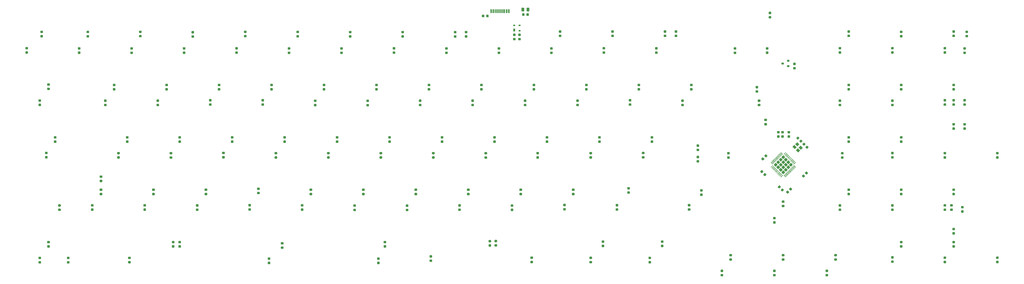
<source format=gbr>
G04 #@! TF.GenerationSoftware,KiCad,Pcbnew,(5.1.8-0-10_14)*
G04 #@! TF.CreationDate,2021-04-06T12:11:46+01:00*
G04 #@! TF.ProjectId,cypher,63797068-6572-42e6-9b69-6361645f7063,rev?*
G04 #@! TF.SameCoordinates,Original*
G04 #@! TF.FileFunction,Paste,Bot*
G04 #@! TF.FilePolarity,Positive*
%FSLAX46Y46*%
G04 Gerber Fmt 4.6, Leading zero omitted, Abs format (unit mm)*
G04 Created by KiCad (PCBNEW (5.1.8-0-10_14)) date 2021-04-06 12:11:46*
%MOMM*%
%LPD*%
G01*
G04 APERTURE LIST*
%ADD10C,0.100000*%
%ADD11R,0.700000X1.000000*%
%ADD12R,0.700000X0.600000*%
%ADD13R,0.300000X1.450000*%
%ADD14R,0.600000X1.450000*%
%ADD15R,0.900000X0.800000*%
G04 APERTURE END LIST*
D10*
G36*
X216177900Y-115436530D02*
G01*
X216177900Y-114536500D01*
X215577870Y-114536500D01*
X215577870Y-115436530D01*
X216177900Y-115436530D01*
G37*
G36*
X216177900Y-113536448D02*
G01*
X216177900Y-113036500D01*
X215577800Y-113036500D01*
X215577800Y-113536448D01*
X216177900Y-113536448D01*
G37*
G36*
X218177900Y-113535858D02*
G01*
X218177900Y-113036500D01*
X217578542Y-113036500D01*
X217578542Y-113535858D01*
X218177900Y-113535858D01*
G37*
G36*
X218177900Y-115436940D02*
G01*
X218177900Y-114936500D01*
X217578159Y-114936500D01*
X217578159Y-115436940D01*
X218177900Y-115436940D01*
G37*
D11*
X215877900Y-114986500D03*
D12*
X215877900Y-113286500D03*
X217877900Y-113286500D03*
X217877900Y-115186500D03*
G36*
G01*
X312760611Y-172996284D02*
X313123004Y-172633891D01*
G75*
G02*
X313432364Y-172633891I154680J-154680D01*
G01*
X313741723Y-172943250D01*
G75*
G02*
X313741723Y-173252610I-154680J-154680D01*
G01*
X313379330Y-173615003D01*
G75*
G02*
X313069970Y-173615003I-154680J154680D01*
G01*
X312760611Y-173305644D01*
G75*
G02*
X312760611Y-172996284I154680J154680D01*
G01*
G37*
G36*
G01*
X311646917Y-171882590D02*
X312009310Y-171520197D01*
G75*
G02*
X312318670Y-171520197I154680J-154680D01*
G01*
X312628029Y-171829556D01*
G75*
G02*
X312628029Y-172138916I-154680J-154680D01*
G01*
X312265636Y-172501309D01*
G75*
G02*
X311956276Y-172501309I-154680J154680D01*
G01*
X311646917Y-172191950D01*
G75*
G02*
X311646917Y-171882590I154680J154680D01*
G01*
G37*
G36*
G01*
X321033716Y-167579291D02*
X321396109Y-167941684D01*
G75*
G02*
X321396109Y-168251044I-154680J-154680D01*
G01*
X321086750Y-168560403D01*
G75*
G02*
X320777390Y-168560403I-154680J154680D01*
G01*
X320414997Y-168198010D01*
G75*
G02*
X320414997Y-167888650I154680J154680D01*
G01*
X320724356Y-167579291D01*
G75*
G02*
X321033716Y-167579291I154680J-154680D01*
G01*
G37*
G36*
G01*
X322147410Y-166465597D02*
X322509803Y-166827990D01*
G75*
G02*
X322509803Y-167137350I-154680J-154680D01*
G01*
X322200444Y-167446709D01*
G75*
G02*
X321891084Y-167446709I-154680J154680D01*
G01*
X321528691Y-167084316D01*
G75*
G02*
X321528691Y-166774956I154680J154680D01*
G01*
X321838050Y-166465597D01*
G75*
G02*
X322147410Y-166465597I154680J-154680D01*
G01*
G37*
G36*
G01*
X307159084Y-161223709D02*
X306796691Y-160861316D01*
G75*
G02*
X306796691Y-160551956I154680J154680D01*
G01*
X307106050Y-160242597D01*
G75*
G02*
X307415410Y-160242597I154680J-154680D01*
G01*
X307777803Y-160604990D01*
G75*
G02*
X307777803Y-160914350I-154680J-154680D01*
G01*
X307468444Y-161223709D01*
G75*
G02*
X307159084Y-161223709I-154680J154680D01*
G01*
G37*
G36*
G01*
X306045390Y-162337403D02*
X305682997Y-161975010D01*
G75*
G02*
X305682997Y-161665650I154680J154680D01*
G01*
X305992356Y-161356291D01*
G75*
G02*
X306301716Y-161356291I154680J-154680D01*
G01*
X306664109Y-161718684D01*
G75*
G02*
X306664109Y-162028044I-154680J-154680D01*
G01*
X306354750Y-162337403D01*
G75*
G02*
X306045390Y-162337403I-154680J154680D01*
G01*
G37*
G36*
G01*
X321571956Y-156592163D02*
X321209563Y-156954556D01*
G75*
G02*
X320900203Y-156954556I-154680J154680D01*
G01*
X320590844Y-156645197D01*
G75*
G02*
X320590844Y-156335837I154680J154680D01*
G01*
X320953237Y-155973444D01*
G75*
G02*
X321262597Y-155973444I154680J-154680D01*
G01*
X321571956Y-156282803D01*
G75*
G02*
X321571956Y-156592163I-154680J-154680D01*
G01*
G37*
G36*
G01*
X322685650Y-157705857D02*
X322323257Y-158068250D01*
G75*
G02*
X322013897Y-158068250I-154680J154680D01*
G01*
X321704538Y-157758891D01*
G75*
G02*
X321704538Y-157449531I154680J154680D01*
G01*
X322066931Y-157087138D01*
G75*
G02*
X322376291Y-157087138I154680J-154680D01*
G01*
X322685650Y-157396497D01*
G75*
G02*
X322685650Y-157705857I-154680J-154680D01*
G01*
G37*
G36*
G01*
X319496691Y-155241684D02*
X319859084Y-154879291D01*
G75*
G02*
X320168444Y-154879291I154680J-154680D01*
G01*
X320477803Y-155188650D01*
G75*
G02*
X320477803Y-155498010I-154680J-154680D01*
G01*
X320115410Y-155860403D01*
G75*
G02*
X319806050Y-155860403I-154680J154680D01*
G01*
X319496691Y-155551044D01*
G75*
G02*
X319496691Y-155241684I154680J154680D01*
G01*
G37*
G36*
G01*
X318382997Y-154127990D02*
X318745390Y-153765597D01*
G75*
G02*
X319054750Y-153765597I154680J-154680D01*
G01*
X319364109Y-154074956D01*
G75*
G02*
X319364109Y-154384316I-154680J-154680D01*
G01*
X319001716Y-154746709D01*
G75*
G02*
X318692356Y-154746709I-154680J154680D01*
G01*
X318382997Y-154437350D01*
G75*
G02*
X318382997Y-154127990I154680J154680D01*
G01*
G37*
G36*
G01*
X315364150Y-153258000D02*
X315876650Y-153258000D01*
G75*
G02*
X316095400Y-153476750I0J-218750D01*
G01*
X316095400Y-153914250D01*
G75*
G02*
X315876650Y-154133000I-218750J0D01*
G01*
X315364150Y-154133000D01*
G75*
G02*
X315145400Y-153914250I0J218750D01*
G01*
X315145400Y-153476750D01*
G75*
G02*
X315364150Y-153258000I218750J0D01*
G01*
G37*
G36*
G01*
X315364150Y-151683000D02*
X315876650Y-151683000D01*
G75*
G02*
X316095400Y-151901750I0J-218750D01*
G01*
X316095400Y-152339250D01*
G75*
G02*
X315876650Y-152558000I-218750J0D01*
G01*
X315364150Y-152558000D01*
G75*
G02*
X315145400Y-152339250I0J218750D01*
G01*
X315145400Y-151901750D01*
G75*
G02*
X315364150Y-151683000I218750J0D01*
G01*
G37*
G36*
G01*
X306283109Y-166576316D02*
X305920716Y-166938709D01*
G75*
G02*
X305611356Y-166938709I-154680J154680D01*
G01*
X305301997Y-166629350D01*
G75*
G02*
X305301997Y-166319990I154680J154680D01*
G01*
X305664390Y-165957597D01*
G75*
G02*
X305973750Y-165957597I154680J-154680D01*
G01*
X306283109Y-166266956D01*
G75*
G02*
X306283109Y-166576316I-154680J-154680D01*
G01*
G37*
G36*
G01*
X307396803Y-167690010D02*
X307034410Y-168052403D01*
G75*
G02*
X306725050Y-168052403I-154680J154680D01*
G01*
X306415691Y-167743044D01*
G75*
G02*
X306415691Y-167433684I154680J154680D01*
G01*
X306778084Y-167071291D01*
G75*
G02*
X307087444Y-167071291I154680J-154680D01*
G01*
X307396803Y-167380650D01*
G75*
G02*
X307396803Y-167690010I-154680J-154680D01*
G01*
G37*
G36*
G01*
X312066650Y-152558000D02*
X311554150Y-152558000D01*
G75*
G02*
X311335400Y-152339250I0J218750D01*
G01*
X311335400Y-151901750D01*
G75*
G02*
X311554150Y-151683000I218750J0D01*
G01*
X312066650Y-151683000D01*
G75*
G02*
X312285400Y-151901750I0J-218750D01*
G01*
X312285400Y-152339250D01*
G75*
G02*
X312066650Y-152558000I-218750J0D01*
G01*
G37*
G36*
G01*
X312066650Y-154133000D02*
X311554150Y-154133000D01*
G75*
G02*
X311335400Y-153914250I0J218750D01*
G01*
X311335400Y-153476750D01*
G75*
G02*
X311554150Y-153258000I218750J0D01*
G01*
X312066650Y-153258000D01*
G75*
G02*
X312285400Y-153476750I0J-218750D01*
G01*
X312285400Y-153914250D01*
G75*
G02*
X312066650Y-154133000I-218750J0D01*
G01*
G37*
G36*
G01*
X221389000Y-107061950D02*
X221389000Y-107974450D01*
G75*
G02*
X221145250Y-108218200I-243750J0D01*
G01*
X220657750Y-108218200D01*
G75*
G02*
X220414000Y-107974450I0J243750D01*
G01*
X220414000Y-107061950D01*
G75*
G02*
X220657750Y-106818200I243750J0D01*
G01*
X221145250Y-106818200D01*
G75*
G02*
X221389000Y-107061950I0J-243750D01*
G01*
G37*
G36*
G01*
X219514000Y-107061950D02*
X219514000Y-107974450D01*
G75*
G02*
X219270250Y-108218200I-243750J0D01*
G01*
X218782750Y-108218200D01*
G75*
G02*
X218539000Y-107974450I0J243750D01*
G01*
X218539000Y-107061950D01*
G75*
G02*
X218782750Y-106818200I243750J0D01*
G01*
X219270250Y-106818200D01*
G75*
G02*
X219514000Y-107061950I0J-243750D01*
G01*
G37*
G36*
G01*
X49468750Y-154431250D02*
X48956250Y-154431250D01*
G75*
G02*
X48737500Y-154212500I0J218750D01*
G01*
X48737500Y-153775000D01*
G75*
G02*
X48956250Y-153556250I218750J0D01*
G01*
X49468750Y-153556250D01*
G75*
G02*
X49687500Y-153775000I0J-218750D01*
G01*
X49687500Y-154212500D01*
G75*
G02*
X49468750Y-154431250I-218750J0D01*
G01*
G37*
G36*
G01*
X49468750Y-156006250D02*
X48956250Y-156006250D01*
G75*
G02*
X48737500Y-155787500I0J218750D01*
G01*
X48737500Y-155350000D01*
G75*
G02*
X48956250Y-155131250I218750J0D01*
G01*
X49468750Y-155131250D01*
G75*
G02*
X49687500Y-155350000I0J-218750D01*
G01*
X49687500Y-155787500D01*
G75*
G02*
X49468750Y-156006250I-218750J0D01*
G01*
G37*
G36*
G01*
X66137500Y-170293750D02*
X65625000Y-170293750D01*
G75*
G02*
X65406250Y-170075000I0J218750D01*
G01*
X65406250Y-169637500D01*
G75*
G02*
X65625000Y-169418750I218750J0D01*
G01*
X66137500Y-169418750D01*
G75*
G02*
X66356250Y-169637500I0J-218750D01*
G01*
X66356250Y-170075000D01*
G75*
G02*
X66137500Y-170293750I-218750J0D01*
G01*
G37*
G36*
G01*
X66137500Y-168718750D02*
X65625000Y-168718750D01*
G75*
G02*
X65406250Y-168500000I0J218750D01*
G01*
X65406250Y-168062500D01*
G75*
G02*
X65625000Y-167843750I218750J0D01*
G01*
X66137500Y-167843750D01*
G75*
G02*
X66356250Y-168062500I0J-218750D01*
G01*
X66356250Y-168500000D01*
G75*
G02*
X66137500Y-168718750I-218750J0D01*
G01*
G37*
G36*
G01*
X47087500Y-192531250D02*
X46575000Y-192531250D01*
G75*
G02*
X46356250Y-192312500I0J218750D01*
G01*
X46356250Y-191875000D01*
G75*
G02*
X46575000Y-191656250I218750J0D01*
G01*
X47087500Y-191656250D01*
G75*
G02*
X47306250Y-191875000I0J-218750D01*
G01*
X47306250Y-192312500D01*
G75*
G02*
X47087500Y-192531250I-218750J0D01*
G01*
G37*
G36*
G01*
X47087500Y-194106250D02*
X46575000Y-194106250D01*
G75*
G02*
X46356250Y-193887500I0J218750D01*
G01*
X46356250Y-193450000D01*
G75*
G02*
X46575000Y-193231250I218750J0D01*
G01*
X47087500Y-193231250D01*
G75*
G02*
X47306250Y-193450000I0J-218750D01*
G01*
X47306250Y-193887500D01*
G75*
G02*
X47087500Y-194106250I-218750J0D01*
G01*
G37*
G36*
G01*
X44611000Y-117650000D02*
X44098500Y-117650000D01*
G75*
G02*
X43879750Y-117431250I0J218750D01*
G01*
X43879750Y-116993750D01*
G75*
G02*
X44098500Y-116775000I218750J0D01*
G01*
X44611000Y-116775000D01*
G75*
G02*
X44829750Y-116993750I0J-218750D01*
G01*
X44829750Y-117431250D01*
G75*
G02*
X44611000Y-117650000I-218750J0D01*
G01*
G37*
G36*
G01*
X44611000Y-116075000D02*
X44098500Y-116075000D01*
G75*
G02*
X43879750Y-115856250I0J218750D01*
G01*
X43879750Y-115418750D01*
G75*
G02*
X44098500Y-115200000I218750J0D01*
G01*
X44611000Y-115200000D01*
G75*
G02*
X44829750Y-115418750I0J-218750D01*
G01*
X44829750Y-115856250D01*
G75*
G02*
X44611000Y-116075000I-218750J0D01*
G01*
G37*
G36*
G01*
X47087500Y-135225000D02*
X46575000Y-135225000D01*
G75*
G02*
X46356250Y-135006250I0J218750D01*
G01*
X46356250Y-134568750D01*
G75*
G02*
X46575000Y-134350000I218750J0D01*
G01*
X47087500Y-134350000D01*
G75*
G02*
X47306250Y-134568750I0J-218750D01*
G01*
X47306250Y-135006250D01*
G75*
G02*
X47087500Y-135225000I-218750J0D01*
G01*
G37*
G36*
G01*
X47087500Y-136800000D02*
X46575000Y-136800000D01*
G75*
G02*
X46356250Y-136581250I0J218750D01*
G01*
X46356250Y-136143750D01*
G75*
G02*
X46575000Y-135925000I218750J0D01*
G01*
X47087500Y-135925000D01*
G75*
G02*
X47306250Y-136143750I0J-218750D01*
G01*
X47306250Y-136581250D01*
G75*
G02*
X47087500Y-136800000I-218750J0D01*
G01*
G37*
G36*
G01*
X94712500Y-194106250D02*
X94200000Y-194106250D01*
G75*
G02*
X93981250Y-193887500I0J218750D01*
G01*
X93981250Y-193450000D01*
G75*
G02*
X94200000Y-193231250I218750J0D01*
G01*
X94712500Y-193231250D01*
G75*
G02*
X94931250Y-193450000I0J-218750D01*
G01*
X94931250Y-193887500D01*
G75*
G02*
X94712500Y-194106250I-218750J0D01*
G01*
G37*
G36*
G01*
X94712500Y-192531250D02*
X94200000Y-192531250D01*
G75*
G02*
X93981250Y-192312500I0J218750D01*
G01*
X93981250Y-191875000D01*
G75*
G02*
X94200000Y-191656250I218750J0D01*
G01*
X94712500Y-191656250D01*
G75*
G02*
X94931250Y-191875000I0J-218750D01*
G01*
X94931250Y-192312500D01*
G75*
G02*
X94712500Y-192531250I-218750J0D01*
G01*
G37*
G36*
G01*
X66137500Y-173481250D02*
X65625000Y-173481250D01*
G75*
G02*
X65406250Y-173262500I0J218750D01*
G01*
X65406250Y-172825000D01*
G75*
G02*
X65625000Y-172606250I218750J0D01*
G01*
X66137500Y-172606250D01*
G75*
G02*
X66356250Y-172825000I0J-218750D01*
G01*
X66356250Y-173262500D01*
G75*
G02*
X66137500Y-173481250I-218750J0D01*
G01*
G37*
G36*
G01*
X66137500Y-175056250D02*
X65625000Y-175056250D01*
G75*
G02*
X65406250Y-174837500I0J218750D01*
G01*
X65406250Y-174400000D01*
G75*
G02*
X65625000Y-174181250I218750J0D01*
G01*
X66137500Y-174181250D01*
G75*
G02*
X66356250Y-174400000I0J-218750D01*
G01*
X66356250Y-174837500D01*
G75*
G02*
X66137500Y-175056250I-218750J0D01*
G01*
G37*
G36*
G01*
X61375000Y-116100000D02*
X60862500Y-116100000D01*
G75*
G02*
X60643750Y-115881250I0J218750D01*
G01*
X60643750Y-115443750D01*
G75*
G02*
X60862500Y-115225000I218750J0D01*
G01*
X61375000Y-115225000D01*
G75*
G02*
X61593750Y-115443750I0J-218750D01*
G01*
X61593750Y-115881250D01*
G75*
G02*
X61375000Y-116100000I-218750J0D01*
G01*
G37*
G36*
G01*
X61375000Y-117675000D02*
X60862500Y-117675000D01*
G75*
G02*
X60643750Y-117456250I0J218750D01*
G01*
X60643750Y-117018750D01*
G75*
G02*
X60862500Y-116800000I218750J0D01*
G01*
X61375000Y-116800000D01*
G75*
G02*
X61593750Y-117018750I0J-218750D01*
G01*
X61593750Y-117456250D01*
G75*
G02*
X61375000Y-117675000I-218750J0D01*
G01*
G37*
G36*
G01*
X70900000Y-135381250D02*
X70387500Y-135381250D01*
G75*
G02*
X70168750Y-135162500I0J218750D01*
G01*
X70168750Y-134725000D01*
G75*
G02*
X70387500Y-134506250I218750J0D01*
G01*
X70900000Y-134506250D01*
G75*
G02*
X71118750Y-134725000I0J-218750D01*
G01*
X71118750Y-135162500D01*
G75*
G02*
X70900000Y-135381250I-218750J0D01*
G01*
G37*
G36*
G01*
X70900000Y-136956250D02*
X70387500Y-136956250D01*
G75*
G02*
X70168750Y-136737500I0J218750D01*
G01*
X70168750Y-136300000D01*
G75*
G02*
X70387500Y-136081250I218750J0D01*
G01*
X70900000Y-136081250D01*
G75*
G02*
X71118750Y-136300000I0J-218750D01*
G01*
X71118750Y-136737500D01*
G75*
G02*
X70900000Y-136956250I-218750J0D01*
G01*
G37*
G36*
G01*
X75662500Y-156006250D02*
X75150000Y-156006250D01*
G75*
G02*
X74931250Y-155787500I0J218750D01*
G01*
X74931250Y-155350000D01*
G75*
G02*
X75150000Y-155131250I218750J0D01*
G01*
X75662500Y-155131250D01*
G75*
G02*
X75881250Y-155350000I0J-218750D01*
G01*
X75881250Y-155787500D01*
G75*
G02*
X75662500Y-156006250I-218750J0D01*
G01*
G37*
G36*
G01*
X75662500Y-154431250D02*
X75150000Y-154431250D01*
G75*
G02*
X74931250Y-154212500I0J218750D01*
G01*
X74931250Y-153775000D01*
G75*
G02*
X75150000Y-153556250I218750J0D01*
G01*
X75662500Y-153556250D01*
G75*
G02*
X75881250Y-153775000I0J-218750D01*
G01*
X75881250Y-154212500D01*
G75*
G02*
X75662500Y-154431250I-218750J0D01*
G01*
G37*
G36*
G01*
X92331250Y-192531250D02*
X91818750Y-192531250D01*
G75*
G02*
X91600000Y-192312500I0J218750D01*
G01*
X91600000Y-191875000D01*
G75*
G02*
X91818750Y-191656250I218750J0D01*
G01*
X92331250Y-191656250D01*
G75*
G02*
X92550000Y-191875000I0J-218750D01*
G01*
X92550000Y-192312500D01*
G75*
G02*
X92331250Y-192531250I-218750J0D01*
G01*
G37*
G36*
G01*
X92331250Y-194106250D02*
X91818750Y-194106250D01*
G75*
G02*
X91600000Y-193887500I0J218750D01*
G01*
X91600000Y-193450000D01*
G75*
G02*
X91818750Y-193231250I218750J0D01*
G01*
X92331250Y-193231250D01*
G75*
G02*
X92550000Y-193450000I0J-218750D01*
G01*
X92550000Y-193887500D01*
G75*
G02*
X92331250Y-194106250I-218750J0D01*
G01*
G37*
G36*
G01*
X80425000Y-117625000D02*
X79912500Y-117625000D01*
G75*
G02*
X79693750Y-117406250I0J218750D01*
G01*
X79693750Y-116968750D01*
G75*
G02*
X79912500Y-116750000I218750J0D01*
G01*
X80425000Y-116750000D01*
G75*
G02*
X80643750Y-116968750I0J-218750D01*
G01*
X80643750Y-117406250D01*
G75*
G02*
X80425000Y-117625000I-218750J0D01*
G01*
G37*
G36*
G01*
X80425000Y-116050000D02*
X79912500Y-116050000D01*
G75*
G02*
X79693750Y-115831250I0J218750D01*
G01*
X79693750Y-115393750D01*
G75*
G02*
X79912500Y-115175000I218750J0D01*
G01*
X80425000Y-115175000D01*
G75*
G02*
X80643750Y-115393750I0J-218750D01*
G01*
X80643750Y-115831250D01*
G75*
G02*
X80425000Y-116050000I-218750J0D01*
G01*
G37*
G36*
G01*
X89950000Y-136956250D02*
X89437500Y-136956250D01*
G75*
G02*
X89218750Y-136737500I0J218750D01*
G01*
X89218750Y-136300000D01*
G75*
G02*
X89437500Y-136081250I218750J0D01*
G01*
X89950000Y-136081250D01*
G75*
G02*
X90168750Y-136300000I0J-218750D01*
G01*
X90168750Y-136737500D01*
G75*
G02*
X89950000Y-136956250I-218750J0D01*
G01*
G37*
G36*
G01*
X89950000Y-135381250D02*
X89437500Y-135381250D01*
G75*
G02*
X89218750Y-135162500I0J218750D01*
G01*
X89218750Y-134725000D01*
G75*
G02*
X89437500Y-134506250I218750J0D01*
G01*
X89950000Y-134506250D01*
G75*
G02*
X90168750Y-134725000I0J-218750D01*
G01*
X90168750Y-135162500D01*
G75*
G02*
X89950000Y-135381250I-218750J0D01*
G01*
G37*
G36*
G01*
X94712500Y-154431250D02*
X94200000Y-154431250D01*
G75*
G02*
X93981250Y-154212500I0J218750D01*
G01*
X93981250Y-153775000D01*
G75*
G02*
X94200000Y-153556250I218750J0D01*
G01*
X94712500Y-153556250D01*
G75*
G02*
X94931250Y-153775000I0J-218750D01*
G01*
X94931250Y-154212500D01*
G75*
G02*
X94712500Y-154431250I-218750J0D01*
G01*
G37*
G36*
G01*
X94712500Y-156006250D02*
X94200000Y-156006250D01*
G75*
G02*
X93981250Y-155787500I0J218750D01*
G01*
X93981250Y-155350000D01*
G75*
G02*
X94200000Y-155131250I218750J0D01*
G01*
X94712500Y-155131250D01*
G75*
G02*
X94931250Y-155350000I0J-218750D01*
G01*
X94931250Y-155787500D01*
G75*
G02*
X94712500Y-156006250I-218750J0D01*
G01*
G37*
G36*
G01*
X85187500Y-175056250D02*
X84675000Y-175056250D01*
G75*
G02*
X84456250Y-174837500I0J218750D01*
G01*
X84456250Y-174400000D01*
G75*
G02*
X84675000Y-174181250I218750J0D01*
G01*
X85187500Y-174181250D01*
G75*
G02*
X85406250Y-174400000I0J-218750D01*
G01*
X85406250Y-174837500D01*
G75*
G02*
X85187500Y-175056250I-218750J0D01*
G01*
G37*
G36*
G01*
X85187500Y-173481250D02*
X84675000Y-173481250D01*
G75*
G02*
X84456250Y-173262500I0J218750D01*
G01*
X84456250Y-172825000D01*
G75*
G02*
X84675000Y-172606250I218750J0D01*
G01*
X85187500Y-172606250D01*
G75*
G02*
X85406250Y-172825000I0J-218750D01*
G01*
X85406250Y-173262500D01*
G75*
G02*
X85187500Y-173481250I-218750J0D01*
G01*
G37*
G36*
G01*
X113762500Y-156006250D02*
X113250000Y-156006250D01*
G75*
G02*
X113031250Y-155787500I0J218750D01*
G01*
X113031250Y-155350000D01*
G75*
G02*
X113250000Y-155131250I218750J0D01*
G01*
X113762500Y-155131250D01*
G75*
G02*
X113981250Y-155350000I0J-218750D01*
G01*
X113981250Y-155787500D01*
G75*
G02*
X113762500Y-156006250I-218750J0D01*
G01*
G37*
G36*
G01*
X113762500Y-154431250D02*
X113250000Y-154431250D01*
G75*
G02*
X113031250Y-154212500I0J218750D01*
G01*
X113031250Y-153775000D01*
G75*
G02*
X113250000Y-153556250I218750J0D01*
G01*
X113762500Y-153556250D01*
G75*
G02*
X113981250Y-153775000I0J-218750D01*
G01*
X113981250Y-154212500D01*
G75*
G02*
X113762500Y-154431250I-218750J0D01*
G01*
G37*
G36*
G01*
X131917150Y-192975750D02*
X131404650Y-192975750D01*
G75*
G02*
X131185900Y-192757000I0J218750D01*
G01*
X131185900Y-192319500D01*
G75*
G02*
X131404650Y-192100750I218750J0D01*
G01*
X131917150Y-192100750D01*
G75*
G02*
X132135900Y-192319500I0J-218750D01*
G01*
X132135900Y-192757000D01*
G75*
G02*
X131917150Y-192975750I-218750J0D01*
G01*
G37*
G36*
G01*
X131917150Y-194550750D02*
X131404650Y-194550750D01*
G75*
G02*
X131185900Y-194332000I0J218750D01*
G01*
X131185900Y-193894500D01*
G75*
G02*
X131404650Y-193675750I218750J0D01*
G01*
X131917150Y-193675750D01*
G75*
G02*
X132135900Y-193894500I0J-218750D01*
G01*
X132135900Y-194332000D01*
G75*
G02*
X131917150Y-194550750I-218750J0D01*
G01*
G37*
G36*
G01*
X99475000Y-116200000D02*
X98962500Y-116200000D01*
G75*
G02*
X98743750Y-115981250I0J218750D01*
G01*
X98743750Y-115543750D01*
G75*
G02*
X98962500Y-115325000I218750J0D01*
G01*
X99475000Y-115325000D01*
G75*
G02*
X99693750Y-115543750I0J-218750D01*
G01*
X99693750Y-115981250D01*
G75*
G02*
X99475000Y-116200000I-218750J0D01*
G01*
G37*
G36*
G01*
X99475000Y-117775000D02*
X98962500Y-117775000D01*
G75*
G02*
X98743750Y-117556250I0J218750D01*
G01*
X98743750Y-117118750D01*
G75*
G02*
X98962500Y-116900000I218750J0D01*
G01*
X99475000Y-116900000D01*
G75*
G02*
X99693750Y-117118750I0J-218750D01*
G01*
X99693750Y-117556250D01*
G75*
G02*
X99475000Y-117775000I-218750J0D01*
G01*
G37*
G36*
G01*
X109000000Y-135381250D02*
X108487500Y-135381250D01*
G75*
G02*
X108268750Y-135162500I0J218750D01*
G01*
X108268750Y-134725000D01*
G75*
G02*
X108487500Y-134506250I218750J0D01*
G01*
X109000000Y-134506250D01*
G75*
G02*
X109218750Y-134725000I0J-218750D01*
G01*
X109218750Y-135162500D01*
G75*
G02*
X109000000Y-135381250I-218750J0D01*
G01*
G37*
G36*
G01*
X109000000Y-136956250D02*
X108487500Y-136956250D01*
G75*
G02*
X108268750Y-136737500I0J218750D01*
G01*
X108268750Y-136300000D01*
G75*
G02*
X108487500Y-136081250I218750J0D01*
G01*
X109000000Y-136081250D01*
G75*
G02*
X109218750Y-136300000I0J-218750D01*
G01*
X109218750Y-136737500D01*
G75*
G02*
X109000000Y-136956250I-218750J0D01*
G01*
G37*
G36*
G01*
X104237500Y-173481250D02*
X103725000Y-173481250D01*
G75*
G02*
X103506250Y-173262500I0J218750D01*
G01*
X103506250Y-172825000D01*
G75*
G02*
X103725000Y-172606250I218750J0D01*
G01*
X104237500Y-172606250D01*
G75*
G02*
X104456250Y-172825000I0J-218750D01*
G01*
X104456250Y-173262500D01*
G75*
G02*
X104237500Y-173481250I-218750J0D01*
G01*
G37*
G36*
G01*
X104237500Y-175056250D02*
X103725000Y-175056250D01*
G75*
G02*
X103506250Y-174837500I0J218750D01*
G01*
X103506250Y-174400000D01*
G75*
G02*
X103725000Y-174181250I218750J0D01*
G01*
X104237500Y-174181250D01*
G75*
G02*
X104456250Y-174400000I0J-218750D01*
G01*
X104456250Y-174837500D01*
G75*
G02*
X104237500Y-175056250I-218750J0D01*
G01*
G37*
G36*
G01*
X118525000Y-117625000D02*
X118012500Y-117625000D01*
G75*
G02*
X117793750Y-117406250I0J218750D01*
G01*
X117793750Y-116968750D01*
G75*
G02*
X118012500Y-116750000I218750J0D01*
G01*
X118525000Y-116750000D01*
G75*
G02*
X118743750Y-116968750I0J-218750D01*
G01*
X118743750Y-117406250D01*
G75*
G02*
X118525000Y-117625000I-218750J0D01*
G01*
G37*
G36*
G01*
X118525000Y-116050000D02*
X118012500Y-116050000D01*
G75*
G02*
X117793750Y-115831250I0J218750D01*
G01*
X117793750Y-115393750D01*
G75*
G02*
X118012500Y-115175000I218750J0D01*
G01*
X118525000Y-115175000D01*
G75*
G02*
X118743750Y-115393750I0J-218750D01*
G01*
X118743750Y-115831250D01*
G75*
G02*
X118525000Y-116050000I-218750J0D01*
G01*
G37*
G36*
G01*
X128050000Y-136956250D02*
X127537500Y-136956250D01*
G75*
G02*
X127318750Y-136737500I0J218750D01*
G01*
X127318750Y-136300000D01*
G75*
G02*
X127537500Y-136081250I218750J0D01*
G01*
X128050000Y-136081250D01*
G75*
G02*
X128268750Y-136300000I0J-218750D01*
G01*
X128268750Y-136737500D01*
G75*
G02*
X128050000Y-136956250I-218750J0D01*
G01*
G37*
G36*
G01*
X128050000Y-135381250D02*
X127537500Y-135381250D01*
G75*
G02*
X127318750Y-135162500I0J218750D01*
G01*
X127318750Y-134725000D01*
G75*
G02*
X127537500Y-134506250I218750J0D01*
G01*
X128050000Y-134506250D01*
G75*
G02*
X128268750Y-134725000I0J-218750D01*
G01*
X128268750Y-135162500D01*
G75*
G02*
X128050000Y-135381250I-218750J0D01*
G01*
G37*
G36*
G01*
X132812500Y-156006250D02*
X132300000Y-156006250D01*
G75*
G02*
X132081250Y-155787500I0J218750D01*
G01*
X132081250Y-155350000D01*
G75*
G02*
X132300000Y-155131250I218750J0D01*
G01*
X132812500Y-155131250D01*
G75*
G02*
X133031250Y-155350000I0J-218750D01*
G01*
X133031250Y-155787500D01*
G75*
G02*
X132812500Y-156006250I-218750J0D01*
G01*
G37*
G36*
G01*
X132812500Y-154431250D02*
X132300000Y-154431250D01*
G75*
G02*
X132081250Y-154212500I0J218750D01*
G01*
X132081250Y-153775000D01*
G75*
G02*
X132300000Y-153556250I218750J0D01*
G01*
X132812500Y-153556250D01*
G75*
G02*
X133031250Y-153775000I0J-218750D01*
G01*
X133031250Y-154212500D01*
G75*
G02*
X132812500Y-154431250I-218750J0D01*
G01*
G37*
G36*
G01*
X123287500Y-174695000D02*
X122775000Y-174695000D01*
G75*
G02*
X122556250Y-174476250I0J218750D01*
G01*
X122556250Y-174038750D01*
G75*
G02*
X122775000Y-173820000I218750J0D01*
G01*
X123287500Y-173820000D01*
G75*
G02*
X123506250Y-174038750I0J-218750D01*
G01*
X123506250Y-174476250D01*
G75*
G02*
X123287500Y-174695000I-218750J0D01*
G01*
G37*
G36*
G01*
X123287500Y-173120000D02*
X122775000Y-173120000D01*
G75*
G02*
X122556250Y-172901250I0J218750D01*
G01*
X122556250Y-172463750D01*
G75*
G02*
X122775000Y-172245000I218750J0D01*
G01*
X123287500Y-172245000D01*
G75*
G02*
X123506250Y-172463750I0J-218750D01*
G01*
X123506250Y-172901250D01*
G75*
G02*
X123287500Y-173120000I-218750J0D01*
G01*
G37*
G36*
G01*
X142337500Y-173481250D02*
X141825000Y-173481250D01*
G75*
G02*
X141606250Y-173262500I0J218750D01*
G01*
X141606250Y-172825000D01*
G75*
G02*
X141825000Y-172606250I218750J0D01*
G01*
X142337500Y-172606250D01*
G75*
G02*
X142556250Y-172825000I0J-218750D01*
G01*
X142556250Y-173262500D01*
G75*
G02*
X142337500Y-173481250I-218750J0D01*
G01*
G37*
G36*
G01*
X142337500Y-175056250D02*
X141825000Y-175056250D01*
G75*
G02*
X141606250Y-174837500I0J218750D01*
G01*
X141606250Y-174400000D01*
G75*
G02*
X141825000Y-174181250I218750J0D01*
G01*
X142337500Y-174181250D01*
G75*
G02*
X142556250Y-174400000I0J-218750D01*
G01*
X142556250Y-174837500D01*
G75*
G02*
X142337500Y-175056250I-218750J0D01*
G01*
G37*
G36*
G01*
X137575000Y-116100000D02*
X137062500Y-116100000D01*
G75*
G02*
X136843750Y-115881250I0J218750D01*
G01*
X136843750Y-115443750D01*
G75*
G02*
X137062500Y-115225000I218750J0D01*
G01*
X137575000Y-115225000D01*
G75*
G02*
X137793750Y-115443750I0J-218750D01*
G01*
X137793750Y-115881250D01*
G75*
G02*
X137575000Y-116100000I-218750J0D01*
G01*
G37*
G36*
G01*
X137575000Y-117675000D02*
X137062500Y-117675000D01*
G75*
G02*
X136843750Y-117456250I0J218750D01*
G01*
X136843750Y-117018750D01*
G75*
G02*
X137062500Y-116800000I218750J0D01*
G01*
X137575000Y-116800000D01*
G75*
G02*
X137793750Y-117018750I0J-218750D01*
G01*
X137793750Y-117456250D01*
G75*
G02*
X137575000Y-117675000I-218750J0D01*
G01*
G37*
G36*
G01*
X147100000Y-136956250D02*
X146587500Y-136956250D01*
G75*
G02*
X146368750Y-136737500I0J218750D01*
G01*
X146368750Y-136300000D01*
G75*
G02*
X146587500Y-136081250I218750J0D01*
G01*
X147100000Y-136081250D01*
G75*
G02*
X147318750Y-136300000I0J-218750D01*
G01*
X147318750Y-136737500D01*
G75*
G02*
X147100000Y-136956250I-218750J0D01*
G01*
G37*
G36*
G01*
X147100000Y-135381250D02*
X146587500Y-135381250D01*
G75*
G02*
X146368750Y-135162500I0J218750D01*
G01*
X146368750Y-134725000D01*
G75*
G02*
X146587500Y-134506250I218750J0D01*
G01*
X147100000Y-134506250D01*
G75*
G02*
X147318750Y-134725000I0J-218750D01*
G01*
X147318750Y-135162500D01*
G75*
G02*
X147100000Y-135381250I-218750J0D01*
G01*
G37*
G36*
G01*
X151862500Y-154431250D02*
X151350000Y-154431250D01*
G75*
G02*
X151131250Y-154212500I0J218750D01*
G01*
X151131250Y-153775000D01*
G75*
G02*
X151350000Y-153556250I218750J0D01*
G01*
X151862500Y-153556250D01*
G75*
G02*
X152081250Y-153775000I0J-218750D01*
G01*
X152081250Y-154212500D01*
G75*
G02*
X151862500Y-154431250I-218750J0D01*
G01*
G37*
G36*
G01*
X151862500Y-156006250D02*
X151350000Y-156006250D01*
G75*
G02*
X151131250Y-155787500I0J218750D01*
G01*
X151131250Y-155350000D01*
G75*
G02*
X151350000Y-155131250I218750J0D01*
G01*
X151862500Y-155131250D01*
G75*
G02*
X152081250Y-155350000I0J-218750D01*
G01*
X152081250Y-155787500D01*
G75*
G02*
X151862500Y-156006250I-218750J0D01*
G01*
G37*
G36*
G01*
X169223400Y-194106250D02*
X168710900Y-194106250D01*
G75*
G02*
X168492150Y-193887500I0J218750D01*
G01*
X168492150Y-193450000D01*
G75*
G02*
X168710900Y-193231250I218750J0D01*
G01*
X169223400Y-193231250D01*
G75*
G02*
X169442150Y-193450000I0J-218750D01*
G01*
X169442150Y-193887500D01*
G75*
G02*
X169223400Y-194106250I-218750J0D01*
G01*
G37*
G36*
G01*
X169223400Y-192531250D02*
X168710900Y-192531250D01*
G75*
G02*
X168492150Y-192312500I0J218750D01*
G01*
X168492150Y-191875000D01*
G75*
G02*
X168710900Y-191656250I218750J0D01*
G01*
X169223400Y-191656250D01*
G75*
G02*
X169442150Y-191875000I0J-218750D01*
G01*
X169442150Y-192312500D01*
G75*
G02*
X169223400Y-192531250I-218750J0D01*
G01*
G37*
G36*
G01*
X161387500Y-175056250D02*
X160875000Y-175056250D01*
G75*
G02*
X160656250Y-174837500I0J218750D01*
G01*
X160656250Y-174400000D01*
G75*
G02*
X160875000Y-174181250I218750J0D01*
G01*
X161387500Y-174181250D01*
G75*
G02*
X161606250Y-174400000I0J-218750D01*
G01*
X161606250Y-174837500D01*
G75*
G02*
X161387500Y-175056250I-218750J0D01*
G01*
G37*
G36*
G01*
X161387500Y-173481250D02*
X160875000Y-173481250D01*
G75*
G02*
X160656250Y-173262500I0J218750D01*
G01*
X160656250Y-172825000D01*
G75*
G02*
X160875000Y-172606250I218750J0D01*
G01*
X161387500Y-172606250D01*
G75*
G02*
X161606250Y-172825000I0J-218750D01*
G01*
X161606250Y-173262500D01*
G75*
G02*
X161387500Y-173481250I-218750J0D01*
G01*
G37*
G36*
G01*
X156625000Y-117725000D02*
X156112500Y-117725000D01*
G75*
G02*
X155893750Y-117506250I0J218750D01*
G01*
X155893750Y-117068750D01*
G75*
G02*
X156112500Y-116850000I218750J0D01*
G01*
X156625000Y-116850000D01*
G75*
G02*
X156843750Y-117068750I0J-218750D01*
G01*
X156843750Y-117506250D01*
G75*
G02*
X156625000Y-117725000I-218750J0D01*
G01*
G37*
G36*
G01*
X156625000Y-116150000D02*
X156112500Y-116150000D01*
G75*
G02*
X155893750Y-115931250I0J218750D01*
G01*
X155893750Y-115493750D01*
G75*
G02*
X156112500Y-115275000I218750J0D01*
G01*
X156625000Y-115275000D01*
G75*
G02*
X156843750Y-115493750I0J-218750D01*
G01*
X156843750Y-115931250D01*
G75*
G02*
X156625000Y-116150000I-218750J0D01*
G01*
G37*
G36*
G01*
X166150000Y-135381250D02*
X165637500Y-135381250D01*
G75*
G02*
X165418750Y-135162500I0J218750D01*
G01*
X165418750Y-134725000D01*
G75*
G02*
X165637500Y-134506250I218750J0D01*
G01*
X166150000Y-134506250D01*
G75*
G02*
X166368750Y-134725000I0J-218750D01*
G01*
X166368750Y-135162500D01*
G75*
G02*
X166150000Y-135381250I-218750J0D01*
G01*
G37*
G36*
G01*
X166150000Y-136956250D02*
X165637500Y-136956250D01*
G75*
G02*
X165418750Y-136737500I0J218750D01*
G01*
X165418750Y-136300000D01*
G75*
G02*
X165637500Y-136081250I218750J0D01*
G01*
X166150000Y-136081250D01*
G75*
G02*
X166368750Y-136300000I0J-218750D01*
G01*
X166368750Y-136737500D01*
G75*
G02*
X166150000Y-136956250I-218750J0D01*
G01*
G37*
G36*
G01*
X170912500Y-154431250D02*
X170400000Y-154431250D01*
G75*
G02*
X170181250Y-154212500I0J218750D01*
G01*
X170181250Y-153775000D01*
G75*
G02*
X170400000Y-153556250I218750J0D01*
G01*
X170912500Y-153556250D01*
G75*
G02*
X171131250Y-153775000I0J-218750D01*
G01*
X171131250Y-154212500D01*
G75*
G02*
X170912500Y-154431250I-218750J0D01*
G01*
G37*
G36*
G01*
X170912500Y-156006250D02*
X170400000Y-156006250D01*
G75*
G02*
X170181250Y-155787500I0J218750D01*
G01*
X170181250Y-155350000D01*
G75*
G02*
X170400000Y-155131250I218750J0D01*
G01*
X170912500Y-155131250D01*
G75*
G02*
X171131250Y-155350000I0J-218750D01*
G01*
X171131250Y-155787500D01*
G75*
G02*
X170912500Y-156006250I-218750J0D01*
G01*
G37*
G36*
G01*
X180437500Y-173481250D02*
X179925000Y-173481250D01*
G75*
G02*
X179706250Y-173262500I0J218750D01*
G01*
X179706250Y-172825000D01*
G75*
G02*
X179925000Y-172606250I218750J0D01*
G01*
X180437500Y-172606250D01*
G75*
G02*
X180656250Y-172825000I0J-218750D01*
G01*
X180656250Y-173262500D01*
G75*
G02*
X180437500Y-173481250I-218750J0D01*
G01*
G37*
G36*
G01*
X180437500Y-175056250D02*
X179925000Y-175056250D01*
G75*
G02*
X179706250Y-174837500I0J218750D01*
G01*
X179706250Y-174400000D01*
G75*
G02*
X179925000Y-174181250I218750J0D01*
G01*
X180437500Y-174181250D01*
G75*
G02*
X180656250Y-174400000I0J-218750D01*
G01*
X180656250Y-174837500D01*
G75*
G02*
X180437500Y-175056250I-218750J0D01*
G01*
G37*
G36*
G01*
X175675000Y-116150000D02*
X175162500Y-116150000D01*
G75*
G02*
X174943750Y-115931250I0J218750D01*
G01*
X174943750Y-115493750D01*
G75*
G02*
X175162500Y-115275000I218750J0D01*
G01*
X175675000Y-115275000D01*
G75*
G02*
X175893750Y-115493750I0J-218750D01*
G01*
X175893750Y-115931250D01*
G75*
G02*
X175675000Y-116150000I-218750J0D01*
G01*
G37*
G36*
G01*
X175675000Y-117725000D02*
X175162500Y-117725000D01*
G75*
G02*
X174943750Y-117506250I0J218750D01*
G01*
X174943750Y-117068750D01*
G75*
G02*
X175162500Y-116850000I218750J0D01*
G01*
X175675000Y-116850000D01*
G75*
G02*
X175893750Y-117068750I0J-218750D01*
G01*
X175893750Y-117506250D01*
G75*
G02*
X175675000Y-117725000I-218750J0D01*
G01*
G37*
G36*
G01*
X185200000Y-136956250D02*
X184687500Y-136956250D01*
G75*
G02*
X184468750Y-136737500I0J218750D01*
G01*
X184468750Y-136300000D01*
G75*
G02*
X184687500Y-136081250I218750J0D01*
G01*
X185200000Y-136081250D01*
G75*
G02*
X185418750Y-136300000I0J-218750D01*
G01*
X185418750Y-136737500D01*
G75*
G02*
X185200000Y-136956250I-218750J0D01*
G01*
G37*
G36*
G01*
X185200000Y-135381250D02*
X184687500Y-135381250D01*
G75*
G02*
X184468750Y-135162500I0J218750D01*
G01*
X184468750Y-134725000D01*
G75*
G02*
X184687500Y-134506250I218750J0D01*
G01*
X185200000Y-134506250D01*
G75*
G02*
X185418750Y-134725000I0J-218750D01*
G01*
X185418750Y-135162500D01*
G75*
G02*
X185200000Y-135381250I-218750J0D01*
G01*
G37*
G36*
G01*
X189962500Y-156006250D02*
X189450000Y-156006250D01*
G75*
G02*
X189231250Y-155787500I0J218750D01*
G01*
X189231250Y-155350000D01*
G75*
G02*
X189450000Y-155131250I218750J0D01*
G01*
X189962500Y-155131250D01*
G75*
G02*
X190181250Y-155350000I0J-218750D01*
G01*
X190181250Y-155787500D01*
G75*
G02*
X189962500Y-156006250I-218750J0D01*
G01*
G37*
G36*
G01*
X189962500Y-154431250D02*
X189450000Y-154431250D01*
G75*
G02*
X189231250Y-154212500I0J218750D01*
G01*
X189231250Y-153775000D01*
G75*
G02*
X189450000Y-153556250I218750J0D01*
G01*
X189962500Y-153556250D01*
G75*
G02*
X190181250Y-153775000I0J-218750D01*
G01*
X190181250Y-154212500D01*
G75*
G02*
X189962500Y-154431250I-218750J0D01*
G01*
G37*
G36*
G01*
X199487500Y-175056250D02*
X198975000Y-175056250D01*
G75*
G02*
X198756250Y-174837500I0J218750D01*
G01*
X198756250Y-174400000D01*
G75*
G02*
X198975000Y-174181250I218750J0D01*
G01*
X199487500Y-174181250D01*
G75*
G02*
X199706250Y-174400000I0J-218750D01*
G01*
X199706250Y-174837500D01*
G75*
G02*
X199487500Y-175056250I-218750J0D01*
G01*
G37*
G36*
G01*
X199487500Y-173481250D02*
X198975000Y-173481250D01*
G75*
G02*
X198756250Y-173262500I0J218750D01*
G01*
X198756250Y-172825000D01*
G75*
G02*
X198975000Y-172606250I218750J0D01*
G01*
X199487500Y-172606250D01*
G75*
G02*
X199706250Y-172825000I0J-218750D01*
G01*
X199706250Y-173262500D01*
G75*
G02*
X199487500Y-173481250I-218750J0D01*
G01*
G37*
G36*
G01*
X194725000Y-117750000D02*
X194212500Y-117750000D01*
G75*
G02*
X193993750Y-117531250I0J218750D01*
G01*
X193993750Y-117093750D01*
G75*
G02*
X194212500Y-116875000I218750J0D01*
G01*
X194725000Y-116875000D01*
G75*
G02*
X194943750Y-117093750I0J-218750D01*
G01*
X194943750Y-117531250D01*
G75*
G02*
X194725000Y-117750000I-218750J0D01*
G01*
G37*
G36*
G01*
X194725000Y-116175000D02*
X194212500Y-116175000D01*
G75*
G02*
X193993750Y-115956250I0J218750D01*
G01*
X193993750Y-115518750D01*
G75*
G02*
X194212500Y-115300000I218750J0D01*
G01*
X194725000Y-115300000D01*
G75*
G02*
X194943750Y-115518750I0J-218750D01*
G01*
X194943750Y-115956250D01*
G75*
G02*
X194725000Y-116175000I-218750J0D01*
G01*
G37*
G36*
G01*
X204250000Y-135381250D02*
X203737500Y-135381250D01*
G75*
G02*
X203518750Y-135162500I0J218750D01*
G01*
X203518750Y-134725000D01*
G75*
G02*
X203737500Y-134506250I218750J0D01*
G01*
X204250000Y-134506250D01*
G75*
G02*
X204468750Y-134725000I0J-218750D01*
G01*
X204468750Y-135162500D01*
G75*
G02*
X204250000Y-135381250I-218750J0D01*
G01*
G37*
G36*
G01*
X204250000Y-136956250D02*
X203737500Y-136956250D01*
G75*
G02*
X203518750Y-136737500I0J218750D01*
G01*
X203518750Y-136300000D01*
G75*
G02*
X203737500Y-136081250I218750J0D01*
G01*
X204250000Y-136081250D01*
G75*
G02*
X204468750Y-136300000I0J-218750D01*
G01*
X204468750Y-136737500D01*
G75*
G02*
X204250000Y-136956250I-218750J0D01*
G01*
G37*
G36*
G01*
X209012500Y-156006250D02*
X208500000Y-156006250D01*
G75*
G02*
X208281250Y-155787500I0J218750D01*
G01*
X208281250Y-155350000D01*
G75*
G02*
X208500000Y-155131250I218750J0D01*
G01*
X209012500Y-155131250D01*
G75*
G02*
X209231250Y-155350000I0J-218750D01*
G01*
X209231250Y-155787500D01*
G75*
G02*
X209012500Y-156006250I-218750J0D01*
G01*
G37*
G36*
G01*
X209012500Y-154431250D02*
X208500000Y-154431250D01*
G75*
G02*
X208281250Y-154212500I0J218750D01*
G01*
X208281250Y-153775000D01*
G75*
G02*
X208500000Y-153556250I218750J0D01*
G01*
X209012500Y-153556250D01*
G75*
G02*
X209231250Y-153775000I0J-218750D01*
G01*
X209231250Y-154212500D01*
G75*
G02*
X209012500Y-154431250I-218750J0D01*
G01*
G37*
G36*
G01*
X209475000Y-192150000D02*
X208962500Y-192150000D01*
G75*
G02*
X208743750Y-191931250I0J218750D01*
G01*
X208743750Y-191493750D01*
G75*
G02*
X208962500Y-191275000I218750J0D01*
G01*
X209475000Y-191275000D01*
G75*
G02*
X209693750Y-191493750I0J-218750D01*
G01*
X209693750Y-191931250D01*
G75*
G02*
X209475000Y-192150000I-218750J0D01*
G01*
G37*
G36*
G01*
X209475000Y-193725000D02*
X208962500Y-193725000D01*
G75*
G02*
X208743750Y-193506250I0J218750D01*
G01*
X208743750Y-193068750D01*
G75*
G02*
X208962500Y-192850000I218750J0D01*
G01*
X209475000Y-192850000D01*
G75*
G02*
X209693750Y-193068750I0J-218750D01*
G01*
X209693750Y-193506250D01*
G75*
G02*
X209475000Y-193725000I-218750J0D01*
G01*
G37*
G36*
G01*
X218537500Y-175056250D02*
X218025000Y-175056250D01*
G75*
G02*
X217806250Y-174837500I0J218750D01*
G01*
X217806250Y-174400000D01*
G75*
G02*
X218025000Y-174181250I218750J0D01*
G01*
X218537500Y-174181250D01*
G75*
G02*
X218756250Y-174400000I0J-218750D01*
G01*
X218756250Y-174837500D01*
G75*
G02*
X218537500Y-175056250I-218750J0D01*
G01*
G37*
G36*
G01*
X218537500Y-173481250D02*
X218025000Y-173481250D01*
G75*
G02*
X217806250Y-173262500I0J218750D01*
G01*
X217806250Y-172825000D01*
G75*
G02*
X218025000Y-172606250I218750J0D01*
G01*
X218537500Y-172606250D01*
G75*
G02*
X218756250Y-172825000I0J-218750D01*
G01*
X218756250Y-173262500D01*
G75*
G02*
X218537500Y-173481250I-218750J0D01*
G01*
G37*
G36*
G01*
X228062500Y-154431250D02*
X227550000Y-154431250D01*
G75*
G02*
X227331250Y-154212500I0J218750D01*
G01*
X227331250Y-153775000D01*
G75*
G02*
X227550000Y-153556250I218750J0D01*
G01*
X228062500Y-153556250D01*
G75*
G02*
X228281250Y-153775000I0J-218750D01*
G01*
X228281250Y-154212500D01*
G75*
G02*
X228062500Y-154431250I-218750J0D01*
G01*
G37*
G36*
G01*
X228062500Y-156006250D02*
X227550000Y-156006250D01*
G75*
G02*
X227331250Y-155787500I0J218750D01*
G01*
X227331250Y-155350000D01*
G75*
G02*
X227550000Y-155131250I218750J0D01*
G01*
X228062500Y-155131250D01*
G75*
G02*
X228281250Y-155350000I0J-218750D01*
G01*
X228281250Y-155787500D01*
G75*
G02*
X228062500Y-156006250I-218750J0D01*
G01*
G37*
G36*
G01*
X198693750Y-116150000D02*
X198181250Y-116150000D01*
G75*
G02*
X197962500Y-115931250I0J218750D01*
G01*
X197962500Y-115493750D01*
G75*
G02*
X198181250Y-115275000I218750J0D01*
G01*
X198693750Y-115275000D01*
G75*
G02*
X198912500Y-115493750I0J-218750D01*
G01*
X198912500Y-115931250D01*
G75*
G02*
X198693750Y-116150000I-218750J0D01*
G01*
G37*
G36*
G01*
X198693750Y-117725000D02*
X198181250Y-117725000D01*
G75*
G02*
X197962500Y-117506250I0J218750D01*
G01*
X197962500Y-117068750D01*
G75*
G02*
X198181250Y-116850000I218750J0D01*
G01*
X198693750Y-116850000D01*
G75*
G02*
X198912500Y-117068750I0J-218750D01*
G01*
X198912500Y-117506250D01*
G75*
G02*
X198693750Y-117725000I-218750J0D01*
G01*
G37*
G36*
G01*
X223300000Y-136956250D02*
X222787500Y-136956250D01*
G75*
G02*
X222568750Y-136737500I0J218750D01*
G01*
X222568750Y-136300000D01*
G75*
G02*
X222787500Y-136081250I218750J0D01*
G01*
X223300000Y-136081250D01*
G75*
G02*
X223518750Y-136300000I0J-218750D01*
G01*
X223518750Y-136737500D01*
G75*
G02*
X223300000Y-136956250I-218750J0D01*
G01*
G37*
G36*
G01*
X223300000Y-135381250D02*
X222787500Y-135381250D01*
G75*
G02*
X222568750Y-135162500I0J218750D01*
G01*
X222568750Y-134725000D01*
G75*
G02*
X222787500Y-134506250I218750J0D01*
G01*
X223300000Y-134506250D01*
G75*
G02*
X223518750Y-134725000I0J-218750D01*
G01*
X223518750Y-135162500D01*
G75*
G02*
X223300000Y-135381250I-218750J0D01*
G01*
G37*
G36*
G01*
X248375000Y-192350000D02*
X247862500Y-192350000D01*
G75*
G02*
X247643750Y-192131250I0J218750D01*
G01*
X247643750Y-191693750D01*
G75*
G02*
X247862500Y-191475000I218750J0D01*
G01*
X248375000Y-191475000D01*
G75*
G02*
X248593750Y-191693750I0J-218750D01*
G01*
X248593750Y-192131250D01*
G75*
G02*
X248375000Y-192350000I-218750J0D01*
G01*
G37*
G36*
G01*
X248375000Y-193925000D02*
X247862500Y-193925000D01*
G75*
G02*
X247643750Y-193706250I0J218750D01*
G01*
X247643750Y-193268750D01*
G75*
G02*
X247862500Y-193050000I218750J0D01*
G01*
X248375000Y-193050000D01*
G75*
G02*
X248593750Y-193268750I0J-218750D01*
G01*
X248593750Y-193706250D01*
G75*
G02*
X248375000Y-193925000I-218750J0D01*
G01*
G37*
G36*
G01*
X232825000Y-117525000D02*
X232312500Y-117525000D01*
G75*
G02*
X232093750Y-117306250I0J218750D01*
G01*
X232093750Y-116868750D01*
G75*
G02*
X232312500Y-116650000I218750J0D01*
G01*
X232825000Y-116650000D01*
G75*
G02*
X233043750Y-116868750I0J-218750D01*
G01*
X233043750Y-117306250D01*
G75*
G02*
X232825000Y-117525000I-218750J0D01*
G01*
G37*
G36*
G01*
X232825000Y-115950000D02*
X232312500Y-115950000D01*
G75*
G02*
X232093750Y-115731250I0J218750D01*
G01*
X232093750Y-115293750D01*
G75*
G02*
X232312500Y-115075000I218750J0D01*
G01*
X232825000Y-115075000D01*
G75*
G02*
X233043750Y-115293750I0J-218750D01*
G01*
X233043750Y-115731250D01*
G75*
G02*
X232825000Y-115950000I-218750J0D01*
G01*
G37*
G36*
G01*
X247112500Y-156006250D02*
X246600000Y-156006250D01*
G75*
G02*
X246381250Y-155787500I0J218750D01*
G01*
X246381250Y-155350000D01*
G75*
G02*
X246600000Y-155131250I218750J0D01*
G01*
X247112500Y-155131250D01*
G75*
G02*
X247331250Y-155350000I0J-218750D01*
G01*
X247331250Y-155787500D01*
G75*
G02*
X247112500Y-156006250I-218750J0D01*
G01*
G37*
G36*
G01*
X247112500Y-154431250D02*
X246600000Y-154431250D01*
G75*
G02*
X246381250Y-154212500I0J218750D01*
G01*
X246381250Y-153775000D01*
G75*
G02*
X246600000Y-153556250I218750J0D01*
G01*
X247112500Y-153556250D01*
G75*
G02*
X247331250Y-153775000I0J-218750D01*
G01*
X247331250Y-154212500D01*
G75*
G02*
X247112500Y-154431250I-218750J0D01*
G01*
G37*
G36*
G01*
X242350000Y-135381250D02*
X241837500Y-135381250D01*
G75*
G02*
X241618750Y-135162500I0J218750D01*
G01*
X241618750Y-134725000D01*
G75*
G02*
X241837500Y-134506250I218750J0D01*
G01*
X242350000Y-134506250D01*
G75*
G02*
X242568750Y-134725000I0J-218750D01*
G01*
X242568750Y-135162500D01*
G75*
G02*
X242350000Y-135381250I-218750J0D01*
G01*
G37*
G36*
G01*
X242350000Y-136956250D02*
X241837500Y-136956250D01*
G75*
G02*
X241618750Y-136737500I0J218750D01*
G01*
X241618750Y-136300000D01*
G75*
G02*
X241837500Y-136081250I218750J0D01*
G01*
X242350000Y-136081250D01*
G75*
G02*
X242568750Y-136300000I0J-218750D01*
G01*
X242568750Y-136737500D01*
G75*
G02*
X242350000Y-136956250I-218750J0D01*
G01*
G37*
G36*
G01*
X237587500Y-175056250D02*
X237075000Y-175056250D01*
G75*
G02*
X236856250Y-174837500I0J218750D01*
G01*
X236856250Y-174400000D01*
G75*
G02*
X237075000Y-174181250I218750J0D01*
G01*
X237587500Y-174181250D01*
G75*
G02*
X237806250Y-174400000I0J-218750D01*
G01*
X237806250Y-174837500D01*
G75*
G02*
X237587500Y-175056250I-218750J0D01*
G01*
G37*
G36*
G01*
X237587500Y-173481250D02*
X237075000Y-173481250D01*
G75*
G02*
X236856250Y-173262500I0J218750D01*
G01*
X236856250Y-172825000D01*
G75*
G02*
X237075000Y-172606250I218750J0D01*
G01*
X237587500Y-172606250D01*
G75*
G02*
X237806250Y-172825000I0J-218750D01*
G01*
X237806250Y-173262500D01*
G75*
G02*
X237587500Y-173481250I-218750J0D01*
G01*
G37*
G36*
G01*
X269875000Y-193925000D02*
X269362500Y-193925000D01*
G75*
G02*
X269143750Y-193706250I0J218750D01*
G01*
X269143750Y-193268750D01*
G75*
G02*
X269362500Y-193050000I218750J0D01*
G01*
X269875000Y-193050000D01*
G75*
G02*
X270093750Y-193268750I0J-218750D01*
G01*
X270093750Y-193706250D01*
G75*
G02*
X269875000Y-193925000I-218750J0D01*
G01*
G37*
G36*
G01*
X269875000Y-192350000D02*
X269362500Y-192350000D01*
G75*
G02*
X269143750Y-192131250I0J218750D01*
G01*
X269143750Y-191693750D01*
G75*
G02*
X269362500Y-191475000I218750J0D01*
G01*
X269875000Y-191475000D01*
G75*
G02*
X270093750Y-191693750I0J-218750D01*
G01*
X270093750Y-192131250D01*
G75*
G02*
X269875000Y-192350000I-218750J0D01*
G01*
G37*
G36*
G01*
X251875000Y-115950000D02*
X251362500Y-115950000D01*
G75*
G02*
X251143750Y-115731250I0J218750D01*
G01*
X251143750Y-115293750D01*
G75*
G02*
X251362500Y-115075000I218750J0D01*
G01*
X251875000Y-115075000D01*
G75*
G02*
X252093750Y-115293750I0J-218750D01*
G01*
X252093750Y-115731250D01*
G75*
G02*
X251875000Y-115950000I-218750J0D01*
G01*
G37*
G36*
G01*
X251875000Y-117525000D02*
X251362500Y-117525000D01*
G75*
G02*
X251143750Y-117306250I0J218750D01*
G01*
X251143750Y-116868750D01*
G75*
G02*
X251362500Y-116650000I218750J0D01*
G01*
X251875000Y-116650000D01*
G75*
G02*
X252093750Y-116868750I0J-218750D01*
G01*
X252093750Y-117306250D01*
G75*
G02*
X251875000Y-117525000I-218750J0D01*
G01*
G37*
G36*
G01*
X261400000Y-136956250D02*
X260887500Y-136956250D01*
G75*
G02*
X260668750Y-136737500I0J218750D01*
G01*
X260668750Y-136300000D01*
G75*
G02*
X260887500Y-136081250I218750J0D01*
G01*
X261400000Y-136081250D01*
G75*
G02*
X261618750Y-136300000I0J-218750D01*
G01*
X261618750Y-136737500D01*
G75*
G02*
X261400000Y-136956250I-218750J0D01*
G01*
G37*
G36*
G01*
X261400000Y-135381250D02*
X260887500Y-135381250D01*
G75*
G02*
X260668750Y-135162500I0J218750D01*
G01*
X260668750Y-134725000D01*
G75*
G02*
X260887500Y-134506250I218750J0D01*
G01*
X261400000Y-134506250D01*
G75*
G02*
X261618750Y-134725000I0J-218750D01*
G01*
X261618750Y-135162500D01*
G75*
G02*
X261400000Y-135381250I-218750J0D01*
G01*
G37*
G36*
G01*
X266162500Y-154431250D02*
X265650000Y-154431250D01*
G75*
G02*
X265431250Y-154212500I0J218750D01*
G01*
X265431250Y-153775000D01*
G75*
G02*
X265650000Y-153556250I218750J0D01*
G01*
X266162500Y-153556250D01*
G75*
G02*
X266381250Y-153775000I0J-218750D01*
G01*
X266381250Y-154212500D01*
G75*
G02*
X266162500Y-154431250I-218750J0D01*
G01*
G37*
G36*
G01*
X266162500Y-156006250D02*
X265650000Y-156006250D01*
G75*
G02*
X265431250Y-155787500I0J218750D01*
G01*
X265431250Y-155350000D01*
G75*
G02*
X265650000Y-155131250I218750J0D01*
G01*
X266162500Y-155131250D01*
G75*
G02*
X266381250Y-155350000I0J-218750D01*
G01*
X266381250Y-155787500D01*
G75*
G02*
X266162500Y-156006250I-218750J0D01*
G01*
G37*
G36*
G01*
X257675000Y-172950000D02*
X257162500Y-172950000D01*
G75*
G02*
X256943750Y-172731250I0J218750D01*
G01*
X256943750Y-172293750D01*
G75*
G02*
X257162500Y-172075000I218750J0D01*
G01*
X257675000Y-172075000D01*
G75*
G02*
X257893750Y-172293750I0J-218750D01*
G01*
X257893750Y-172731250D01*
G75*
G02*
X257675000Y-172950000I-218750J0D01*
G01*
G37*
G36*
G01*
X257675000Y-174525000D02*
X257162500Y-174525000D01*
G75*
G02*
X256943750Y-174306250I0J218750D01*
G01*
X256943750Y-173868750D01*
G75*
G02*
X257162500Y-173650000I218750J0D01*
G01*
X257675000Y-173650000D01*
G75*
G02*
X257893750Y-173868750I0J-218750D01*
G01*
X257893750Y-174306250D01*
G75*
G02*
X257675000Y-174525000I-218750J0D01*
G01*
G37*
G36*
G01*
X294737500Y-197293750D02*
X294225000Y-197293750D01*
G75*
G02*
X294006250Y-197075000I0J218750D01*
G01*
X294006250Y-196637500D01*
G75*
G02*
X294225000Y-196418750I218750J0D01*
G01*
X294737500Y-196418750D01*
G75*
G02*
X294956250Y-196637500I0J-218750D01*
G01*
X294956250Y-197075000D01*
G75*
G02*
X294737500Y-197293750I-218750J0D01*
G01*
G37*
G36*
G01*
X294737500Y-198868750D02*
X294225000Y-198868750D01*
G75*
G02*
X294006250Y-198650000I0J218750D01*
G01*
X294006250Y-198212500D01*
G75*
G02*
X294225000Y-197993750I218750J0D01*
G01*
X294737500Y-197993750D01*
G75*
G02*
X294956250Y-198212500I0J-218750D01*
G01*
X294956250Y-198650000D01*
G75*
G02*
X294737500Y-198868750I-218750J0D01*
G01*
G37*
G36*
G01*
X280450000Y-135381250D02*
X279937500Y-135381250D01*
G75*
G02*
X279718750Y-135162500I0J218750D01*
G01*
X279718750Y-134725000D01*
G75*
G02*
X279937500Y-134506250I218750J0D01*
G01*
X280450000Y-134506250D01*
G75*
G02*
X280668750Y-134725000I0J-218750D01*
G01*
X280668750Y-135162500D01*
G75*
G02*
X280450000Y-135381250I-218750J0D01*
G01*
G37*
G36*
G01*
X280450000Y-136956250D02*
X279937500Y-136956250D01*
G75*
G02*
X279718750Y-136737500I0J218750D01*
G01*
X279718750Y-136300000D01*
G75*
G02*
X279937500Y-136081250I218750J0D01*
G01*
X280450000Y-136081250D01*
G75*
G02*
X280668750Y-136300000I0J-218750D01*
G01*
X280668750Y-136737500D01*
G75*
G02*
X280450000Y-136956250I-218750J0D01*
G01*
G37*
G36*
G01*
X284125000Y-175300000D02*
X283612500Y-175300000D01*
G75*
G02*
X283393750Y-175081250I0J218750D01*
G01*
X283393750Y-174643750D01*
G75*
G02*
X283612500Y-174425000I218750J0D01*
G01*
X284125000Y-174425000D01*
G75*
G02*
X284343750Y-174643750I0J-218750D01*
G01*
X284343750Y-175081250D01*
G75*
G02*
X284125000Y-175300000I-218750J0D01*
G01*
G37*
G36*
G01*
X284125000Y-173725000D02*
X283612500Y-173725000D01*
G75*
G02*
X283393750Y-173506250I0J218750D01*
G01*
X283393750Y-173068750D01*
G75*
G02*
X283612500Y-172850000I218750J0D01*
G01*
X284125000Y-172850000D01*
G75*
G02*
X284343750Y-173068750I0J-218750D01*
G01*
X284343750Y-173506250D01*
G75*
G02*
X284125000Y-173725000I-218750J0D01*
G01*
G37*
G36*
G01*
X270925000Y-117525000D02*
X270412500Y-117525000D01*
G75*
G02*
X270193750Y-117306250I0J218750D01*
G01*
X270193750Y-116868750D01*
G75*
G02*
X270412500Y-116650000I218750J0D01*
G01*
X270925000Y-116650000D01*
G75*
G02*
X271143750Y-116868750I0J-218750D01*
G01*
X271143750Y-117306250D01*
G75*
G02*
X270925000Y-117525000I-218750J0D01*
G01*
G37*
G36*
G01*
X270925000Y-115950000D02*
X270412500Y-115950000D01*
G75*
G02*
X270193750Y-115731250I0J218750D01*
G01*
X270193750Y-115293750D01*
G75*
G02*
X270412500Y-115075000I218750J0D01*
G01*
X270925000Y-115075000D01*
G75*
G02*
X271143750Y-115293750I0J-218750D01*
G01*
X271143750Y-115731250D01*
G75*
G02*
X270925000Y-115950000I-218750J0D01*
G01*
G37*
G36*
G01*
X282831250Y-159025000D02*
X282318750Y-159025000D01*
G75*
G02*
X282100000Y-158806250I0J218750D01*
G01*
X282100000Y-158368750D01*
G75*
G02*
X282318750Y-158150000I218750J0D01*
G01*
X282831250Y-158150000D01*
G75*
G02*
X283050000Y-158368750I0J-218750D01*
G01*
X283050000Y-158806250D01*
G75*
G02*
X282831250Y-159025000I-218750J0D01*
G01*
G37*
G36*
G01*
X282831250Y-157450000D02*
X282318750Y-157450000D01*
G75*
G02*
X282100000Y-157231250I0J218750D01*
G01*
X282100000Y-156793750D01*
G75*
G02*
X282318750Y-156575000I218750J0D01*
G01*
X282831250Y-156575000D01*
G75*
G02*
X283050000Y-156793750I0J-218750D01*
G01*
X283050000Y-157231250D01*
G75*
G02*
X282831250Y-157450000I-218750J0D01*
G01*
G37*
G36*
G01*
X274893750Y-115950000D02*
X274381250Y-115950000D01*
G75*
G02*
X274162500Y-115731250I0J218750D01*
G01*
X274162500Y-115293750D01*
G75*
G02*
X274381250Y-115075000I218750J0D01*
G01*
X274893750Y-115075000D01*
G75*
G02*
X275112500Y-115293750I0J-218750D01*
G01*
X275112500Y-115731250D01*
G75*
G02*
X274893750Y-115950000I-218750J0D01*
G01*
G37*
G36*
G01*
X274893750Y-117525000D02*
X274381250Y-117525000D01*
G75*
G02*
X274162500Y-117306250I0J218750D01*
G01*
X274162500Y-116868750D01*
G75*
G02*
X274381250Y-116650000I218750J0D01*
G01*
X274893750Y-116650000D01*
G75*
G02*
X275112500Y-116868750I0J-218750D01*
G01*
X275112500Y-117306250D01*
G75*
G02*
X274893750Y-117525000I-218750J0D01*
G01*
G37*
G36*
G01*
X307437500Y-148081250D02*
X306925000Y-148081250D01*
G75*
G02*
X306706250Y-147862500I0J218750D01*
G01*
X306706250Y-147425000D01*
G75*
G02*
X306925000Y-147206250I218750J0D01*
G01*
X307437500Y-147206250D01*
G75*
G02*
X307656250Y-147425000I0J-218750D01*
G01*
X307656250Y-147862500D01*
G75*
G02*
X307437500Y-148081250I-218750J0D01*
G01*
G37*
G36*
G01*
X307437500Y-149656250D02*
X306925000Y-149656250D01*
G75*
G02*
X306706250Y-149437500I0J218750D01*
G01*
X306706250Y-149000000D01*
G75*
G02*
X306925000Y-148781250I218750J0D01*
G01*
X307437500Y-148781250D01*
G75*
G02*
X307656250Y-149000000I0J-218750D01*
G01*
X307656250Y-149437500D01*
G75*
G02*
X307437500Y-149656250I-218750J0D01*
G01*
G37*
G36*
G01*
X313787500Y-177825000D02*
X313275000Y-177825000D01*
G75*
G02*
X313056250Y-177606250I0J218750D01*
G01*
X313056250Y-177168750D01*
G75*
G02*
X313275000Y-176950000I218750J0D01*
G01*
X313787500Y-176950000D01*
G75*
G02*
X314006250Y-177168750I0J-218750D01*
G01*
X314006250Y-177606250D01*
G75*
G02*
X313787500Y-177825000I-218750J0D01*
G01*
G37*
G36*
G01*
X313787500Y-179400000D02*
X313275000Y-179400000D01*
G75*
G02*
X313056250Y-179181250I0J218750D01*
G01*
X313056250Y-178743750D01*
G75*
G02*
X313275000Y-178525000I218750J0D01*
G01*
X313787500Y-178525000D01*
G75*
G02*
X314006250Y-178743750I0J-218750D01*
G01*
X314006250Y-179181250D01*
G75*
G02*
X313787500Y-179400000I-218750J0D01*
G01*
G37*
G36*
G01*
X313787500Y-198868750D02*
X313275000Y-198868750D01*
G75*
G02*
X313056250Y-198650000I0J218750D01*
G01*
X313056250Y-198212500D01*
G75*
G02*
X313275000Y-197993750I218750J0D01*
G01*
X313787500Y-197993750D01*
G75*
G02*
X314006250Y-198212500I0J-218750D01*
G01*
X314006250Y-198650000D01*
G75*
G02*
X313787500Y-198868750I-218750J0D01*
G01*
G37*
G36*
G01*
X313787500Y-197293750D02*
X313275000Y-197293750D01*
G75*
G02*
X313056250Y-197075000I0J218750D01*
G01*
X313056250Y-196637500D01*
G75*
G02*
X313275000Y-196418750I218750J0D01*
G01*
X313787500Y-196418750D01*
G75*
G02*
X314006250Y-196637500I0J-218750D01*
G01*
X314006250Y-197075000D01*
G75*
G02*
X313787500Y-197293750I-218750J0D01*
G01*
G37*
G36*
G01*
X304262500Y-137750000D02*
X303750000Y-137750000D01*
G75*
G02*
X303531250Y-137531250I0J218750D01*
G01*
X303531250Y-137093750D01*
G75*
G02*
X303750000Y-136875000I218750J0D01*
G01*
X304262500Y-136875000D01*
G75*
G02*
X304481250Y-137093750I0J-218750D01*
G01*
X304481250Y-137531250D01*
G75*
G02*
X304262500Y-137750000I-218750J0D01*
G01*
G37*
G36*
G01*
X304262500Y-136175000D02*
X303750000Y-136175000D01*
G75*
G02*
X303531250Y-135956250I0J218750D01*
G01*
X303531250Y-135518750D01*
G75*
G02*
X303750000Y-135300000I218750J0D01*
G01*
X304262500Y-135300000D01*
G75*
G02*
X304481250Y-135518750I0J-218750D01*
G01*
X304481250Y-135956250D01*
G75*
G02*
X304262500Y-136175000I-218750J0D01*
G01*
G37*
G36*
G01*
X309025000Y-110762500D02*
X308512500Y-110762500D01*
G75*
G02*
X308293750Y-110543750I0J218750D01*
G01*
X308293750Y-110106250D01*
G75*
G02*
X308512500Y-109887500I218750J0D01*
G01*
X309025000Y-109887500D01*
G75*
G02*
X309243750Y-110106250I0J-218750D01*
G01*
X309243750Y-110543750D01*
G75*
G02*
X309025000Y-110762500I-218750J0D01*
G01*
G37*
G36*
G01*
X309025000Y-109187500D02*
X308512500Y-109187500D01*
G75*
G02*
X308293750Y-108968750I0J218750D01*
G01*
X308293750Y-108531250D01*
G75*
G02*
X308512500Y-108312500I218750J0D01*
G01*
X309025000Y-108312500D01*
G75*
G02*
X309243750Y-108531250I0J-218750D01*
G01*
X309243750Y-108968750D01*
G75*
G02*
X309025000Y-109187500I-218750J0D01*
G01*
G37*
G36*
G01*
X337600000Y-115950000D02*
X337087500Y-115950000D01*
G75*
G02*
X336868750Y-115731250I0J218750D01*
G01*
X336868750Y-115293750D01*
G75*
G02*
X337087500Y-115075000I218750J0D01*
G01*
X337600000Y-115075000D01*
G75*
G02*
X337818750Y-115293750I0J-218750D01*
G01*
X337818750Y-115731250D01*
G75*
G02*
X337600000Y-115950000I-218750J0D01*
G01*
G37*
G36*
G01*
X337600000Y-117525000D02*
X337087500Y-117525000D01*
G75*
G02*
X336868750Y-117306250I0J218750D01*
G01*
X336868750Y-116868750D01*
G75*
G02*
X337087500Y-116650000I218750J0D01*
G01*
X337600000Y-116650000D01*
G75*
G02*
X337818750Y-116868750I0J-218750D01*
G01*
X337818750Y-117306250D01*
G75*
G02*
X337600000Y-117525000I-218750J0D01*
G01*
G37*
G36*
G01*
X337600000Y-156006250D02*
X337087500Y-156006250D01*
G75*
G02*
X336868750Y-155787500I0J218750D01*
G01*
X336868750Y-155350000D01*
G75*
G02*
X337087500Y-155131250I218750J0D01*
G01*
X337600000Y-155131250D01*
G75*
G02*
X337818750Y-155350000I0J-218750D01*
G01*
X337818750Y-155787500D01*
G75*
G02*
X337600000Y-156006250I-218750J0D01*
G01*
G37*
G36*
G01*
X337600000Y-154431250D02*
X337087500Y-154431250D01*
G75*
G02*
X336868750Y-154212500I0J218750D01*
G01*
X336868750Y-153775000D01*
G75*
G02*
X337087500Y-153556250I218750J0D01*
G01*
X337600000Y-153556250D01*
G75*
G02*
X337818750Y-153775000I0J-218750D01*
G01*
X337818750Y-154212500D01*
G75*
G02*
X337600000Y-154431250I-218750J0D01*
G01*
G37*
G36*
G01*
X337600000Y-135381250D02*
X337087500Y-135381250D01*
G75*
G02*
X336868750Y-135162500I0J218750D01*
G01*
X336868750Y-134725000D01*
G75*
G02*
X337087500Y-134506250I218750J0D01*
G01*
X337600000Y-134506250D01*
G75*
G02*
X337818750Y-134725000I0J-218750D01*
G01*
X337818750Y-135162500D01*
G75*
G02*
X337600000Y-135381250I-218750J0D01*
G01*
G37*
G36*
G01*
X337600000Y-136956250D02*
X337087500Y-136956250D01*
G75*
G02*
X336868750Y-136737500I0J218750D01*
G01*
X336868750Y-136300000D01*
G75*
G02*
X337087500Y-136081250I218750J0D01*
G01*
X337600000Y-136081250D01*
G75*
G02*
X337818750Y-136300000I0J-218750D01*
G01*
X337818750Y-136737500D01*
G75*
G02*
X337600000Y-136956250I-218750J0D01*
G01*
G37*
G36*
G01*
X337600000Y-173481250D02*
X337087500Y-173481250D01*
G75*
G02*
X336868750Y-173262500I0J218750D01*
G01*
X336868750Y-172825000D01*
G75*
G02*
X337087500Y-172606250I218750J0D01*
G01*
X337600000Y-172606250D01*
G75*
G02*
X337818750Y-172825000I0J-218750D01*
G01*
X337818750Y-173262500D01*
G75*
G02*
X337600000Y-173481250I-218750J0D01*
G01*
G37*
G36*
G01*
X337600000Y-175056250D02*
X337087500Y-175056250D01*
G75*
G02*
X336868750Y-174837500I0J218750D01*
G01*
X336868750Y-174400000D01*
G75*
G02*
X337087500Y-174181250I218750J0D01*
G01*
X337600000Y-174181250D01*
G75*
G02*
X337818750Y-174400000I0J-218750D01*
G01*
X337818750Y-174837500D01*
G75*
G02*
X337600000Y-175056250I-218750J0D01*
G01*
G37*
G36*
G01*
X332837500Y-197293750D02*
X332325000Y-197293750D01*
G75*
G02*
X332106250Y-197075000I0J218750D01*
G01*
X332106250Y-196637500D01*
G75*
G02*
X332325000Y-196418750I218750J0D01*
G01*
X332837500Y-196418750D01*
G75*
G02*
X333056250Y-196637500I0J-218750D01*
G01*
X333056250Y-197075000D01*
G75*
G02*
X332837500Y-197293750I-218750J0D01*
G01*
G37*
G36*
G01*
X332837500Y-198868750D02*
X332325000Y-198868750D01*
G75*
G02*
X332106250Y-198650000I0J218750D01*
G01*
X332106250Y-198212500D01*
G75*
G02*
X332325000Y-197993750I218750J0D01*
G01*
X332837500Y-197993750D01*
G75*
G02*
X333056250Y-198212500I0J-218750D01*
G01*
X333056250Y-198650000D01*
G75*
G02*
X332837500Y-198868750I-218750J0D01*
G01*
G37*
G36*
G01*
X356650000Y-156006250D02*
X356137500Y-156006250D01*
G75*
G02*
X355918750Y-155787500I0J218750D01*
G01*
X355918750Y-155350000D01*
G75*
G02*
X356137500Y-155131250I218750J0D01*
G01*
X356650000Y-155131250D01*
G75*
G02*
X356868750Y-155350000I0J-218750D01*
G01*
X356868750Y-155787500D01*
G75*
G02*
X356650000Y-156006250I-218750J0D01*
G01*
G37*
G36*
G01*
X356650000Y-154431250D02*
X356137500Y-154431250D01*
G75*
G02*
X355918750Y-154212500I0J218750D01*
G01*
X355918750Y-153775000D01*
G75*
G02*
X356137500Y-153556250I218750J0D01*
G01*
X356650000Y-153556250D01*
G75*
G02*
X356868750Y-153775000I0J-218750D01*
G01*
X356868750Y-154212500D01*
G75*
G02*
X356650000Y-154431250I-218750J0D01*
G01*
G37*
G36*
G01*
X356650000Y-117640000D02*
X356137500Y-117640000D01*
G75*
G02*
X355918750Y-117421250I0J218750D01*
G01*
X355918750Y-116983750D01*
G75*
G02*
X356137500Y-116765000I218750J0D01*
G01*
X356650000Y-116765000D01*
G75*
G02*
X356868750Y-116983750I0J-218750D01*
G01*
X356868750Y-117421250D01*
G75*
G02*
X356650000Y-117640000I-218750J0D01*
G01*
G37*
G36*
G01*
X356650000Y-116065000D02*
X356137500Y-116065000D01*
G75*
G02*
X355918750Y-115846250I0J218750D01*
G01*
X355918750Y-115408750D01*
G75*
G02*
X356137500Y-115190000I218750J0D01*
G01*
X356650000Y-115190000D01*
G75*
G02*
X356868750Y-115408750I0J-218750D01*
G01*
X356868750Y-115846250D01*
G75*
G02*
X356650000Y-116065000I-218750J0D01*
G01*
G37*
G36*
G01*
X356650000Y-135381250D02*
X356137500Y-135381250D01*
G75*
G02*
X355918750Y-135162500I0J218750D01*
G01*
X355918750Y-134725000D01*
G75*
G02*
X356137500Y-134506250I218750J0D01*
G01*
X356650000Y-134506250D01*
G75*
G02*
X356868750Y-134725000I0J-218750D01*
G01*
X356868750Y-135162500D01*
G75*
G02*
X356650000Y-135381250I-218750J0D01*
G01*
G37*
G36*
G01*
X356650000Y-136956250D02*
X356137500Y-136956250D01*
G75*
G02*
X355918750Y-136737500I0J218750D01*
G01*
X355918750Y-136300000D01*
G75*
G02*
X356137500Y-136081250I218750J0D01*
G01*
X356650000Y-136081250D01*
G75*
G02*
X356868750Y-136300000I0J-218750D01*
G01*
X356868750Y-136737500D01*
G75*
G02*
X356650000Y-136956250I-218750J0D01*
G01*
G37*
G36*
G01*
X356650000Y-175056250D02*
X356137500Y-175056250D01*
G75*
G02*
X355918750Y-174837500I0J218750D01*
G01*
X355918750Y-174400000D01*
G75*
G02*
X356137500Y-174181250I218750J0D01*
G01*
X356650000Y-174181250D01*
G75*
G02*
X356868750Y-174400000I0J-218750D01*
G01*
X356868750Y-174837500D01*
G75*
G02*
X356650000Y-175056250I-218750J0D01*
G01*
G37*
G36*
G01*
X356650000Y-173481250D02*
X356137500Y-173481250D01*
G75*
G02*
X355918750Y-173262500I0J218750D01*
G01*
X355918750Y-172825000D01*
G75*
G02*
X356137500Y-172606250I218750J0D01*
G01*
X356650000Y-172606250D01*
G75*
G02*
X356868750Y-172825000I0J-218750D01*
G01*
X356868750Y-173262500D01*
G75*
G02*
X356650000Y-173481250I-218750J0D01*
G01*
G37*
G36*
G01*
X356650000Y-194106250D02*
X356137500Y-194106250D01*
G75*
G02*
X355918750Y-193887500I0J218750D01*
G01*
X355918750Y-193450000D01*
G75*
G02*
X356137500Y-193231250I218750J0D01*
G01*
X356650000Y-193231250D01*
G75*
G02*
X356868750Y-193450000I0J-218750D01*
G01*
X356868750Y-193887500D01*
G75*
G02*
X356650000Y-194106250I-218750J0D01*
G01*
G37*
G36*
G01*
X356650000Y-192531250D02*
X356137500Y-192531250D01*
G75*
G02*
X355918750Y-192312500I0J218750D01*
G01*
X355918750Y-191875000D01*
G75*
G02*
X356137500Y-191656250I218750J0D01*
G01*
X356650000Y-191656250D01*
G75*
G02*
X356868750Y-191875000I0J-218750D01*
G01*
X356868750Y-192312500D01*
G75*
G02*
X356650000Y-192531250I-218750J0D01*
G01*
G37*
G36*
G01*
X375700000Y-136956250D02*
X375187500Y-136956250D01*
G75*
G02*
X374968750Y-136737500I0J218750D01*
G01*
X374968750Y-136300000D01*
G75*
G02*
X375187500Y-136081250I218750J0D01*
G01*
X375700000Y-136081250D01*
G75*
G02*
X375918750Y-136300000I0J-218750D01*
G01*
X375918750Y-136737500D01*
G75*
G02*
X375700000Y-136956250I-218750J0D01*
G01*
G37*
G36*
G01*
X375700000Y-135381250D02*
X375187500Y-135381250D01*
G75*
G02*
X374968750Y-135162500I0J218750D01*
G01*
X374968750Y-134725000D01*
G75*
G02*
X375187500Y-134506250I218750J0D01*
G01*
X375700000Y-134506250D01*
G75*
G02*
X375918750Y-134725000I0J-218750D01*
G01*
X375918750Y-135162500D01*
G75*
G02*
X375700000Y-135381250I-218750J0D01*
G01*
G37*
G36*
G01*
X375700000Y-151243750D02*
X375187500Y-151243750D01*
G75*
G02*
X374968750Y-151025000I0J218750D01*
G01*
X374968750Y-150587500D01*
G75*
G02*
X375187500Y-150368750I218750J0D01*
G01*
X375700000Y-150368750D01*
G75*
G02*
X375918750Y-150587500I0J-218750D01*
G01*
X375918750Y-151025000D01*
G75*
G02*
X375700000Y-151243750I-218750J0D01*
G01*
G37*
G36*
G01*
X375700000Y-149668750D02*
X375187500Y-149668750D01*
G75*
G02*
X374968750Y-149450000I0J218750D01*
G01*
X374968750Y-149012500D01*
G75*
G02*
X375187500Y-148793750I218750J0D01*
G01*
X375700000Y-148793750D01*
G75*
G02*
X375918750Y-149012500I0J-218750D01*
G01*
X375918750Y-149450000D01*
G75*
G02*
X375700000Y-149668750I-218750J0D01*
G01*
G37*
G36*
G01*
X375700000Y-192531250D02*
X375187500Y-192531250D01*
G75*
G02*
X374968750Y-192312500I0J218750D01*
G01*
X374968750Y-191875000D01*
G75*
G02*
X375187500Y-191656250I218750J0D01*
G01*
X375700000Y-191656250D01*
G75*
G02*
X375918750Y-191875000I0J-218750D01*
G01*
X375918750Y-192312500D01*
G75*
G02*
X375700000Y-192531250I-218750J0D01*
G01*
G37*
G36*
G01*
X375700000Y-194106250D02*
X375187500Y-194106250D01*
G75*
G02*
X374968750Y-193887500I0J218750D01*
G01*
X374968750Y-193450000D01*
G75*
G02*
X375187500Y-193231250I218750J0D01*
G01*
X375700000Y-193231250D01*
G75*
G02*
X375918750Y-193450000I0J-218750D01*
G01*
X375918750Y-193887500D01*
G75*
G02*
X375700000Y-194106250I-218750J0D01*
G01*
G37*
G36*
G01*
X375700000Y-115950000D02*
X375187500Y-115950000D01*
G75*
G02*
X374968750Y-115731250I0J218750D01*
G01*
X374968750Y-115293750D01*
G75*
G02*
X375187500Y-115075000I218750J0D01*
G01*
X375700000Y-115075000D01*
G75*
G02*
X375918750Y-115293750I0J-218750D01*
G01*
X375918750Y-115731250D01*
G75*
G02*
X375700000Y-115950000I-218750J0D01*
G01*
G37*
G36*
G01*
X375700000Y-117525000D02*
X375187500Y-117525000D01*
G75*
G02*
X374968750Y-117306250I0J218750D01*
G01*
X374968750Y-116868750D01*
G75*
G02*
X375187500Y-116650000I218750J0D01*
G01*
X375700000Y-116650000D01*
G75*
G02*
X375918750Y-116868750I0J-218750D01*
G01*
X375918750Y-117306250D01*
G75*
G02*
X375700000Y-117525000I-218750J0D01*
G01*
G37*
G36*
G01*
X375700000Y-173481250D02*
X375187500Y-173481250D01*
G75*
G02*
X374968750Y-173262500I0J218750D01*
G01*
X374968750Y-172825000D01*
G75*
G02*
X375187500Y-172606250I218750J0D01*
G01*
X375700000Y-172606250D01*
G75*
G02*
X375918750Y-172825000I0J-218750D01*
G01*
X375918750Y-173262500D01*
G75*
G02*
X375700000Y-173481250I-218750J0D01*
G01*
G37*
G36*
G01*
X375700000Y-175056250D02*
X375187500Y-175056250D01*
G75*
G02*
X374968750Y-174837500I0J218750D01*
G01*
X374968750Y-174400000D01*
G75*
G02*
X375187500Y-174181250I218750J0D01*
G01*
X375700000Y-174181250D01*
G75*
G02*
X375918750Y-174400000I0J-218750D01*
G01*
X375918750Y-174837500D01*
G75*
G02*
X375700000Y-175056250I-218750J0D01*
G01*
G37*
G36*
G01*
X375700000Y-189343750D02*
X375187500Y-189343750D01*
G75*
G02*
X374968750Y-189125000I0J218750D01*
G01*
X374968750Y-188687500D01*
G75*
G02*
X375187500Y-188468750I218750J0D01*
G01*
X375700000Y-188468750D01*
G75*
G02*
X375918750Y-188687500I0J-218750D01*
G01*
X375918750Y-189125000D01*
G75*
G02*
X375700000Y-189343750I-218750J0D01*
G01*
G37*
G36*
G01*
X375700000Y-187768750D02*
X375187500Y-187768750D01*
G75*
G02*
X374968750Y-187550000I0J218750D01*
G01*
X374968750Y-187112500D01*
G75*
G02*
X375187500Y-186893750I218750J0D01*
G01*
X375700000Y-186893750D01*
G75*
G02*
X375918750Y-187112500I0J-218750D01*
G01*
X375918750Y-187550000D01*
G75*
G02*
X375700000Y-187768750I-218750J0D01*
G01*
G37*
G36*
G01*
X380462500Y-117625000D02*
X379950000Y-117625000D01*
G75*
G02*
X379731250Y-117406250I0J218750D01*
G01*
X379731250Y-116968750D01*
G75*
G02*
X379950000Y-116750000I218750J0D01*
G01*
X380462500Y-116750000D01*
G75*
G02*
X380681250Y-116968750I0J-218750D01*
G01*
X380681250Y-117406250D01*
G75*
G02*
X380462500Y-117625000I-218750J0D01*
G01*
G37*
G36*
G01*
X380462500Y-116050000D02*
X379950000Y-116050000D01*
G75*
G02*
X379731250Y-115831250I0J218750D01*
G01*
X379731250Y-115393750D01*
G75*
G02*
X379950000Y-115175000I218750J0D01*
G01*
X380462500Y-115175000D01*
G75*
G02*
X380681250Y-115393750I0J-218750D01*
G01*
X380681250Y-115831250D01*
G75*
G02*
X380462500Y-116050000I-218750J0D01*
G01*
G37*
G36*
G01*
X375700000Y-140937500D02*
X375187500Y-140937500D01*
G75*
G02*
X374968750Y-140718750I0J218750D01*
G01*
X374968750Y-140281250D01*
G75*
G02*
X375187500Y-140062500I218750J0D01*
G01*
X375700000Y-140062500D01*
G75*
G02*
X375918750Y-140281250I0J-218750D01*
G01*
X375918750Y-140718750D01*
G75*
G02*
X375700000Y-140937500I-218750J0D01*
G01*
G37*
G36*
G01*
X375700000Y-142512500D02*
X375187500Y-142512500D01*
G75*
G02*
X374968750Y-142293750I0J218750D01*
G01*
X374968750Y-141856250D01*
G75*
G02*
X375187500Y-141637500I218750J0D01*
G01*
X375700000Y-141637500D01*
G75*
G02*
X375918750Y-141856250I0J-218750D01*
G01*
X375918750Y-142293750D01*
G75*
G02*
X375700000Y-142512500I-218750J0D01*
G01*
G37*
G36*
G01*
X379668750Y-149668750D02*
X379156250Y-149668750D01*
G75*
G02*
X378937500Y-149450000I0J218750D01*
G01*
X378937500Y-149012500D01*
G75*
G02*
X379156250Y-148793750I218750J0D01*
G01*
X379668750Y-148793750D01*
G75*
G02*
X379887500Y-149012500I0J-218750D01*
G01*
X379887500Y-149450000D01*
G75*
G02*
X379668750Y-149668750I-218750J0D01*
G01*
G37*
G36*
G01*
X379668750Y-151243750D02*
X379156250Y-151243750D01*
G75*
G02*
X378937500Y-151025000I0J218750D01*
G01*
X378937500Y-150587500D01*
G75*
G02*
X379156250Y-150368750I218750J0D01*
G01*
X379668750Y-150368750D01*
G75*
G02*
X379887500Y-150587500I0J-218750D01*
G01*
X379887500Y-151025000D01*
G75*
G02*
X379668750Y-151243750I-218750J0D01*
G01*
G37*
G36*
G01*
X378875000Y-181406250D02*
X378362500Y-181406250D01*
G75*
G02*
X378143750Y-181187500I0J218750D01*
G01*
X378143750Y-180750000D01*
G75*
G02*
X378362500Y-180531250I218750J0D01*
G01*
X378875000Y-180531250D01*
G75*
G02*
X379093750Y-180750000I0J-218750D01*
G01*
X379093750Y-181187500D01*
G75*
G02*
X378875000Y-181406250I-218750J0D01*
G01*
G37*
G36*
G01*
X378875000Y-179831250D02*
X378362500Y-179831250D01*
G75*
G02*
X378143750Y-179612500I0J218750D01*
G01*
X378143750Y-179175000D01*
G75*
G02*
X378362500Y-178956250I218750J0D01*
G01*
X378875000Y-178956250D01*
G75*
G02*
X379093750Y-179175000I0J-218750D01*
G01*
X379093750Y-179612500D01*
G75*
G02*
X378875000Y-179831250I-218750J0D01*
G01*
G37*
G36*
G01*
X207323400Y-193757000D02*
X206810900Y-193757000D01*
G75*
G02*
X206592150Y-193538250I0J218750D01*
G01*
X206592150Y-193100750D01*
G75*
G02*
X206810900Y-192882000I218750J0D01*
G01*
X207323400Y-192882000D01*
G75*
G02*
X207542150Y-193100750I0J-218750D01*
G01*
X207542150Y-193538250D01*
G75*
G02*
X207323400Y-193757000I-218750J0D01*
G01*
G37*
G36*
G01*
X207323400Y-192182000D02*
X206810900Y-192182000D01*
G75*
G02*
X206592150Y-191963250I0J218750D01*
G01*
X206592150Y-191525750D01*
G75*
G02*
X206810900Y-191307000I218750J0D01*
G01*
X207323400Y-191307000D01*
G75*
G02*
X207542150Y-191525750I0J-218750D01*
G01*
X207542150Y-191963250D01*
G75*
G02*
X207323400Y-192182000I-218750J0D01*
G01*
G37*
G36*
G01*
X313590650Y-152558000D02*
X313078150Y-152558000D01*
G75*
G02*
X312859400Y-152339250I0J218750D01*
G01*
X312859400Y-151901750D01*
G75*
G02*
X313078150Y-151683000I218750J0D01*
G01*
X313590650Y-151683000D01*
G75*
G02*
X313809400Y-151901750I0J-218750D01*
G01*
X313809400Y-152339250D01*
G75*
G02*
X313590650Y-152558000I-218750J0D01*
G01*
G37*
G36*
G01*
X313590650Y-154133000D02*
X313078150Y-154133000D01*
G75*
G02*
X312859400Y-153914250I0J218750D01*
G01*
X312859400Y-153476750D01*
G75*
G02*
X313078150Y-153258000I218750J0D01*
G01*
X313590650Y-153258000D01*
G75*
G02*
X313809400Y-153476750I0J-218750D01*
G01*
X313809400Y-153914250D01*
G75*
G02*
X313590650Y-154133000I-218750J0D01*
G01*
G37*
G36*
G01*
X315011590Y-174402403D02*
X314649197Y-174040010D01*
G75*
G02*
X314649197Y-173730650I154680J154680D01*
G01*
X314958556Y-173421291D01*
G75*
G02*
X315267916Y-173421291I154680J-154680D01*
G01*
X315630309Y-173783684D01*
G75*
G02*
X315630309Y-174093044I-154680J-154680D01*
G01*
X315320950Y-174402403D01*
G75*
G02*
X315011590Y-174402403I-154680J154680D01*
G01*
G37*
G36*
G01*
X316125284Y-173288709D02*
X315762891Y-172926316D01*
G75*
G02*
X315762891Y-172616956I154680J154680D01*
G01*
X316072250Y-172307597D01*
G75*
G02*
X316381610Y-172307597I154680J-154680D01*
G01*
X316744003Y-172669990D01*
G75*
G02*
X316744003Y-172979350I-154680J-154680D01*
G01*
X316434644Y-173288709D01*
G75*
G02*
X316125284Y-173288709I-154680J154680D01*
G01*
G37*
G36*
G01*
X317396150Y-126854500D02*
X317908650Y-126854500D01*
G75*
G02*
X318127400Y-127073250I0J-218750D01*
G01*
X318127400Y-127510750D01*
G75*
G02*
X317908650Y-127729500I-218750J0D01*
G01*
X317396150Y-127729500D01*
G75*
G02*
X317177400Y-127510750I0J218750D01*
G01*
X317177400Y-127073250D01*
G75*
G02*
X317396150Y-126854500I218750J0D01*
G01*
G37*
G36*
G01*
X317396150Y-128429500D02*
X317908650Y-128429500D01*
G75*
G02*
X318127400Y-128648250I0J-218750D01*
G01*
X318127400Y-129085750D01*
G75*
G02*
X317908650Y-129304500I-218750J0D01*
G01*
X317396150Y-129304500D01*
G75*
G02*
X317177400Y-129085750I0J218750D01*
G01*
X317177400Y-128648250D01*
G75*
G02*
X317396150Y-128429500I218750J0D01*
G01*
G37*
G36*
G01*
X38637500Y-121125000D02*
X39150000Y-121125000D01*
G75*
G02*
X39368750Y-121343750I0J-218750D01*
G01*
X39368750Y-121781250D01*
G75*
G02*
X39150000Y-122000000I-218750J0D01*
G01*
X38637500Y-122000000D01*
G75*
G02*
X38418750Y-121781250I0J218750D01*
G01*
X38418750Y-121343750D01*
G75*
G02*
X38637500Y-121125000I218750J0D01*
G01*
G37*
G36*
G01*
X38637500Y-122700000D02*
X39150000Y-122700000D01*
G75*
G02*
X39368750Y-122918750I0J-218750D01*
G01*
X39368750Y-123356250D01*
G75*
G02*
X39150000Y-123575000I-218750J0D01*
G01*
X38637500Y-123575000D01*
G75*
G02*
X38418750Y-123356250I0J218750D01*
G01*
X38418750Y-122918750D01*
G75*
G02*
X38637500Y-122700000I218750J0D01*
G01*
G37*
G36*
G01*
X43400000Y-141750000D02*
X43912500Y-141750000D01*
G75*
G02*
X44131250Y-141968750I0J-218750D01*
G01*
X44131250Y-142406250D01*
G75*
G02*
X43912500Y-142625000I-218750J0D01*
G01*
X43400000Y-142625000D01*
G75*
G02*
X43181250Y-142406250I0J218750D01*
G01*
X43181250Y-141968750D01*
G75*
G02*
X43400000Y-141750000I218750J0D01*
G01*
G37*
G36*
G01*
X43400000Y-140175000D02*
X43912500Y-140175000D01*
G75*
G02*
X44131250Y-140393750I0J-218750D01*
G01*
X44131250Y-140831250D01*
G75*
G02*
X43912500Y-141050000I-218750J0D01*
G01*
X43400000Y-141050000D01*
G75*
G02*
X43181250Y-140831250I0J218750D01*
G01*
X43181250Y-140393750D01*
G75*
G02*
X43400000Y-140175000I218750J0D01*
G01*
G37*
G36*
G01*
X45781250Y-159225000D02*
X46293750Y-159225000D01*
G75*
G02*
X46512500Y-159443750I0J-218750D01*
G01*
X46512500Y-159881250D01*
G75*
G02*
X46293750Y-160100000I-218750J0D01*
G01*
X45781250Y-160100000D01*
G75*
G02*
X45562500Y-159881250I0J218750D01*
G01*
X45562500Y-159443750D01*
G75*
G02*
X45781250Y-159225000I218750J0D01*
G01*
G37*
G36*
G01*
X45781250Y-160800000D02*
X46293750Y-160800000D01*
G75*
G02*
X46512500Y-161018750I0J-218750D01*
G01*
X46512500Y-161456250D01*
G75*
G02*
X46293750Y-161675000I-218750J0D01*
G01*
X45781250Y-161675000D01*
G75*
G02*
X45562500Y-161456250I0J218750D01*
G01*
X45562500Y-161018750D01*
G75*
G02*
X45781250Y-160800000I218750J0D01*
G01*
G37*
G36*
G01*
X50543750Y-179900000D02*
X51056250Y-179900000D01*
G75*
G02*
X51275000Y-180118750I0J-218750D01*
G01*
X51275000Y-180556250D01*
G75*
G02*
X51056250Y-180775000I-218750J0D01*
G01*
X50543750Y-180775000D01*
G75*
G02*
X50325000Y-180556250I0J218750D01*
G01*
X50325000Y-180118750D01*
G75*
G02*
X50543750Y-179900000I218750J0D01*
G01*
G37*
G36*
G01*
X50543750Y-178325000D02*
X51056250Y-178325000D01*
G75*
G02*
X51275000Y-178543750I0J-218750D01*
G01*
X51275000Y-178981250D01*
G75*
G02*
X51056250Y-179200000I-218750J0D01*
G01*
X50543750Y-179200000D01*
G75*
G02*
X50325000Y-178981250I0J218750D01*
G01*
X50325000Y-178543750D01*
G75*
G02*
X50543750Y-178325000I218750J0D01*
G01*
G37*
G36*
G01*
X43400000Y-199000000D02*
X43912500Y-199000000D01*
G75*
G02*
X44131250Y-199218750I0J-218750D01*
G01*
X44131250Y-199656250D01*
G75*
G02*
X43912500Y-199875000I-218750J0D01*
G01*
X43400000Y-199875000D01*
G75*
G02*
X43181250Y-199656250I0J218750D01*
G01*
X43181250Y-199218750D01*
G75*
G02*
X43400000Y-199000000I218750J0D01*
G01*
G37*
G36*
G01*
X43400000Y-197425000D02*
X43912500Y-197425000D01*
G75*
G02*
X44131250Y-197643750I0J-218750D01*
G01*
X44131250Y-198081250D01*
G75*
G02*
X43912500Y-198300000I-218750J0D01*
G01*
X43400000Y-198300000D01*
G75*
G02*
X43181250Y-198081250I0J218750D01*
G01*
X43181250Y-197643750D01*
G75*
G02*
X43400000Y-197425000I218750J0D01*
G01*
G37*
G36*
G01*
X57687500Y-122775000D02*
X58200000Y-122775000D01*
G75*
G02*
X58418750Y-122993750I0J-218750D01*
G01*
X58418750Y-123431250D01*
G75*
G02*
X58200000Y-123650000I-218750J0D01*
G01*
X57687500Y-123650000D01*
G75*
G02*
X57468750Y-123431250I0J218750D01*
G01*
X57468750Y-122993750D01*
G75*
G02*
X57687500Y-122775000I218750J0D01*
G01*
G37*
G36*
G01*
X57687500Y-121200000D02*
X58200000Y-121200000D01*
G75*
G02*
X58418750Y-121418750I0J-218750D01*
G01*
X58418750Y-121856250D01*
G75*
G02*
X58200000Y-122075000I-218750J0D01*
G01*
X57687500Y-122075000D01*
G75*
G02*
X57468750Y-121856250I0J218750D01*
G01*
X57468750Y-121418750D01*
G75*
G02*
X57687500Y-121200000I218750J0D01*
G01*
G37*
G36*
G01*
X67212500Y-140225000D02*
X67725000Y-140225000D01*
G75*
G02*
X67943750Y-140443750I0J-218750D01*
G01*
X67943750Y-140881250D01*
G75*
G02*
X67725000Y-141100000I-218750J0D01*
G01*
X67212500Y-141100000D01*
G75*
G02*
X66993750Y-140881250I0J218750D01*
G01*
X66993750Y-140443750D01*
G75*
G02*
X67212500Y-140225000I218750J0D01*
G01*
G37*
G36*
G01*
X67212500Y-141800000D02*
X67725000Y-141800000D01*
G75*
G02*
X67943750Y-142018750I0J-218750D01*
G01*
X67943750Y-142456250D01*
G75*
G02*
X67725000Y-142675000I-218750J0D01*
G01*
X67212500Y-142675000D01*
G75*
G02*
X66993750Y-142456250I0J218750D01*
G01*
X66993750Y-142018750D01*
G75*
G02*
X67212500Y-141800000I218750J0D01*
G01*
G37*
G36*
G01*
X71975000Y-159300000D02*
X72487500Y-159300000D01*
G75*
G02*
X72706250Y-159518750I0J-218750D01*
G01*
X72706250Y-159956250D01*
G75*
G02*
X72487500Y-160175000I-218750J0D01*
G01*
X71975000Y-160175000D01*
G75*
G02*
X71756250Y-159956250I0J218750D01*
G01*
X71756250Y-159518750D01*
G75*
G02*
X71975000Y-159300000I218750J0D01*
G01*
G37*
G36*
G01*
X71975000Y-160875000D02*
X72487500Y-160875000D01*
G75*
G02*
X72706250Y-161093750I0J-218750D01*
G01*
X72706250Y-161531250D01*
G75*
G02*
X72487500Y-161750000I-218750J0D01*
G01*
X71975000Y-161750000D01*
G75*
G02*
X71756250Y-161531250I0J218750D01*
G01*
X71756250Y-161093750D01*
G75*
G02*
X71975000Y-160875000I218750J0D01*
G01*
G37*
G36*
G01*
X62450000Y-178275000D02*
X62962500Y-178275000D01*
G75*
G02*
X63181250Y-178493750I0J-218750D01*
G01*
X63181250Y-178931250D01*
G75*
G02*
X62962500Y-179150000I-218750J0D01*
G01*
X62450000Y-179150000D01*
G75*
G02*
X62231250Y-178931250I0J218750D01*
G01*
X62231250Y-178493750D01*
G75*
G02*
X62450000Y-178275000I218750J0D01*
G01*
G37*
G36*
G01*
X62450000Y-179850000D02*
X62962500Y-179850000D01*
G75*
G02*
X63181250Y-180068750I0J-218750D01*
G01*
X63181250Y-180506250D01*
G75*
G02*
X62962500Y-180725000I-218750J0D01*
G01*
X62450000Y-180725000D01*
G75*
G02*
X62231250Y-180506250I0J218750D01*
G01*
X62231250Y-180068750D01*
G75*
G02*
X62450000Y-179850000I218750J0D01*
G01*
G37*
G36*
G01*
X53718750Y-197425000D02*
X54231250Y-197425000D01*
G75*
G02*
X54450000Y-197643750I0J-218750D01*
G01*
X54450000Y-198081250D01*
G75*
G02*
X54231250Y-198300000I-218750J0D01*
G01*
X53718750Y-198300000D01*
G75*
G02*
X53500000Y-198081250I0J218750D01*
G01*
X53500000Y-197643750D01*
G75*
G02*
X53718750Y-197425000I218750J0D01*
G01*
G37*
G36*
G01*
X53718750Y-199000000D02*
X54231250Y-199000000D01*
G75*
G02*
X54450000Y-199218750I0J-218750D01*
G01*
X54450000Y-199656250D01*
G75*
G02*
X54231250Y-199875000I-218750J0D01*
G01*
X53718750Y-199875000D01*
G75*
G02*
X53500000Y-199656250I0J218750D01*
G01*
X53500000Y-199218750D01*
G75*
G02*
X53718750Y-199000000I218750J0D01*
G01*
G37*
G36*
G01*
X76737500Y-121225000D02*
X77250000Y-121225000D01*
G75*
G02*
X77468750Y-121443750I0J-218750D01*
G01*
X77468750Y-121881250D01*
G75*
G02*
X77250000Y-122100000I-218750J0D01*
G01*
X76737500Y-122100000D01*
G75*
G02*
X76518750Y-121881250I0J218750D01*
G01*
X76518750Y-121443750D01*
G75*
G02*
X76737500Y-121225000I218750J0D01*
G01*
G37*
G36*
G01*
X76737500Y-122800000D02*
X77250000Y-122800000D01*
G75*
G02*
X77468750Y-123018750I0J-218750D01*
G01*
X77468750Y-123456250D01*
G75*
G02*
X77250000Y-123675000I-218750J0D01*
G01*
X76737500Y-123675000D01*
G75*
G02*
X76518750Y-123456250I0J218750D01*
G01*
X76518750Y-123018750D01*
G75*
G02*
X76737500Y-122800000I218750J0D01*
G01*
G37*
G36*
G01*
X86262500Y-140225000D02*
X86775000Y-140225000D01*
G75*
G02*
X86993750Y-140443750I0J-218750D01*
G01*
X86993750Y-140881250D01*
G75*
G02*
X86775000Y-141100000I-218750J0D01*
G01*
X86262500Y-141100000D01*
G75*
G02*
X86043750Y-140881250I0J218750D01*
G01*
X86043750Y-140443750D01*
G75*
G02*
X86262500Y-140225000I218750J0D01*
G01*
G37*
G36*
G01*
X86262500Y-141800000D02*
X86775000Y-141800000D01*
G75*
G02*
X86993750Y-142018750I0J-218750D01*
G01*
X86993750Y-142456250D01*
G75*
G02*
X86775000Y-142675000I-218750J0D01*
G01*
X86262500Y-142675000D01*
G75*
G02*
X86043750Y-142456250I0J218750D01*
G01*
X86043750Y-142018750D01*
G75*
G02*
X86262500Y-141800000I218750J0D01*
G01*
G37*
G36*
G01*
X91025000Y-160900000D02*
X91537500Y-160900000D01*
G75*
G02*
X91756250Y-161118750I0J-218750D01*
G01*
X91756250Y-161556250D01*
G75*
G02*
X91537500Y-161775000I-218750J0D01*
G01*
X91025000Y-161775000D01*
G75*
G02*
X90806250Y-161556250I0J218750D01*
G01*
X90806250Y-161118750D01*
G75*
G02*
X91025000Y-160900000I218750J0D01*
G01*
G37*
G36*
G01*
X91025000Y-159325000D02*
X91537500Y-159325000D01*
G75*
G02*
X91756250Y-159543750I0J-218750D01*
G01*
X91756250Y-159981250D01*
G75*
G02*
X91537500Y-160200000I-218750J0D01*
G01*
X91025000Y-160200000D01*
G75*
G02*
X90806250Y-159981250I0J218750D01*
G01*
X90806250Y-159543750D01*
G75*
G02*
X91025000Y-159325000I218750J0D01*
G01*
G37*
G36*
G01*
X81500000Y-179850000D02*
X82012500Y-179850000D01*
G75*
G02*
X82231250Y-180068750I0J-218750D01*
G01*
X82231250Y-180506250D01*
G75*
G02*
X82012500Y-180725000I-218750J0D01*
G01*
X81500000Y-180725000D01*
G75*
G02*
X81281250Y-180506250I0J218750D01*
G01*
X81281250Y-180068750D01*
G75*
G02*
X81500000Y-179850000I218750J0D01*
G01*
G37*
G36*
G01*
X81500000Y-178275000D02*
X82012500Y-178275000D01*
G75*
G02*
X82231250Y-178493750I0J-218750D01*
G01*
X82231250Y-178931250D01*
G75*
G02*
X82012500Y-179150000I-218750J0D01*
G01*
X81500000Y-179150000D01*
G75*
G02*
X81281250Y-178931250I0J218750D01*
G01*
X81281250Y-178493750D01*
G75*
G02*
X81500000Y-178275000I218750J0D01*
G01*
G37*
G36*
G01*
X75943750Y-198975000D02*
X76456250Y-198975000D01*
G75*
G02*
X76675000Y-199193750I0J-218750D01*
G01*
X76675000Y-199631250D01*
G75*
G02*
X76456250Y-199850000I-218750J0D01*
G01*
X75943750Y-199850000D01*
G75*
G02*
X75725000Y-199631250I0J218750D01*
G01*
X75725000Y-199193750D01*
G75*
G02*
X75943750Y-198975000I218750J0D01*
G01*
G37*
G36*
G01*
X75943750Y-197400000D02*
X76456250Y-197400000D01*
G75*
G02*
X76675000Y-197618750I0J-218750D01*
G01*
X76675000Y-198056250D01*
G75*
G02*
X76456250Y-198275000I-218750J0D01*
G01*
X75943750Y-198275000D01*
G75*
G02*
X75725000Y-198056250I0J218750D01*
G01*
X75725000Y-197618750D01*
G75*
G02*
X75943750Y-197400000I218750J0D01*
G01*
G37*
G36*
G01*
X95781150Y-121203000D02*
X96293650Y-121203000D01*
G75*
G02*
X96512400Y-121421750I0J-218750D01*
G01*
X96512400Y-121859250D01*
G75*
G02*
X96293650Y-122078000I-218750J0D01*
G01*
X95781150Y-122078000D01*
G75*
G02*
X95562400Y-121859250I0J218750D01*
G01*
X95562400Y-121421750D01*
G75*
G02*
X95781150Y-121203000I218750J0D01*
G01*
G37*
G36*
G01*
X95781150Y-122778000D02*
X96293650Y-122778000D01*
G75*
G02*
X96512400Y-122996750I0J-218750D01*
G01*
X96512400Y-123434250D01*
G75*
G02*
X96293650Y-123653000I-218750J0D01*
G01*
X95781150Y-123653000D01*
G75*
G02*
X95562400Y-123434250I0J218750D01*
G01*
X95562400Y-122996750D01*
G75*
G02*
X95781150Y-122778000I218750J0D01*
G01*
G37*
G36*
G01*
X105312500Y-140062500D02*
X105825000Y-140062500D01*
G75*
G02*
X106043750Y-140281250I0J-218750D01*
G01*
X106043750Y-140718750D01*
G75*
G02*
X105825000Y-140937500I-218750J0D01*
G01*
X105312500Y-140937500D01*
G75*
G02*
X105093750Y-140718750I0J218750D01*
G01*
X105093750Y-140281250D01*
G75*
G02*
X105312500Y-140062500I218750J0D01*
G01*
G37*
G36*
G01*
X105312500Y-141637500D02*
X105825000Y-141637500D01*
G75*
G02*
X106043750Y-141856250I0J-218750D01*
G01*
X106043750Y-142293750D01*
G75*
G02*
X105825000Y-142512500I-218750J0D01*
G01*
X105312500Y-142512500D01*
G75*
G02*
X105093750Y-142293750I0J218750D01*
G01*
X105093750Y-141856250D01*
G75*
G02*
X105312500Y-141637500I218750J0D01*
G01*
G37*
G36*
G01*
X110075000Y-159225000D02*
X110587500Y-159225000D01*
G75*
G02*
X110806250Y-159443750I0J-218750D01*
G01*
X110806250Y-159881250D01*
G75*
G02*
X110587500Y-160100000I-218750J0D01*
G01*
X110075000Y-160100000D01*
G75*
G02*
X109856250Y-159881250I0J218750D01*
G01*
X109856250Y-159443750D01*
G75*
G02*
X110075000Y-159225000I218750J0D01*
G01*
G37*
G36*
G01*
X110075000Y-160800000D02*
X110587500Y-160800000D01*
G75*
G02*
X110806250Y-161018750I0J-218750D01*
G01*
X110806250Y-161456250D01*
G75*
G02*
X110587500Y-161675000I-218750J0D01*
G01*
X110075000Y-161675000D01*
G75*
G02*
X109856250Y-161456250I0J218750D01*
G01*
X109856250Y-161018750D01*
G75*
G02*
X110075000Y-160800000I218750J0D01*
G01*
G37*
G36*
G01*
X100550000Y-178315000D02*
X101062500Y-178315000D01*
G75*
G02*
X101281250Y-178533750I0J-218750D01*
G01*
X101281250Y-178971250D01*
G75*
G02*
X101062500Y-179190000I-218750J0D01*
G01*
X100550000Y-179190000D01*
G75*
G02*
X100331250Y-178971250I0J218750D01*
G01*
X100331250Y-178533750D01*
G75*
G02*
X100550000Y-178315000I218750J0D01*
G01*
G37*
G36*
G01*
X100550000Y-179890000D02*
X101062500Y-179890000D01*
G75*
G02*
X101281250Y-180108750I0J-218750D01*
G01*
X101281250Y-180546250D01*
G75*
G02*
X101062500Y-180765000I-218750J0D01*
G01*
X100550000Y-180765000D01*
G75*
G02*
X100331250Y-180546250I0J218750D01*
G01*
X100331250Y-180108750D01*
G75*
G02*
X100550000Y-179890000I218750J0D01*
G01*
G37*
G36*
G01*
X206615750Y-109598750D02*
X206615750Y-110111250D01*
G75*
G02*
X206397000Y-110330000I-218750J0D01*
G01*
X205959500Y-110330000D01*
G75*
G02*
X205740750Y-110111250I0J218750D01*
G01*
X205740750Y-109598750D01*
G75*
G02*
X205959500Y-109380000I218750J0D01*
G01*
X206397000Y-109380000D01*
G75*
G02*
X206615750Y-109598750I0J-218750D01*
G01*
G37*
G36*
G01*
X205040750Y-109598750D02*
X205040750Y-110111250D01*
G75*
G02*
X204822000Y-110330000I-218750J0D01*
G01*
X204384500Y-110330000D01*
G75*
G02*
X204165750Y-110111250I0J218750D01*
G01*
X204165750Y-109598750D01*
G75*
G02*
X204384500Y-109380000I218750J0D01*
G01*
X204822000Y-109380000D01*
G75*
G02*
X205040750Y-109598750I0J-218750D01*
G01*
G37*
G36*
G01*
X114837500Y-122750000D02*
X115350000Y-122750000D01*
G75*
G02*
X115568750Y-122968750I0J-218750D01*
G01*
X115568750Y-123406250D01*
G75*
G02*
X115350000Y-123625000I-218750J0D01*
G01*
X114837500Y-123625000D01*
G75*
G02*
X114618750Y-123406250I0J218750D01*
G01*
X114618750Y-122968750D01*
G75*
G02*
X114837500Y-122750000I218750J0D01*
G01*
G37*
G36*
G01*
X114837500Y-121175000D02*
X115350000Y-121175000D01*
G75*
G02*
X115568750Y-121393750I0J-218750D01*
G01*
X115568750Y-121831250D01*
G75*
G02*
X115350000Y-122050000I-218750J0D01*
G01*
X114837500Y-122050000D01*
G75*
G02*
X114618750Y-121831250I0J218750D01*
G01*
X114618750Y-121393750D01*
G75*
G02*
X114837500Y-121175000I218750J0D01*
G01*
G37*
G36*
G01*
X124362500Y-141637500D02*
X124875000Y-141637500D01*
G75*
G02*
X125093750Y-141856250I0J-218750D01*
G01*
X125093750Y-142293750D01*
G75*
G02*
X124875000Y-142512500I-218750J0D01*
G01*
X124362500Y-142512500D01*
G75*
G02*
X124143750Y-142293750I0J218750D01*
G01*
X124143750Y-141856250D01*
G75*
G02*
X124362500Y-141637500I218750J0D01*
G01*
G37*
G36*
G01*
X124362500Y-140062500D02*
X124875000Y-140062500D01*
G75*
G02*
X125093750Y-140281250I0J-218750D01*
G01*
X125093750Y-140718750D01*
G75*
G02*
X124875000Y-140937500I-218750J0D01*
G01*
X124362500Y-140937500D01*
G75*
G02*
X124143750Y-140718750I0J218750D01*
G01*
X124143750Y-140281250D01*
G75*
G02*
X124362500Y-140062500I218750J0D01*
G01*
G37*
G36*
G01*
X129125000Y-160878000D02*
X129637500Y-160878000D01*
G75*
G02*
X129856250Y-161096750I0J-218750D01*
G01*
X129856250Y-161534250D01*
G75*
G02*
X129637500Y-161753000I-218750J0D01*
G01*
X129125000Y-161753000D01*
G75*
G02*
X128906250Y-161534250I0J218750D01*
G01*
X128906250Y-161096750D01*
G75*
G02*
X129125000Y-160878000I218750J0D01*
G01*
G37*
G36*
G01*
X129125000Y-159303000D02*
X129637500Y-159303000D01*
G75*
G02*
X129856250Y-159521750I0J-218750D01*
G01*
X129856250Y-159959250D01*
G75*
G02*
X129637500Y-160178000I-218750J0D01*
G01*
X129125000Y-160178000D01*
G75*
G02*
X128906250Y-159959250I0J218750D01*
G01*
X128906250Y-159521750D01*
G75*
G02*
X129125000Y-159303000I218750J0D01*
G01*
G37*
G36*
G01*
X119600000Y-178226000D02*
X120112500Y-178226000D01*
G75*
G02*
X120331250Y-178444750I0J-218750D01*
G01*
X120331250Y-178882250D01*
G75*
G02*
X120112500Y-179101000I-218750J0D01*
G01*
X119600000Y-179101000D01*
G75*
G02*
X119381250Y-178882250I0J218750D01*
G01*
X119381250Y-178444750D01*
G75*
G02*
X119600000Y-178226000I218750J0D01*
G01*
G37*
G36*
G01*
X119600000Y-179801000D02*
X120112500Y-179801000D01*
G75*
G02*
X120331250Y-180019750I0J-218750D01*
G01*
X120331250Y-180457250D01*
G75*
G02*
X120112500Y-180676000I-218750J0D01*
G01*
X119600000Y-180676000D01*
G75*
G02*
X119381250Y-180457250I0J218750D01*
G01*
X119381250Y-180019750D01*
G75*
G02*
X119600000Y-179801000I218750J0D01*
G01*
G37*
G36*
G01*
X133887500Y-122800000D02*
X134400000Y-122800000D01*
G75*
G02*
X134618750Y-123018750I0J-218750D01*
G01*
X134618750Y-123456250D01*
G75*
G02*
X134400000Y-123675000I-218750J0D01*
G01*
X133887500Y-123675000D01*
G75*
G02*
X133668750Y-123456250I0J218750D01*
G01*
X133668750Y-123018750D01*
G75*
G02*
X133887500Y-122800000I218750J0D01*
G01*
G37*
G36*
G01*
X133887500Y-121225000D02*
X134400000Y-121225000D01*
G75*
G02*
X134618750Y-121443750I0J-218750D01*
G01*
X134618750Y-121881250D01*
G75*
G02*
X134400000Y-122100000I-218750J0D01*
G01*
X133887500Y-122100000D01*
G75*
G02*
X133668750Y-121881250I0J218750D01*
G01*
X133668750Y-121443750D01*
G75*
G02*
X133887500Y-121225000I218750J0D01*
G01*
G37*
G36*
G01*
X143412500Y-140250000D02*
X143925000Y-140250000D01*
G75*
G02*
X144143750Y-140468750I0J-218750D01*
G01*
X144143750Y-140906250D01*
G75*
G02*
X143925000Y-141125000I-218750J0D01*
G01*
X143412500Y-141125000D01*
G75*
G02*
X143193750Y-140906250I0J218750D01*
G01*
X143193750Y-140468750D01*
G75*
G02*
X143412500Y-140250000I218750J0D01*
G01*
G37*
G36*
G01*
X143412500Y-141825000D02*
X143925000Y-141825000D01*
G75*
G02*
X144143750Y-142043750I0J-218750D01*
G01*
X144143750Y-142481250D01*
G75*
G02*
X143925000Y-142700000I-218750J0D01*
G01*
X143412500Y-142700000D01*
G75*
G02*
X143193750Y-142481250I0J218750D01*
G01*
X143193750Y-142043750D01*
G75*
G02*
X143412500Y-141825000I218750J0D01*
G01*
G37*
G36*
G01*
X148175000Y-160878000D02*
X148687500Y-160878000D01*
G75*
G02*
X148906250Y-161096750I0J-218750D01*
G01*
X148906250Y-161534250D01*
G75*
G02*
X148687500Y-161753000I-218750J0D01*
G01*
X148175000Y-161753000D01*
G75*
G02*
X147956250Y-161534250I0J218750D01*
G01*
X147956250Y-161096750D01*
G75*
G02*
X148175000Y-160878000I218750J0D01*
G01*
G37*
G36*
G01*
X148175000Y-159303000D02*
X148687500Y-159303000D01*
G75*
G02*
X148906250Y-159521750I0J-218750D01*
G01*
X148906250Y-159959250D01*
G75*
G02*
X148687500Y-160178000I-218750J0D01*
G01*
X148175000Y-160178000D01*
G75*
G02*
X147956250Y-159959250I0J218750D01*
G01*
X147956250Y-159521750D01*
G75*
G02*
X148175000Y-159303000I218750J0D01*
G01*
G37*
G36*
G01*
X138650000Y-179850000D02*
X139162500Y-179850000D01*
G75*
G02*
X139381250Y-180068750I0J-218750D01*
G01*
X139381250Y-180506250D01*
G75*
G02*
X139162500Y-180725000I-218750J0D01*
G01*
X138650000Y-180725000D01*
G75*
G02*
X138431250Y-180506250I0J218750D01*
G01*
X138431250Y-180068750D01*
G75*
G02*
X138650000Y-179850000I218750J0D01*
G01*
G37*
G36*
G01*
X138650000Y-178275000D02*
X139162500Y-178275000D01*
G75*
G02*
X139381250Y-178493750I0J-218750D01*
G01*
X139381250Y-178931250D01*
G75*
G02*
X139162500Y-179150000I-218750J0D01*
G01*
X138650000Y-179150000D01*
G75*
G02*
X138431250Y-178931250I0J218750D01*
G01*
X138431250Y-178493750D01*
G75*
G02*
X138650000Y-178275000I218750J0D01*
G01*
G37*
G36*
G01*
X152937500Y-121225000D02*
X153450000Y-121225000D01*
G75*
G02*
X153668750Y-121443750I0J-218750D01*
G01*
X153668750Y-121881250D01*
G75*
G02*
X153450000Y-122100000I-218750J0D01*
G01*
X152937500Y-122100000D01*
G75*
G02*
X152718750Y-121881250I0J218750D01*
G01*
X152718750Y-121443750D01*
G75*
G02*
X152937500Y-121225000I218750J0D01*
G01*
G37*
G36*
G01*
X152937500Y-122800000D02*
X153450000Y-122800000D01*
G75*
G02*
X153668750Y-123018750I0J-218750D01*
G01*
X153668750Y-123456250D01*
G75*
G02*
X153450000Y-123675000I-218750J0D01*
G01*
X152937500Y-123675000D01*
G75*
G02*
X152718750Y-123456250I0J218750D01*
G01*
X152718750Y-123018750D01*
G75*
G02*
X152937500Y-122800000I218750J0D01*
G01*
G37*
G36*
G01*
X162462500Y-140275000D02*
X162975000Y-140275000D01*
G75*
G02*
X163193750Y-140493750I0J-218750D01*
G01*
X163193750Y-140931250D01*
G75*
G02*
X162975000Y-141150000I-218750J0D01*
G01*
X162462500Y-141150000D01*
G75*
G02*
X162243750Y-140931250I0J218750D01*
G01*
X162243750Y-140493750D01*
G75*
G02*
X162462500Y-140275000I218750J0D01*
G01*
G37*
G36*
G01*
X162462500Y-141850000D02*
X162975000Y-141850000D01*
G75*
G02*
X163193750Y-142068750I0J-218750D01*
G01*
X163193750Y-142506250D01*
G75*
G02*
X162975000Y-142725000I-218750J0D01*
G01*
X162462500Y-142725000D01*
G75*
G02*
X162243750Y-142506250I0J218750D01*
G01*
X162243750Y-142068750D01*
G75*
G02*
X162462500Y-141850000I218750J0D01*
G01*
G37*
G36*
G01*
X167225000Y-159300000D02*
X167737500Y-159300000D01*
G75*
G02*
X167956250Y-159518750I0J-218750D01*
G01*
X167956250Y-159956250D01*
G75*
G02*
X167737500Y-160175000I-218750J0D01*
G01*
X167225000Y-160175000D01*
G75*
G02*
X167006250Y-159956250I0J218750D01*
G01*
X167006250Y-159518750D01*
G75*
G02*
X167225000Y-159300000I218750J0D01*
G01*
G37*
G36*
G01*
X167225000Y-160875000D02*
X167737500Y-160875000D01*
G75*
G02*
X167956250Y-161093750I0J-218750D01*
G01*
X167956250Y-161531250D01*
G75*
G02*
X167737500Y-161750000I-218750J0D01*
G01*
X167225000Y-161750000D01*
G75*
G02*
X167006250Y-161531250I0J218750D01*
G01*
X167006250Y-161093750D01*
G75*
G02*
X167225000Y-160875000I218750J0D01*
G01*
G37*
G36*
G01*
X157700000Y-179950000D02*
X158212500Y-179950000D01*
G75*
G02*
X158431250Y-180168750I0J-218750D01*
G01*
X158431250Y-180606250D01*
G75*
G02*
X158212500Y-180825000I-218750J0D01*
G01*
X157700000Y-180825000D01*
G75*
G02*
X157481250Y-180606250I0J218750D01*
G01*
X157481250Y-180168750D01*
G75*
G02*
X157700000Y-179950000I218750J0D01*
G01*
G37*
G36*
G01*
X157700000Y-178375000D02*
X158212500Y-178375000D01*
G75*
G02*
X158431250Y-178593750I0J-218750D01*
G01*
X158431250Y-179031250D01*
G75*
G02*
X158212500Y-179250000I-218750J0D01*
G01*
X157700000Y-179250000D01*
G75*
G02*
X157481250Y-179031250I0J218750D01*
G01*
X157481250Y-178593750D01*
G75*
G02*
X157700000Y-178375000I218750J0D01*
G01*
G37*
G36*
G01*
X166329650Y-197657000D02*
X166842150Y-197657000D01*
G75*
G02*
X167060900Y-197875750I0J-218750D01*
G01*
X167060900Y-198313250D01*
G75*
G02*
X166842150Y-198532000I-218750J0D01*
G01*
X166329650Y-198532000D01*
G75*
G02*
X166110900Y-198313250I0J218750D01*
G01*
X166110900Y-197875750D01*
G75*
G02*
X166329650Y-197657000I218750J0D01*
G01*
G37*
G36*
G01*
X166329650Y-199232000D02*
X166842150Y-199232000D01*
G75*
G02*
X167060900Y-199450750I0J-218750D01*
G01*
X167060900Y-199888250D01*
G75*
G02*
X166842150Y-200107000I-218750J0D01*
G01*
X166329650Y-200107000D01*
G75*
G02*
X166110900Y-199888250I0J218750D01*
G01*
X166110900Y-199450750D01*
G75*
G02*
X166329650Y-199232000I218750J0D01*
G01*
G37*
G36*
G01*
X171987500Y-122750000D02*
X172500000Y-122750000D01*
G75*
G02*
X172718750Y-122968750I0J-218750D01*
G01*
X172718750Y-123406250D01*
G75*
G02*
X172500000Y-123625000I-218750J0D01*
G01*
X171987500Y-123625000D01*
G75*
G02*
X171768750Y-123406250I0J218750D01*
G01*
X171768750Y-122968750D01*
G75*
G02*
X171987500Y-122750000I218750J0D01*
G01*
G37*
G36*
G01*
X171987500Y-121175000D02*
X172500000Y-121175000D01*
G75*
G02*
X172718750Y-121393750I0J-218750D01*
G01*
X172718750Y-121831250D01*
G75*
G02*
X172500000Y-122050000I-218750J0D01*
G01*
X171987500Y-122050000D01*
G75*
G02*
X171768750Y-121831250I0J218750D01*
G01*
X171768750Y-121393750D01*
G75*
G02*
X171987500Y-121175000I218750J0D01*
G01*
G37*
G36*
G01*
X181512500Y-140225000D02*
X182025000Y-140225000D01*
G75*
G02*
X182243750Y-140443750I0J-218750D01*
G01*
X182243750Y-140881250D01*
G75*
G02*
X182025000Y-141100000I-218750J0D01*
G01*
X181512500Y-141100000D01*
G75*
G02*
X181293750Y-140881250I0J218750D01*
G01*
X181293750Y-140443750D01*
G75*
G02*
X181512500Y-140225000I218750J0D01*
G01*
G37*
G36*
G01*
X181512500Y-141800000D02*
X182025000Y-141800000D01*
G75*
G02*
X182243750Y-142018750I0J-218750D01*
G01*
X182243750Y-142456250D01*
G75*
G02*
X182025000Y-142675000I-218750J0D01*
G01*
X181512500Y-142675000D01*
G75*
G02*
X181293750Y-142456250I0J218750D01*
G01*
X181293750Y-142018750D01*
G75*
G02*
X181512500Y-141800000I218750J0D01*
G01*
G37*
G36*
G01*
X186275000Y-159303000D02*
X186787500Y-159303000D01*
G75*
G02*
X187006250Y-159521750I0J-218750D01*
G01*
X187006250Y-159959250D01*
G75*
G02*
X186787500Y-160178000I-218750J0D01*
G01*
X186275000Y-160178000D01*
G75*
G02*
X186056250Y-159959250I0J218750D01*
G01*
X186056250Y-159521750D01*
G75*
G02*
X186275000Y-159303000I218750J0D01*
G01*
G37*
G36*
G01*
X186275000Y-160878000D02*
X186787500Y-160878000D01*
G75*
G02*
X187006250Y-161096750I0J-218750D01*
G01*
X187006250Y-161534250D01*
G75*
G02*
X186787500Y-161753000I-218750J0D01*
G01*
X186275000Y-161753000D01*
G75*
G02*
X186056250Y-161534250I0J218750D01*
G01*
X186056250Y-161096750D01*
G75*
G02*
X186275000Y-160878000I218750J0D01*
G01*
G37*
G36*
G01*
X176750000Y-179975000D02*
X177262500Y-179975000D01*
G75*
G02*
X177481250Y-180193750I0J-218750D01*
G01*
X177481250Y-180631250D01*
G75*
G02*
X177262500Y-180850000I-218750J0D01*
G01*
X176750000Y-180850000D01*
G75*
G02*
X176531250Y-180631250I0J218750D01*
G01*
X176531250Y-180193750D01*
G75*
G02*
X176750000Y-179975000I218750J0D01*
G01*
G37*
G36*
G01*
X176750000Y-178400000D02*
X177262500Y-178400000D01*
G75*
G02*
X177481250Y-178618750I0J-218750D01*
G01*
X177481250Y-179056250D01*
G75*
G02*
X177262500Y-179275000I-218750J0D01*
G01*
X176750000Y-179275000D01*
G75*
G02*
X176531250Y-179056250I0J218750D01*
G01*
X176531250Y-178618750D01*
G75*
G02*
X176750000Y-178400000I218750J0D01*
G01*
G37*
G36*
G01*
X191037500Y-122800000D02*
X191550000Y-122800000D01*
G75*
G02*
X191768750Y-123018750I0J-218750D01*
G01*
X191768750Y-123456250D01*
G75*
G02*
X191550000Y-123675000I-218750J0D01*
G01*
X191037500Y-123675000D01*
G75*
G02*
X190818750Y-123456250I0J218750D01*
G01*
X190818750Y-123018750D01*
G75*
G02*
X191037500Y-122800000I218750J0D01*
G01*
G37*
G36*
G01*
X191037500Y-121225000D02*
X191550000Y-121225000D01*
G75*
G02*
X191768750Y-121443750I0J-218750D01*
G01*
X191768750Y-121881250D01*
G75*
G02*
X191550000Y-122100000I-218750J0D01*
G01*
X191037500Y-122100000D01*
G75*
G02*
X190818750Y-121881250I0J218750D01*
G01*
X190818750Y-121443750D01*
G75*
G02*
X191037500Y-121225000I218750J0D01*
G01*
G37*
G36*
G01*
X200562500Y-141800000D02*
X201075000Y-141800000D01*
G75*
G02*
X201293750Y-142018750I0J-218750D01*
G01*
X201293750Y-142456250D01*
G75*
G02*
X201075000Y-142675000I-218750J0D01*
G01*
X200562500Y-142675000D01*
G75*
G02*
X200343750Y-142456250I0J218750D01*
G01*
X200343750Y-142018750D01*
G75*
G02*
X200562500Y-141800000I218750J0D01*
G01*
G37*
G36*
G01*
X200562500Y-140225000D02*
X201075000Y-140225000D01*
G75*
G02*
X201293750Y-140443750I0J-218750D01*
G01*
X201293750Y-140881250D01*
G75*
G02*
X201075000Y-141100000I-218750J0D01*
G01*
X200562500Y-141100000D01*
G75*
G02*
X200343750Y-140881250I0J218750D01*
G01*
X200343750Y-140443750D01*
G75*
G02*
X200562500Y-140225000I218750J0D01*
G01*
G37*
G36*
G01*
X205325000Y-159325000D02*
X205837500Y-159325000D01*
G75*
G02*
X206056250Y-159543750I0J-218750D01*
G01*
X206056250Y-159981250D01*
G75*
G02*
X205837500Y-160200000I-218750J0D01*
G01*
X205325000Y-160200000D01*
G75*
G02*
X205106250Y-159981250I0J218750D01*
G01*
X205106250Y-159543750D01*
G75*
G02*
X205325000Y-159325000I218750J0D01*
G01*
G37*
G36*
G01*
X205325000Y-160900000D02*
X205837500Y-160900000D01*
G75*
G02*
X206056250Y-161118750I0J-218750D01*
G01*
X206056250Y-161556250D01*
G75*
G02*
X205837500Y-161775000I-218750J0D01*
G01*
X205325000Y-161775000D01*
G75*
G02*
X205106250Y-161556250I0J218750D01*
G01*
X205106250Y-161118750D01*
G75*
G02*
X205325000Y-160900000I218750J0D01*
G01*
G37*
G36*
G01*
X195800000Y-179900000D02*
X196312500Y-179900000D01*
G75*
G02*
X196531250Y-180118750I0J-218750D01*
G01*
X196531250Y-180556250D01*
G75*
G02*
X196312500Y-180775000I-218750J0D01*
G01*
X195800000Y-180775000D01*
G75*
G02*
X195581250Y-180556250I0J218750D01*
G01*
X195581250Y-180118750D01*
G75*
G02*
X195800000Y-179900000I218750J0D01*
G01*
G37*
G36*
G01*
X195800000Y-178325000D02*
X196312500Y-178325000D01*
G75*
G02*
X196531250Y-178543750I0J-218750D01*
G01*
X196531250Y-178981250D01*
G75*
G02*
X196312500Y-179200000I-218750J0D01*
G01*
X195800000Y-179200000D01*
G75*
G02*
X195581250Y-178981250I0J218750D01*
G01*
X195581250Y-178543750D01*
G75*
G02*
X195800000Y-178325000I218750J0D01*
G01*
G37*
G36*
G01*
X210087500Y-121225000D02*
X210600000Y-121225000D01*
G75*
G02*
X210818750Y-121443750I0J-218750D01*
G01*
X210818750Y-121881250D01*
G75*
G02*
X210600000Y-122100000I-218750J0D01*
G01*
X210087500Y-122100000D01*
G75*
G02*
X209868750Y-121881250I0J218750D01*
G01*
X209868750Y-121443750D01*
G75*
G02*
X210087500Y-121225000I218750J0D01*
G01*
G37*
G36*
G01*
X210087500Y-122800000D02*
X210600000Y-122800000D01*
G75*
G02*
X210818750Y-123018750I0J-218750D01*
G01*
X210818750Y-123456250D01*
G75*
G02*
X210600000Y-123675000I-218750J0D01*
G01*
X210087500Y-123675000D01*
G75*
G02*
X209868750Y-123456250I0J218750D01*
G01*
X209868750Y-123018750D01*
G75*
G02*
X210087500Y-122800000I218750J0D01*
G01*
G37*
G36*
G01*
X219612500Y-141800000D02*
X220125000Y-141800000D01*
G75*
G02*
X220343750Y-142018750I0J-218750D01*
G01*
X220343750Y-142456250D01*
G75*
G02*
X220125000Y-142675000I-218750J0D01*
G01*
X219612500Y-142675000D01*
G75*
G02*
X219393750Y-142456250I0J218750D01*
G01*
X219393750Y-142018750D01*
G75*
G02*
X219612500Y-141800000I218750J0D01*
G01*
G37*
G36*
G01*
X219612500Y-140225000D02*
X220125000Y-140225000D01*
G75*
G02*
X220343750Y-140443750I0J-218750D01*
G01*
X220343750Y-140881250D01*
G75*
G02*
X220125000Y-141100000I-218750J0D01*
G01*
X219612500Y-141100000D01*
G75*
G02*
X219393750Y-140881250I0J218750D01*
G01*
X219393750Y-140443750D01*
G75*
G02*
X219612500Y-140225000I218750J0D01*
G01*
G37*
G36*
G01*
X224184500Y-160875000D02*
X224697000Y-160875000D01*
G75*
G02*
X224915750Y-161093750I0J-218750D01*
G01*
X224915750Y-161531250D01*
G75*
G02*
X224697000Y-161750000I-218750J0D01*
G01*
X224184500Y-161750000D01*
G75*
G02*
X223965750Y-161531250I0J218750D01*
G01*
X223965750Y-161093750D01*
G75*
G02*
X224184500Y-160875000I218750J0D01*
G01*
G37*
G36*
G01*
X224184500Y-159300000D02*
X224697000Y-159300000D01*
G75*
G02*
X224915750Y-159518750I0J-218750D01*
G01*
X224915750Y-159956250D01*
G75*
G02*
X224697000Y-160175000I-218750J0D01*
G01*
X224184500Y-160175000D01*
G75*
G02*
X223965750Y-159956250I0J218750D01*
G01*
X223965750Y-159518750D01*
G75*
G02*
X224184500Y-159300000I218750J0D01*
G01*
G37*
G36*
G01*
X214850000Y-178353000D02*
X215362500Y-178353000D01*
G75*
G02*
X215581250Y-178571750I0J-218750D01*
G01*
X215581250Y-179009250D01*
G75*
G02*
X215362500Y-179228000I-218750J0D01*
G01*
X214850000Y-179228000D01*
G75*
G02*
X214631250Y-179009250I0J218750D01*
G01*
X214631250Y-178571750D01*
G75*
G02*
X214850000Y-178353000I218750J0D01*
G01*
G37*
G36*
G01*
X214850000Y-179928000D02*
X215362500Y-179928000D01*
G75*
G02*
X215581250Y-180146750I0J-218750D01*
G01*
X215581250Y-180584250D01*
G75*
G02*
X215362500Y-180803000I-218750J0D01*
G01*
X214850000Y-180803000D01*
G75*
G02*
X214631250Y-180584250I0J218750D01*
G01*
X214631250Y-180146750D01*
G75*
G02*
X214850000Y-179928000I218750J0D01*
G01*
G37*
G36*
G01*
X221993750Y-197325000D02*
X222506250Y-197325000D01*
G75*
G02*
X222725000Y-197543750I0J-218750D01*
G01*
X222725000Y-197981250D01*
G75*
G02*
X222506250Y-198200000I-218750J0D01*
G01*
X221993750Y-198200000D01*
G75*
G02*
X221775000Y-197981250I0J218750D01*
G01*
X221775000Y-197543750D01*
G75*
G02*
X221993750Y-197325000I218750J0D01*
G01*
G37*
G36*
G01*
X221993750Y-198900000D02*
X222506250Y-198900000D01*
G75*
G02*
X222725000Y-199118750I0J-218750D01*
G01*
X222725000Y-199556250D01*
G75*
G02*
X222506250Y-199775000I-218750J0D01*
G01*
X221993750Y-199775000D01*
G75*
G02*
X221775000Y-199556250I0J218750D01*
G01*
X221775000Y-199118750D01*
G75*
G02*
X221993750Y-198900000I218750J0D01*
G01*
G37*
G36*
G01*
X229137500Y-121225000D02*
X229650000Y-121225000D01*
G75*
G02*
X229868750Y-121443750I0J-218750D01*
G01*
X229868750Y-121881250D01*
G75*
G02*
X229650000Y-122100000I-218750J0D01*
G01*
X229137500Y-122100000D01*
G75*
G02*
X228918750Y-121881250I0J218750D01*
G01*
X228918750Y-121443750D01*
G75*
G02*
X229137500Y-121225000I218750J0D01*
G01*
G37*
G36*
G01*
X229137500Y-122800000D02*
X229650000Y-122800000D01*
G75*
G02*
X229868750Y-123018750I0J-218750D01*
G01*
X229868750Y-123456250D01*
G75*
G02*
X229650000Y-123675000I-218750J0D01*
G01*
X229137500Y-123675000D01*
G75*
G02*
X228918750Y-123456250I0J218750D01*
G01*
X228918750Y-123018750D01*
G75*
G02*
X229137500Y-122800000I218750J0D01*
G01*
G37*
G36*
G01*
X238662500Y-140225000D02*
X239175000Y-140225000D01*
G75*
G02*
X239393750Y-140443750I0J-218750D01*
G01*
X239393750Y-140881250D01*
G75*
G02*
X239175000Y-141100000I-218750J0D01*
G01*
X238662500Y-141100000D01*
G75*
G02*
X238443750Y-140881250I0J218750D01*
G01*
X238443750Y-140443750D01*
G75*
G02*
X238662500Y-140225000I218750J0D01*
G01*
G37*
G36*
G01*
X238662500Y-141800000D02*
X239175000Y-141800000D01*
G75*
G02*
X239393750Y-142018750I0J-218750D01*
G01*
X239393750Y-142456250D01*
G75*
G02*
X239175000Y-142675000I-218750J0D01*
G01*
X238662500Y-142675000D01*
G75*
G02*
X238443750Y-142456250I0J218750D01*
G01*
X238443750Y-142018750D01*
G75*
G02*
X238662500Y-141800000I218750J0D01*
G01*
G37*
G36*
G01*
X243425000Y-160875000D02*
X243937500Y-160875000D01*
G75*
G02*
X244156250Y-161093750I0J-218750D01*
G01*
X244156250Y-161531250D01*
G75*
G02*
X243937500Y-161750000I-218750J0D01*
G01*
X243425000Y-161750000D01*
G75*
G02*
X243206250Y-161531250I0J218750D01*
G01*
X243206250Y-161093750D01*
G75*
G02*
X243425000Y-160875000I218750J0D01*
G01*
G37*
G36*
G01*
X243425000Y-159300000D02*
X243937500Y-159300000D01*
G75*
G02*
X244156250Y-159518750I0J-218750D01*
G01*
X244156250Y-159956250D01*
G75*
G02*
X243937500Y-160175000I-218750J0D01*
G01*
X243425000Y-160175000D01*
G75*
G02*
X243206250Y-159956250I0J218750D01*
G01*
X243206250Y-159518750D01*
G75*
G02*
X243425000Y-159300000I218750J0D01*
G01*
G37*
G36*
G01*
X233900000Y-178162500D02*
X234412500Y-178162500D01*
G75*
G02*
X234631250Y-178381250I0J-218750D01*
G01*
X234631250Y-178818750D01*
G75*
G02*
X234412500Y-179037500I-218750J0D01*
G01*
X233900000Y-179037500D01*
G75*
G02*
X233681250Y-178818750I0J218750D01*
G01*
X233681250Y-178381250D01*
G75*
G02*
X233900000Y-178162500I218750J0D01*
G01*
G37*
G36*
G01*
X233900000Y-179737500D02*
X234412500Y-179737500D01*
G75*
G02*
X234631250Y-179956250I0J-218750D01*
G01*
X234631250Y-180393750D01*
G75*
G02*
X234412500Y-180612500I-218750J0D01*
G01*
X233900000Y-180612500D01*
G75*
G02*
X233681250Y-180393750I0J218750D01*
G01*
X233681250Y-179956250D01*
G75*
G02*
X233900000Y-179737500I218750J0D01*
G01*
G37*
G36*
G01*
X243425000Y-198950000D02*
X243937500Y-198950000D01*
G75*
G02*
X244156250Y-199168750I0J-218750D01*
G01*
X244156250Y-199606250D01*
G75*
G02*
X243937500Y-199825000I-218750J0D01*
G01*
X243425000Y-199825000D01*
G75*
G02*
X243206250Y-199606250I0J218750D01*
G01*
X243206250Y-199168750D01*
G75*
G02*
X243425000Y-198950000I218750J0D01*
G01*
G37*
G36*
G01*
X243425000Y-197375000D02*
X243937500Y-197375000D01*
G75*
G02*
X244156250Y-197593750I0J-218750D01*
G01*
X244156250Y-198031250D01*
G75*
G02*
X243937500Y-198250000I-218750J0D01*
G01*
X243425000Y-198250000D01*
G75*
G02*
X243206250Y-198031250I0J218750D01*
G01*
X243206250Y-197593750D01*
G75*
G02*
X243425000Y-197375000I218750J0D01*
G01*
G37*
G36*
G01*
X248187500Y-122725000D02*
X248700000Y-122725000D01*
G75*
G02*
X248918750Y-122943750I0J-218750D01*
G01*
X248918750Y-123381250D01*
G75*
G02*
X248700000Y-123600000I-218750J0D01*
G01*
X248187500Y-123600000D01*
G75*
G02*
X247968750Y-123381250I0J218750D01*
G01*
X247968750Y-122943750D01*
G75*
G02*
X248187500Y-122725000I218750J0D01*
G01*
G37*
G36*
G01*
X248187500Y-121150000D02*
X248700000Y-121150000D01*
G75*
G02*
X248918750Y-121368750I0J-218750D01*
G01*
X248918750Y-121806250D01*
G75*
G02*
X248700000Y-122025000I-218750J0D01*
G01*
X248187500Y-122025000D01*
G75*
G02*
X247968750Y-121806250I0J218750D01*
G01*
X247968750Y-121368750D01*
G75*
G02*
X248187500Y-121150000I218750J0D01*
G01*
G37*
G36*
G01*
X257712500Y-141637500D02*
X258225000Y-141637500D01*
G75*
G02*
X258443750Y-141856250I0J-218750D01*
G01*
X258443750Y-142293750D01*
G75*
G02*
X258225000Y-142512500I-218750J0D01*
G01*
X257712500Y-142512500D01*
G75*
G02*
X257493750Y-142293750I0J218750D01*
G01*
X257493750Y-141856250D01*
G75*
G02*
X257712500Y-141637500I218750J0D01*
G01*
G37*
G36*
G01*
X257712500Y-140062500D02*
X258225000Y-140062500D01*
G75*
G02*
X258443750Y-140281250I0J-218750D01*
G01*
X258443750Y-140718750D01*
G75*
G02*
X258225000Y-140937500I-218750J0D01*
G01*
X257712500Y-140937500D01*
G75*
G02*
X257493750Y-140718750I0J218750D01*
G01*
X257493750Y-140281250D01*
G75*
G02*
X257712500Y-140062500I218750J0D01*
G01*
G37*
G36*
G01*
X262475000Y-159250000D02*
X262987500Y-159250000D01*
G75*
G02*
X263206250Y-159468750I0J-218750D01*
G01*
X263206250Y-159906250D01*
G75*
G02*
X262987500Y-160125000I-218750J0D01*
G01*
X262475000Y-160125000D01*
G75*
G02*
X262256250Y-159906250I0J218750D01*
G01*
X262256250Y-159468750D01*
G75*
G02*
X262475000Y-159250000I218750J0D01*
G01*
G37*
G36*
G01*
X262475000Y-160825000D02*
X262987500Y-160825000D01*
G75*
G02*
X263206250Y-161043750I0J-218750D01*
G01*
X263206250Y-161481250D01*
G75*
G02*
X262987500Y-161700000I-218750J0D01*
G01*
X262475000Y-161700000D01*
G75*
G02*
X262256250Y-161481250I0J218750D01*
G01*
X262256250Y-161043750D01*
G75*
G02*
X262475000Y-160825000I218750J0D01*
G01*
G37*
G36*
G01*
X252950000Y-179800000D02*
X253462500Y-179800000D01*
G75*
G02*
X253681250Y-180018750I0J-218750D01*
G01*
X253681250Y-180456250D01*
G75*
G02*
X253462500Y-180675000I-218750J0D01*
G01*
X252950000Y-180675000D01*
G75*
G02*
X252731250Y-180456250I0J218750D01*
G01*
X252731250Y-180018750D01*
G75*
G02*
X252950000Y-179800000I218750J0D01*
G01*
G37*
G36*
G01*
X252950000Y-178225000D02*
X253462500Y-178225000D01*
G75*
G02*
X253681250Y-178443750I0J-218750D01*
G01*
X253681250Y-178881250D01*
G75*
G02*
X253462500Y-179100000I-218750J0D01*
G01*
X252950000Y-179100000D01*
G75*
G02*
X252731250Y-178881250I0J218750D01*
G01*
X252731250Y-178443750D01*
G75*
G02*
X252950000Y-178225000I218750J0D01*
G01*
G37*
G36*
G01*
X264856250Y-197400000D02*
X265368750Y-197400000D01*
G75*
G02*
X265587500Y-197618750I0J-218750D01*
G01*
X265587500Y-198056250D01*
G75*
G02*
X265368750Y-198275000I-218750J0D01*
G01*
X264856250Y-198275000D01*
G75*
G02*
X264637500Y-198056250I0J218750D01*
G01*
X264637500Y-197618750D01*
G75*
G02*
X264856250Y-197400000I218750J0D01*
G01*
G37*
G36*
G01*
X264856250Y-198975000D02*
X265368750Y-198975000D01*
G75*
G02*
X265587500Y-199193750I0J-218750D01*
G01*
X265587500Y-199631250D01*
G75*
G02*
X265368750Y-199850000I-218750J0D01*
G01*
X264856250Y-199850000D01*
G75*
G02*
X264637500Y-199631250I0J218750D01*
G01*
X264637500Y-199193750D01*
G75*
G02*
X264856250Y-198975000I218750J0D01*
G01*
G37*
G36*
G01*
X267237500Y-122750000D02*
X267750000Y-122750000D01*
G75*
G02*
X267968750Y-122968750I0J-218750D01*
G01*
X267968750Y-123406250D01*
G75*
G02*
X267750000Y-123625000I-218750J0D01*
G01*
X267237500Y-123625000D01*
G75*
G02*
X267018750Y-123406250I0J218750D01*
G01*
X267018750Y-122968750D01*
G75*
G02*
X267237500Y-122750000I218750J0D01*
G01*
G37*
G36*
G01*
X267237500Y-121175000D02*
X267750000Y-121175000D01*
G75*
G02*
X267968750Y-121393750I0J-218750D01*
G01*
X267968750Y-121831250D01*
G75*
G02*
X267750000Y-122050000I-218750J0D01*
G01*
X267237500Y-122050000D01*
G75*
G02*
X267018750Y-121831250I0J218750D01*
G01*
X267018750Y-121393750D01*
G75*
G02*
X267237500Y-121175000I218750J0D01*
G01*
G37*
G36*
G01*
X276762500Y-140225000D02*
X277275000Y-140225000D01*
G75*
G02*
X277493750Y-140443750I0J-218750D01*
G01*
X277493750Y-140881250D01*
G75*
G02*
X277275000Y-141100000I-218750J0D01*
G01*
X276762500Y-141100000D01*
G75*
G02*
X276543750Y-140881250I0J218750D01*
G01*
X276543750Y-140443750D01*
G75*
G02*
X276762500Y-140225000I218750J0D01*
G01*
G37*
G36*
G01*
X276762500Y-141800000D02*
X277275000Y-141800000D01*
G75*
G02*
X277493750Y-142018750I0J-218750D01*
G01*
X277493750Y-142456250D01*
G75*
G02*
X277275000Y-142675000I-218750J0D01*
G01*
X276762500Y-142675000D01*
G75*
G02*
X276543750Y-142456250I0J218750D01*
G01*
X276543750Y-142018750D01*
G75*
G02*
X276762500Y-141800000I218750J0D01*
G01*
G37*
G36*
G01*
X282318750Y-160700000D02*
X282831250Y-160700000D01*
G75*
G02*
X283050000Y-160918750I0J-218750D01*
G01*
X283050000Y-161356250D01*
G75*
G02*
X282831250Y-161575000I-218750J0D01*
G01*
X282318750Y-161575000D01*
G75*
G02*
X282100000Y-161356250I0J218750D01*
G01*
X282100000Y-160918750D01*
G75*
G02*
X282318750Y-160700000I218750J0D01*
G01*
G37*
G36*
G01*
X282318750Y-162275000D02*
X282831250Y-162275000D01*
G75*
G02*
X283050000Y-162493750I0J-218750D01*
G01*
X283050000Y-162931250D01*
G75*
G02*
X282831250Y-163150000I-218750J0D01*
G01*
X282318750Y-163150000D01*
G75*
G02*
X282100000Y-162931250I0J218750D01*
G01*
X282100000Y-162493750D01*
G75*
G02*
X282318750Y-162275000I218750J0D01*
G01*
G37*
G36*
G01*
X279143750Y-178226000D02*
X279656250Y-178226000D01*
G75*
G02*
X279875000Y-178444750I0J-218750D01*
G01*
X279875000Y-178882250D01*
G75*
G02*
X279656250Y-179101000I-218750J0D01*
G01*
X279143750Y-179101000D01*
G75*
G02*
X278925000Y-178882250I0J218750D01*
G01*
X278925000Y-178444750D01*
G75*
G02*
X279143750Y-178226000I218750J0D01*
G01*
G37*
G36*
G01*
X279143750Y-179801000D02*
X279656250Y-179801000D01*
G75*
G02*
X279875000Y-180019750I0J-218750D01*
G01*
X279875000Y-180457250D01*
G75*
G02*
X279656250Y-180676000I-218750J0D01*
G01*
X279143750Y-180676000D01*
G75*
G02*
X278925000Y-180457250I0J218750D01*
G01*
X278925000Y-180019750D01*
G75*
G02*
X279143750Y-179801000I218750J0D01*
G01*
G37*
G36*
G01*
X291050000Y-203700000D02*
X291562500Y-203700000D01*
G75*
G02*
X291781250Y-203918750I0J-218750D01*
G01*
X291781250Y-204356250D01*
G75*
G02*
X291562500Y-204575000I-218750J0D01*
G01*
X291050000Y-204575000D01*
G75*
G02*
X290831250Y-204356250I0J218750D01*
G01*
X290831250Y-203918750D01*
G75*
G02*
X291050000Y-203700000I218750J0D01*
G01*
G37*
G36*
G01*
X291050000Y-202125000D02*
X291562500Y-202125000D01*
G75*
G02*
X291781250Y-202343750I0J-218750D01*
G01*
X291781250Y-202781250D01*
G75*
G02*
X291562500Y-203000000I-218750J0D01*
G01*
X291050000Y-203000000D01*
G75*
G02*
X290831250Y-202781250I0J218750D01*
G01*
X290831250Y-202343750D01*
G75*
G02*
X291050000Y-202125000I218750J0D01*
G01*
G37*
G36*
G01*
X295812500Y-121225000D02*
X296325000Y-121225000D01*
G75*
G02*
X296543750Y-121443750I0J-218750D01*
G01*
X296543750Y-121881250D01*
G75*
G02*
X296325000Y-122100000I-218750J0D01*
G01*
X295812500Y-122100000D01*
G75*
G02*
X295593750Y-121881250I0J218750D01*
G01*
X295593750Y-121443750D01*
G75*
G02*
X295812500Y-121225000I218750J0D01*
G01*
G37*
G36*
G01*
X295812500Y-122800000D02*
X296325000Y-122800000D01*
G75*
G02*
X296543750Y-123018750I0J-218750D01*
G01*
X296543750Y-123456250D01*
G75*
G02*
X296325000Y-123675000I-218750J0D01*
G01*
X295812500Y-123675000D01*
G75*
G02*
X295593750Y-123456250I0J218750D01*
G01*
X295593750Y-123018750D01*
G75*
G02*
X295812500Y-122800000I218750J0D01*
G01*
G37*
G36*
G01*
X304543750Y-141800000D02*
X305056250Y-141800000D01*
G75*
G02*
X305275000Y-142018750I0J-218750D01*
G01*
X305275000Y-142456250D01*
G75*
G02*
X305056250Y-142675000I-218750J0D01*
G01*
X304543750Y-142675000D01*
G75*
G02*
X304325000Y-142456250I0J218750D01*
G01*
X304325000Y-142018750D01*
G75*
G02*
X304543750Y-141800000I218750J0D01*
G01*
G37*
G36*
G01*
X304543750Y-140225000D02*
X305056250Y-140225000D01*
G75*
G02*
X305275000Y-140443750I0J-218750D01*
G01*
X305275000Y-140881250D01*
G75*
G02*
X305056250Y-141100000I-218750J0D01*
G01*
X304543750Y-141100000D01*
G75*
G02*
X304325000Y-140881250I0J218750D01*
G01*
X304325000Y-140443750D01*
G75*
G02*
X304543750Y-140225000I218750J0D01*
G01*
G37*
G36*
G01*
X293431250Y-159325000D02*
X293943750Y-159325000D01*
G75*
G02*
X294162500Y-159543750I0J-218750D01*
G01*
X294162500Y-159981250D01*
G75*
G02*
X293943750Y-160200000I-218750J0D01*
G01*
X293431250Y-160200000D01*
G75*
G02*
X293212500Y-159981250I0J218750D01*
G01*
X293212500Y-159543750D01*
G75*
G02*
X293431250Y-159325000I218750J0D01*
G01*
G37*
G36*
G01*
X293431250Y-160900000D02*
X293943750Y-160900000D01*
G75*
G02*
X294162500Y-161118750I0J-218750D01*
G01*
X294162500Y-161556250D01*
G75*
G02*
X293943750Y-161775000I-218750J0D01*
G01*
X293431250Y-161775000D01*
G75*
G02*
X293212500Y-161556250I0J218750D01*
G01*
X293212500Y-161118750D01*
G75*
G02*
X293431250Y-160900000I218750J0D01*
G01*
G37*
G36*
G01*
X310100000Y-182925000D02*
X310612500Y-182925000D01*
G75*
G02*
X310831250Y-183143750I0J-218750D01*
G01*
X310831250Y-183581250D01*
G75*
G02*
X310612500Y-183800000I-218750J0D01*
G01*
X310100000Y-183800000D01*
G75*
G02*
X309881250Y-183581250I0J218750D01*
G01*
X309881250Y-183143750D01*
G75*
G02*
X310100000Y-182925000I218750J0D01*
G01*
G37*
G36*
G01*
X310100000Y-184500000D02*
X310612500Y-184500000D01*
G75*
G02*
X310831250Y-184718750I0J-218750D01*
G01*
X310831250Y-185156250D01*
G75*
G02*
X310612500Y-185375000I-218750J0D01*
G01*
X310100000Y-185375000D01*
G75*
G02*
X309881250Y-185156250I0J218750D01*
G01*
X309881250Y-184718750D01*
G75*
G02*
X310100000Y-184500000I218750J0D01*
G01*
G37*
G36*
G01*
X310100000Y-203700000D02*
X310612500Y-203700000D01*
G75*
G02*
X310831250Y-203918750I0J-218750D01*
G01*
X310831250Y-204356250D01*
G75*
G02*
X310612500Y-204575000I-218750J0D01*
G01*
X310100000Y-204575000D01*
G75*
G02*
X309881250Y-204356250I0J218750D01*
G01*
X309881250Y-203918750D01*
G75*
G02*
X310100000Y-203700000I218750J0D01*
G01*
G37*
G36*
G01*
X310100000Y-202125000D02*
X310612500Y-202125000D01*
G75*
G02*
X310831250Y-202343750I0J-218750D01*
G01*
X310831250Y-202781250D01*
G75*
G02*
X310612500Y-203000000I-218750J0D01*
G01*
X310100000Y-203000000D01*
G75*
G02*
X309881250Y-202781250I0J218750D01*
G01*
X309881250Y-202343750D01*
G75*
G02*
X310100000Y-202125000I218750J0D01*
G01*
G37*
G36*
G01*
X307462500Y-122775000D02*
X307975000Y-122775000D01*
G75*
G02*
X308193750Y-122993750I0J-218750D01*
G01*
X308193750Y-123431250D01*
G75*
G02*
X307975000Y-123650000I-218750J0D01*
G01*
X307462500Y-123650000D01*
G75*
G02*
X307243750Y-123431250I0J218750D01*
G01*
X307243750Y-122993750D01*
G75*
G02*
X307462500Y-122775000I218750J0D01*
G01*
G37*
G36*
G01*
X307462500Y-121200000D02*
X307975000Y-121200000D01*
G75*
G02*
X308193750Y-121418750I0J-218750D01*
G01*
X308193750Y-121856250D01*
G75*
G02*
X307975000Y-122075000I-218750J0D01*
G01*
X307462500Y-122075000D01*
G75*
G02*
X307243750Y-121856250I0J218750D01*
G01*
X307243750Y-121418750D01*
G75*
G02*
X307462500Y-121200000I218750J0D01*
G01*
G37*
G36*
G01*
X333912500Y-122700000D02*
X334425000Y-122700000D01*
G75*
G02*
X334643750Y-122918750I0J-218750D01*
G01*
X334643750Y-123356250D01*
G75*
G02*
X334425000Y-123575000I-218750J0D01*
G01*
X333912500Y-123575000D01*
G75*
G02*
X333693750Y-123356250I0J218750D01*
G01*
X333693750Y-122918750D01*
G75*
G02*
X333912500Y-122700000I218750J0D01*
G01*
G37*
G36*
G01*
X333912500Y-121125000D02*
X334425000Y-121125000D01*
G75*
G02*
X334643750Y-121343750I0J-218750D01*
G01*
X334643750Y-121781250D01*
G75*
G02*
X334425000Y-122000000I-218750J0D01*
G01*
X333912500Y-122000000D01*
G75*
G02*
X333693750Y-121781250I0J218750D01*
G01*
X333693750Y-121343750D01*
G75*
G02*
X333912500Y-121125000I218750J0D01*
G01*
G37*
G36*
G01*
X333912500Y-141800000D02*
X334425000Y-141800000D01*
G75*
G02*
X334643750Y-142018750I0J-218750D01*
G01*
X334643750Y-142456250D01*
G75*
G02*
X334425000Y-142675000I-218750J0D01*
G01*
X333912500Y-142675000D01*
G75*
G02*
X333693750Y-142456250I0J218750D01*
G01*
X333693750Y-142018750D01*
G75*
G02*
X333912500Y-141800000I218750J0D01*
G01*
G37*
G36*
G01*
X333912500Y-140225000D02*
X334425000Y-140225000D01*
G75*
G02*
X334643750Y-140443750I0J-218750D01*
G01*
X334643750Y-140881250D01*
G75*
G02*
X334425000Y-141100000I-218750J0D01*
G01*
X333912500Y-141100000D01*
G75*
G02*
X333693750Y-140881250I0J218750D01*
G01*
X333693750Y-140443750D01*
G75*
G02*
X333912500Y-140225000I218750J0D01*
G01*
G37*
G36*
G01*
X334762500Y-160900000D02*
X335275000Y-160900000D01*
G75*
G02*
X335493750Y-161118750I0J-218750D01*
G01*
X335493750Y-161556250D01*
G75*
G02*
X335275000Y-161775000I-218750J0D01*
G01*
X334762500Y-161775000D01*
G75*
G02*
X334543750Y-161556250I0J218750D01*
G01*
X334543750Y-161118750D01*
G75*
G02*
X334762500Y-160900000I218750J0D01*
G01*
G37*
G36*
G01*
X334762500Y-159325000D02*
X335275000Y-159325000D01*
G75*
G02*
X335493750Y-159543750I0J-218750D01*
G01*
X335493750Y-159981250D01*
G75*
G02*
X335275000Y-160200000I-218750J0D01*
G01*
X334762500Y-160200000D01*
G75*
G02*
X334543750Y-159981250I0J218750D01*
G01*
X334543750Y-159543750D01*
G75*
G02*
X334762500Y-159325000I218750J0D01*
G01*
G37*
G36*
G01*
X333912500Y-179900000D02*
X334425000Y-179900000D01*
G75*
G02*
X334643750Y-180118750I0J-218750D01*
G01*
X334643750Y-180556250D01*
G75*
G02*
X334425000Y-180775000I-218750J0D01*
G01*
X333912500Y-180775000D01*
G75*
G02*
X333693750Y-180556250I0J218750D01*
G01*
X333693750Y-180118750D01*
G75*
G02*
X333912500Y-179900000I218750J0D01*
G01*
G37*
G36*
G01*
X333912500Y-178325000D02*
X334425000Y-178325000D01*
G75*
G02*
X334643750Y-178543750I0J-218750D01*
G01*
X334643750Y-178981250D01*
G75*
G02*
X334425000Y-179200000I-218750J0D01*
G01*
X333912500Y-179200000D01*
G75*
G02*
X333693750Y-178981250I0J218750D01*
G01*
X333693750Y-178543750D01*
G75*
G02*
X333912500Y-178325000I218750J0D01*
G01*
G37*
G36*
G01*
X329150000Y-202100000D02*
X329662500Y-202100000D01*
G75*
G02*
X329881250Y-202318750I0J-218750D01*
G01*
X329881250Y-202756250D01*
G75*
G02*
X329662500Y-202975000I-218750J0D01*
G01*
X329150000Y-202975000D01*
G75*
G02*
X328931250Y-202756250I0J218750D01*
G01*
X328931250Y-202318750D01*
G75*
G02*
X329150000Y-202100000I218750J0D01*
G01*
G37*
G36*
G01*
X329150000Y-203675000D02*
X329662500Y-203675000D01*
G75*
G02*
X329881250Y-203893750I0J-218750D01*
G01*
X329881250Y-204331250D01*
G75*
G02*
X329662500Y-204550000I-218750J0D01*
G01*
X329150000Y-204550000D01*
G75*
G02*
X328931250Y-204331250I0J218750D01*
G01*
X328931250Y-203893750D01*
G75*
G02*
X329150000Y-203675000I218750J0D01*
G01*
G37*
G36*
G01*
X352962500Y-122700000D02*
X353475000Y-122700000D01*
G75*
G02*
X353693750Y-122918750I0J-218750D01*
G01*
X353693750Y-123356250D01*
G75*
G02*
X353475000Y-123575000I-218750J0D01*
G01*
X352962500Y-123575000D01*
G75*
G02*
X352743750Y-123356250I0J218750D01*
G01*
X352743750Y-122918750D01*
G75*
G02*
X352962500Y-122700000I218750J0D01*
G01*
G37*
G36*
G01*
X352962500Y-121125000D02*
X353475000Y-121125000D01*
G75*
G02*
X353693750Y-121343750I0J-218750D01*
G01*
X353693750Y-121781250D01*
G75*
G02*
X353475000Y-122000000I-218750J0D01*
G01*
X352962500Y-122000000D01*
G75*
G02*
X352743750Y-121781250I0J218750D01*
G01*
X352743750Y-121343750D01*
G75*
G02*
X352962500Y-121125000I218750J0D01*
G01*
G37*
G36*
G01*
X352962500Y-140225000D02*
X353475000Y-140225000D01*
G75*
G02*
X353693750Y-140443750I0J-218750D01*
G01*
X353693750Y-140881250D01*
G75*
G02*
X353475000Y-141100000I-218750J0D01*
G01*
X352962500Y-141100000D01*
G75*
G02*
X352743750Y-140881250I0J218750D01*
G01*
X352743750Y-140443750D01*
G75*
G02*
X352962500Y-140225000I218750J0D01*
G01*
G37*
G36*
G01*
X352962500Y-141800000D02*
X353475000Y-141800000D01*
G75*
G02*
X353693750Y-142018750I0J-218750D01*
G01*
X353693750Y-142456250D01*
G75*
G02*
X353475000Y-142675000I-218750J0D01*
G01*
X352962500Y-142675000D01*
G75*
G02*
X352743750Y-142456250I0J218750D01*
G01*
X352743750Y-142018750D01*
G75*
G02*
X352962500Y-141800000I218750J0D01*
G01*
G37*
G36*
G01*
X352962500Y-159275000D02*
X353475000Y-159275000D01*
G75*
G02*
X353693750Y-159493750I0J-218750D01*
G01*
X353693750Y-159931250D01*
G75*
G02*
X353475000Y-160150000I-218750J0D01*
G01*
X352962500Y-160150000D01*
G75*
G02*
X352743750Y-159931250I0J218750D01*
G01*
X352743750Y-159493750D01*
G75*
G02*
X352962500Y-159275000I218750J0D01*
G01*
G37*
G36*
G01*
X352962500Y-160850000D02*
X353475000Y-160850000D01*
G75*
G02*
X353693750Y-161068750I0J-218750D01*
G01*
X353693750Y-161506250D01*
G75*
G02*
X353475000Y-161725000I-218750J0D01*
G01*
X352962500Y-161725000D01*
G75*
G02*
X352743750Y-161506250I0J218750D01*
G01*
X352743750Y-161068750D01*
G75*
G02*
X352962500Y-160850000I218750J0D01*
G01*
G37*
G36*
G01*
X352962500Y-179900000D02*
X353475000Y-179900000D01*
G75*
G02*
X353693750Y-180118750I0J-218750D01*
G01*
X353693750Y-180556250D01*
G75*
G02*
X353475000Y-180775000I-218750J0D01*
G01*
X352962500Y-180775000D01*
G75*
G02*
X352743750Y-180556250I0J218750D01*
G01*
X352743750Y-180118750D01*
G75*
G02*
X352962500Y-179900000I218750J0D01*
G01*
G37*
G36*
G01*
X352962500Y-178325000D02*
X353475000Y-178325000D01*
G75*
G02*
X353693750Y-178543750I0J-218750D01*
G01*
X353693750Y-178981250D01*
G75*
G02*
X353475000Y-179200000I-218750J0D01*
G01*
X352962500Y-179200000D01*
G75*
G02*
X352743750Y-178981250I0J218750D01*
G01*
X352743750Y-178543750D01*
G75*
G02*
X352962500Y-178325000I218750J0D01*
G01*
G37*
G36*
G01*
X352962500Y-198787500D02*
X353475000Y-198787500D01*
G75*
G02*
X353693750Y-199006250I0J-218750D01*
G01*
X353693750Y-199443750D01*
G75*
G02*
X353475000Y-199662500I-218750J0D01*
G01*
X352962500Y-199662500D01*
G75*
G02*
X352743750Y-199443750I0J218750D01*
G01*
X352743750Y-199006250D01*
G75*
G02*
X352962500Y-198787500I218750J0D01*
G01*
G37*
G36*
G01*
X352962500Y-197212500D02*
X353475000Y-197212500D01*
G75*
G02*
X353693750Y-197431250I0J-218750D01*
G01*
X353693750Y-197868750D01*
G75*
G02*
X353475000Y-198087500I-218750J0D01*
G01*
X352962500Y-198087500D01*
G75*
G02*
X352743750Y-197868750I0J218750D01*
G01*
X352743750Y-197431250D01*
G75*
G02*
X352962500Y-197212500I218750J0D01*
G01*
G37*
G36*
G01*
X372012500Y-121125000D02*
X372525000Y-121125000D01*
G75*
G02*
X372743750Y-121343750I0J-218750D01*
G01*
X372743750Y-121781250D01*
G75*
G02*
X372525000Y-122000000I-218750J0D01*
G01*
X372012500Y-122000000D01*
G75*
G02*
X371793750Y-121781250I0J218750D01*
G01*
X371793750Y-121343750D01*
G75*
G02*
X372012500Y-121125000I218750J0D01*
G01*
G37*
G36*
G01*
X372012500Y-122700000D02*
X372525000Y-122700000D01*
G75*
G02*
X372743750Y-122918750I0J-218750D01*
G01*
X372743750Y-123356250D01*
G75*
G02*
X372525000Y-123575000I-218750J0D01*
G01*
X372012500Y-123575000D01*
G75*
G02*
X371793750Y-123356250I0J218750D01*
G01*
X371793750Y-122918750D01*
G75*
G02*
X372012500Y-122700000I218750J0D01*
G01*
G37*
G36*
G01*
X372012500Y-141637500D02*
X372525000Y-141637500D01*
G75*
G02*
X372743750Y-141856250I0J-218750D01*
G01*
X372743750Y-142293750D01*
G75*
G02*
X372525000Y-142512500I-218750J0D01*
G01*
X372012500Y-142512500D01*
G75*
G02*
X371793750Y-142293750I0J218750D01*
G01*
X371793750Y-141856250D01*
G75*
G02*
X372012500Y-141637500I218750J0D01*
G01*
G37*
G36*
G01*
X372012500Y-140062500D02*
X372525000Y-140062500D01*
G75*
G02*
X372743750Y-140281250I0J-218750D01*
G01*
X372743750Y-140718750D01*
G75*
G02*
X372525000Y-140937500I-218750J0D01*
G01*
X372012500Y-140937500D01*
G75*
G02*
X371793750Y-140718750I0J218750D01*
G01*
X371793750Y-140281250D01*
G75*
G02*
X372012500Y-140062500I218750J0D01*
G01*
G37*
G36*
G01*
X372012500Y-159300000D02*
X372525000Y-159300000D01*
G75*
G02*
X372743750Y-159518750I0J-218750D01*
G01*
X372743750Y-159956250D01*
G75*
G02*
X372525000Y-160175000I-218750J0D01*
G01*
X372012500Y-160175000D01*
G75*
G02*
X371793750Y-159956250I0J218750D01*
G01*
X371793750Y-159518750D01*
G75*
G02*
X372012500Y-159300000I218750J0D01*
G01*
G37*
G36*
G01*
X372012500Y-160875000D02*
X372525000Y-160875000D01*
G75*
G02*
X372743750Y-161093750I0J-218750D01*
G01*
X372743750Y-161531250D01*
G75*
G02*
X372525000Y-161750000I-218750J0D01*
G01*
X372012500Y-161750000D01*
G75*
G02*
X371793750Y-161531250I0J218750D01*
G01*
X371793750Y-161093750D01*
G75*
G02*
X372012500Y-160875000I218750J0D01*
G01*
G37*
G36*
G01*
X372012500Y-178300000D02*
X372525000Y-178300000D01*
G75*
G02*
X372743750Y-178518750I0J-218750D01*
G01*
X372743750Y-178956250D01*
G75*
G02*
X372525000Y-179175000I-218750J0D01*
G01*
X372012500Y-179175000D01*
G75*
G02*
X371793750Y-178956250I0J218750D01*
G01*
X371793750Y-178518750D01*
G75*
G02*
X372012500Y-178300000I218750J0D01*
G01*
G37*
G36*
G01*
X372012500Y-179875000D02*
X372525000Y-179875000D01*
G75*
G02*
X372743750Y-180093750I0J-218750D01*
G01*
X372743750Y-180531250D01*
G75*
G02*
X372525000Y-180750000I-218750J0D01*
G01*
X372012500Y-180750000D01*
G75*
G02*
X371793750Y-180531250I0J218750D01*
G01*
X371793750Y-180093750D01*
G75*
G02*
X372012500Y-179875000I218750J0D01*
G01*
G37*
G36*
G01*
X372012500Y-198900000D02*
X372525000Y-198900000D01*
G75*
G02*
X372743750Y-199118750I0J-218750D01*
G01*
X372743750Y-199556250D01*
G75*
G02*
X372525000Y-199775000I-218750J0D01*
G01*
X372012500Y-199775000D01*
G75*
G02*
X371793750Y-199556250I0J218750D01*
G01*
X371793750Y-199118750D01*
G75*
G02*
X372012500Y-198900000I218750J0D01*
G01*
G37*
G36*
G01*
X372012500Y-197325000D02*
X372525000Y-197325000D01*
G75*
G02*
X372743750Y-197543750I0J-218750D01*
G01*
X372743750Y-197981250D01*
G75*
G02*
X372525000Y-198200000I-218750J0D01*
G01*
X372012500Y-198200000D01*
G75*
G02*
X371793750Y-197981250I0J218750D01*
G01*
X371793750Y-197543750D01*
G75*
G02*
X372012500Y-197325000I218750J0D01*
G01*
G37*
G36*
G01*
X391062500Y-198900000D02*
X391575000Y-198900000D01*
G75*
G02*
X391793750Y-199118750I0J-218750D01*
G01*
X391793750Y-199556250D01*
G75*
G02*
X391575000Y-199775000I-218750J0D01*
G01*
X391062500Y-199775000D01*
G75*
G02*
X390843750Y-199556250I0J218750D01*
G01*
X390843750Y-199118750D01*
G75*
G02*
X391062500Y-198900000I218750J0D01*
G01*
G37*
G36*
G01*
X391062500Y-197325000D02*
X391575000Y-197325000D01*
G75*
G02*
X391793750Y-197543750I0J-218750D01*
G01*
X391793750Y-197981250D01*
G75*
G02*
X391575000Y-198200000I-218750J0D01*
G01*
X391062500Y-198200000D01*
G75*
G02*
X390843750Y-197981250I0J218750D01*
G01*
X390843750Y-197543750D01*
G75*
G02*
X391062500Y-197325000I218750J0D01*
G01*
G37*
G36*
G01*
X379156250Y-121225000D02*
X379668750Y-121225000D01*
G75*
G02*
X379887500Y-121443750I0J-218750D01*
G01*
X379887500Y-121881250D01*
G75*
G02*
X379668750Y-122100000I-218750J0D01*
G01*
X379156250Y-122100000D01*
G75*
G02*
X378937500Y-121881250I0J218750D01*
G01*
X378937500Y-121443750D01*
G75*
G02*
X379156250Y-121225000I218750J0D01*
G01*
G37*
G36*
G01*
X379156250Y-122800000D02*
X379668750Y-122800000D01*
G75*
G02*
X379887500Y-123018750I0J-218750D01*
G01*
X379887500Y-123456250D01*
G75*
G02*
X379668750Y-123675000I-218750J0D01*
G01*
X379156250Y-123675000D01*
G75*
G02*
X378937500Y-123456250I0J218750D01*
G01*
X378937500Y-123018750D01*
G75*
G02*
X379156250Y-122800000I218750J0D01*
G01*
G37*
G36*
G01*
X379156250Y-140062500D02*
X379668750Y-140062500D01*
G75*
G02*
X379887500Y-140281250I0J-218750D01*
G01*
X379887500Y-140718750D01*
G75*
G02*
X379668750Y-140937500I-218750J0D01*
G01*
X379156250Y-140937500D01*
G75*
G02*
X378937500Y-140718750I0J218750D01*
G01*
X378937500Y-140281250D01*
G75*
G02*
X379156250Y-140062500I218750J0D01*
G01*
G37*
G36*
G01*
X379156250Y-141637500D02*
X379668750Y-141637500D01*
G75*
G02*
X379887500Y-141856250I0J-218750D01*
G01*
X379887500Y-142293750D01*
G75*
G02*
X379668750Y-142512500I-218750J0D01*
G01*
X379156250Y-142512500D01*
G75*
G02*
X378937500Y-142293750I0J218750D01*
G01*
X378937500Y-141856250D01*
G75*
G02*
X379156250Y-141637500I218750J0D01*
G01*
G37*
G36*
G01*
X391062500Y-160875000D02*
X391575000Y-160875000D01*
G75*
G02*
X391793750Y-161093750I0J-218750D01*
G01*
X391793750Y-161531250D01*
G75*
G02*
X391575000Y-161750000I-218750J0D01*
G01*
X391062500Y-161750000D01*
G75*
G02*
X390843750Y-161531250I0J218750D01*
G01*
X390843750Y-161093750D01*
G75*
G02*
X391062500Y-160875000I218750J0D01*
G01*
G37*
G36*
G01*
X391062500Y-159300000D02*
X391575000Y-159300000D01*
G75*
G02*
X391793750Y-159518750I0J-218750D01*
G01*
X391793750Y-159956250D01*
G75*
G02*
X391575000Y-160175000I-218750J0D01*
G01*
X391062500Y-160175000D01*
G75*
G02*
X390843750Y-159956250I0J218750D01*
G01*
X390843750Y-159518750D01*
G75*
G02*
X391062500Y-159300000I218750J0D01*
G01*
G37*
G36*
G01*
X374393750Y-179875000D02*
X374906250Y-179875000D01*
G75*
G02*
X375125000Y-180093750I0J-218750D01*
G01*
X375125000Y-180531250D01*
G75*
G02*
X374906250Y-180750000I-218750J0D01*
G01*
X374393750Y-180750000D01*
G75*
G02*
X374175000Y-180531250I0J218750D01*
G01*
X374175000Y-180093750D01*
G75*
G02*
X374393750Y-179875000I218750J0D01*
G01*
G37*
G36*
G01*
X374393750Y-178300000D02*
X374906250Y-178300000D01*
G75*
G02*
X375125000Y-178518750I0J-218750D01*
G01*
X375125000Y-178956250D01*
G75*
G02*
X374906250Y-179175000I-218750J0D01*
G01*
X374393750Y-179175000D01*
G75*
G02*
X374175000Y-178956250I0J218750D01*
G01*
X374175000Y-178518750D01*
G75*
G02*
X374393750Y-178300000I218750J0D01*
G01*
G37*
G36*
G01*
X220345750Y-109603250D02*
X220345750Y-109090750D01*
G75*
G02*
X220564500Y-108872000I218750J0D01*
G01*
X221002000Y-108872000D01*
G75*
G02*
X221220750Y-109090750I0J-218750D01*
G01*
X221220750Y-109603250D01*
G75*
G02*
X221002000Y-109822000I-218750J0D01*
G01*
X220564500Y-109822000D01*
G75*
G02*
X220345750Y-109603250I0J218750D01*
G01*
G37*
G36*
G01*
X218770750Y-109603250D02*
X218770750Y-109090750D01*
G75*
G02*
X218989500Y-108872000I218750J0D01*
G01*
X219427000Y-108872000D01*
G75*
G02*
X219645750Y-109090750I0J-218750D01*
G01*
X219645750Y-109603250D01*
G75*
G02*
X219427000Y-109822000I-218750J0D01*
G01*
X218989500Y-109822000D01*
G75*
G02*
X218770750Y-109603250I0J218750D01*
G01*
G37*
G36*
G01*
X126642150Y-199232000D02*
X127154650Y-199232000D01*
G75*
G02*
X127373400Y-199450750I0J-218750D01*
G01*
X127373400Y-199888250D01*
G75*
G02*
X127154650Y-200107000I-218750J0D01*
G01*
X126642150Y-200107000D01*
G75*
G02*
X126423400Y-199888250I0J218750D01*
G01*
X126423400Y-199450750D01*
G75*
G02*
X126642150Y-199232000I218750J0D01*
G01*
G37*
G36*
G01*
X126642150Y-197657000D02*
X127154650Y-197657000D01*
G75*
G02*
X127373400Y-197875750I0J-218750D01*
G01*
X127373400Y-198313250D01*
G75*
G02*
X127154650Y-198532000I-218750J0D01*
G01*
X126642150Y-198532000D01*
G75*
G02*
X126423400Y-198313250I0J218750D01*
G01*
X126423400Y-197875750D01*
G75*
G02*
X126642150Y-197657000I218750J0D01*
G01*
G37*
G36*
G01*
X185379650Y-196863250D02*
X185892150Y-196863250D01*
G75*
G02*
X186110900Y-197082000I0J-218750D01*
G01*
X186110900Y-197519500D01*
G75*
G02*
X185892150Y-197738250I-218750J0D01*
G01*
X185379650Y-197738250D01*
G75*
G02*
X185160900Y-197519500I0J218750D01*
G01*
X185160900Y-197082000D01*
G75*
G02*
X185379650Y-196863250I218750J0D01*
G01*
G37*
G36*
G01*
X185379650Y-198438250D02*
X185892150Y-198438250D01*
G75*
G02*
X186110900Y-198657000I0J-218750D01*
G01*
X186110900Y-199094500D01*
G75*
G02*
X185892150Y-199313250I-218750J0D01*
G01*
X185379650Y-199313250D01*
G75*
G02*
X185160900Y-199094500I0J218750D01*
G01*
X185160900Y-198657000D01*
G75*
G02*
X185379650Y-198438250I218750J0D01*
G01*
G37*
G36*
G01*
X310264998Y-163780224D02*
X310653908Y-163391314D01*
G75*
G02*
X311007460Y-163391314I176776J-176776D01*
G01*
X311396370Y-163780224D01*
G75*
G02*
X311396370Y-164133776I-176776J-176776D01*
G01*
X311007460Y-164522686D01*
G75*
G02*
X310653908Y-164522686I-176776J176776D01*
G01*
X310264998Y-164133776D01*
G75*
G02*
X310264998Y-163780224I176776J176776D01*
G01*
G37*
G36*
G01*
X311184236Y-162860985D02*
X311573146Y-162472075D01*
G75*
G02*
X311926698Y-162472075I176776J-176776D01*
G01*
X312315608Y-162860985D01*
G75*
G02*
X312315608Y-163214537I-176776J-176776D01*
G01*
X311926698Y-163603447D01*
G75*
G02*
X311573146Y-163603447I-176776J176776D01*
G01*
X311184236Y-163214537D01*
G75*
G02*
X311184236Y-162860985I176776J176776D01*
G01*
G37*
G36*
G01*
X312103475Y-161941746D02*
X312492385Y-161552836D01*
G75*
G02*
X312845937Y-161552836I176776J-176776D01*
G01*
X313234847Y-161941746D01*
G75*
G02*
X313234847Y-162295298I-176776J-176776D01*
G01*
X312845937Y-162684208D01*
G75*
G02*
X312492385Y-162684208I-176776J176776D01*
G01*
X312103475Y-162295298D01*
G75*
G02*
X312103475Y-161941746I176776J176776D01*
G01*
G37*
G36*
G01*
X313022714Y-161022508D02*
X313411624Y-160633598D01*
G75*
G02*
X313765176Y-160633598I176776J-176776D01*
G01*
X314154086Y-161022508D01*
G75*
G02*
X314154086Y-161376060I-176776J-176776D01*
G01*
X313765176Y-161764970D01*
G75*
G02*
X313411624Y-161764970I-176776J176776D01*
G01*
X313022714Y-161376060D01*
G75*
G02*
X313022714Y-161022508I176776J176776D01*
G01*
G37*
G36*
G01*
X311184236Y-164699463D02*
X311573146Y-164310553D01*
G75*
G02*
X311926698Y-164310553I176776J-176776D01*
G01*
X312315608Y-164699463D01*
G75*
G02*
X312315608Y-165053015I-176776J-176776D01*
G01*
X311926698Y-165441925D01*
G75*
G02*
X311573146Y-165441925I-176776J176776D01*
G01*
X311184236Y-165053015D01*
G75*
G02*
X311184236Y-164699463I176776J176776D01*
G01*
G37*
G36*
G01*
X312103475Y-163780224D02*
X312492385Y-163391314D01*
G75*
G02*
X312845937Y-163391314I176776J-176776D01*
G01*
X313234847Y-163780224D01*
G75*
G02*
X313234847Y-164133776I-176776J-176776D01*
G01*
X312845937Y-164522686D01*
G75*
G02*
X312492385Y-164522686I-176776J176776D01*
G01*
X312103475Y-164133776D01*
G75*
G02*
X312103475Y-163780224I176776J176776D01*
G01*
G37*
G36*
G01*
X313022714Y-162860985D02*
X313411624Y-162472075D01*
G75*
G02*
X313765176Y-162472075I176776J-176776D01*
G01*
X314154086Y-162860985D01*
G75*
G02*
X314154086Y-163214537I-176776J-176776D01*
G01*
X313765176Y-163603447D01*
G75*
G02*
X313411624Y-163603447I-176776J176776D01*
G01*
X313022714Y-163214537D01*
G75*
G02*
X313022714Y-162860985I176776J176776D01*
G01*
G37*
G36*
G01*
X313941953Y-161941746D02*
X314330863Y-161552836D01*
G75*
G02*
X314684415Y-161552836I176776J-176776D01*
G01*
X315073325Y-161941746D01*
G75*
G02*
X315073325Y-162295298I-176776J-176776D01*
G01*
X314684415Y-162684208D01*
G75*
G02*
X314330863Y-162684208I-176776J176776D01*
G01*
X313941953Y-162295298D01*
G75*
G02*
X313941953Y-161941746I176776J176776D01*
G01*
G37*
G36*
G01*
X312103475Y-165618702D02*
X312492385Y-165229792D01*
G75*
G02*
X312845937Y-165229792I176776J-176776D01*
G01*
X313234847Y-165618702D01*
G75*
G02*
X313234847Y-165972254I-176776J-176776D01*
G01*
X312845937Y-166361164D01*
G75*
G02*
X312492385Y-166361164I-176776J176776D01*
G01*
X312103475Y-165972254D01*
G75*
G02*
X312103475Y-165618702I176776J176776D01*
G01*
G37*
G36*
G01*
X313022714Y-164699463D02*
X313411624Y-164310553D01*
G75*
G02*
X313765176Y-164310553I176776J-176776D01*
G01*
X314154086Y-164699463D01*
G75*
G02*
X314154086Y-165053015I-176776J-176776D01*
G01*
X313765176Y-165441925D01*
G75*
G02*
X313411624Y-165441925I-176776J176776D01*
G01*
X313022714Y-165053015D01*
G75*
G02*
X313022714Y-164699463I176776J176776D01*
G01*
G37*
G36*
G01*
X313941953Y-163780224D02*
X314330863Y-163391314D01*
G75*
G02*
X314684415Y-163391314I176776J-176776D01*
G01*
X315073325Y-163780224D01*
G75*
G02*
X315073325Y-164133776I-176776J-176776D01*
G01*
X314684415Y-164522686D01*
G75*
G02*
X314330863Y-164522686I-176776J176776D01*
G01*
X313941953Y-164133776D01*
G75*
G02*
X313941953Y-163780224I176776J176776D01*
G01*
G37*
G36*
G01*
X314861192Y-162860985D02*
X315250102Y-162472075D01*
G75*
G02*
X315603654Y-162472075I176776J-176776D01*
G01*
X315992564Y-162860985D01*
G75*
G02*
X315992564Y-163214537I-176776J-176776D01*
G01*
X315603654Y-163603447D01*
G75*
G02*
X315250102Y-163603447I-176776J176776D01*
G01*
X314861192Y-163214537D01*
G75*
G02*
X314861192Y-162860985I176776J176776D01*
G01*
G37*
G36*
G01*
X313022714Y-166537940D02*
X313411624Y-166149030D01*
G75*
G02*
X313765176Y-166149030I176776J-176776D01*
G01*
X314154086Y-166537940D01*
G75*
G02*
X314154086Y-166891492I-176776J-176776D01*
G01*
X313765176Y-167280402D01*
G75*
G02*
X313411624Y-167280402I-176776J176776D01*
G01*
X313022714Y-166891492D01*
G75*
G02*
X313022714Y-166537940I176776J176776D01*
G01*
G37*
G36*
G01*
X313941953Y-165618702D02*
X314330863Y-165229792D01*
G75*
G02*
X314684415Y-165229792I176776J-176776D01*
G01*
X315073325Y-165618702D01*
G75*
G02*
X315073325Y-165972254I-176776J-176776D01*
G01*
X314684415Y-166361164D01*
G75*
G02*
X314330863Y-166361164I-176776J176776D01*
G01*
X313941953Y-165972254D01*
G75*
G02*
X313941953Y-165618702I176776J176776D01*
G01*
G37*
G36*
G01*
X314861192Y-164699463D02*
X315250102Y-164310553D01*
G75*
G02*
X315603654Y-164310553I176776J-176776D01*
G01*
X315992564Y-164699463D01*
G75*
G02*
X315992564Y-165053015I-176776J-176776D01*
G01*
X315603654Y-165441925D01*
G75*
G02*
X315250102Y-165441925I-176776J176776D01*
G01*
X314861192Y-165053015D01*
G75*
G02*
X314861192Y-164699463I176776J176776D01*
G01*
G37*
G36*
G01*
X315780430Y-163780224D02*
X316169340Y-163391314D01*
G75*
G02*
X316522892Y-163391314I176776J-176776D01*
G01*
X316911802Y-163780224D01*
G75*
G02*
X316911802Y-164133776I-176776J-176776D01*
G01*
X316522892Y-164522686D01*
G75*
G02*
X316169340Y-164522686I-176776J176776D01*
G01*
X315780430Y-164133776D01*
G75*
G02*
X315780430Y-163780224I176776J176776D01*
G01*
G37*
G36*
G01*
X309036400Y-163028922D02*
X309124788Y-162940534D01*
G75*
G02*
X309213176Y-162940534I44194J-44194D01*
G01*
X309884928Y-163612286D01*
G75*
G02*
X309884928Y-163700674I-44194J-44194D01*
G01*
X309796540Y-163789062D01*
G75*
G02*
X309708152Y-163789062I-44194J44194D01*
G01*
X309036400Y-163117310D01*
G75*
G02*
X309036400Y-163028922I44194J44194D01*
G01*
G37*
G36*
G01*
X309389954Y-162675369D02*
X309478342Y-162586981D01*
G75*
G02*
X309566730Y-162586981I44194J-44194D01*
G01*
X310238482Y-163258733D01*
G75*
G02*
X310238482Y-163347121I-44194J-44194D01*
G01*
X310150094Y-163435509D01*
G75*
G02*
X310061706Y-163435509I-44194J44194D01*
G01*
X309389954Y-162763757D01*
G75*
G02*
X309389954Y-162675369I44194J44194D01*
G01*
G37*
G36*
G01*
X309743507Y-162321815D02*
X309831895Y-162233427D01*
G75*
G02*
X309920283Y-162233427I44194J-44194D01*
G01*
X310592035Y-162905179D01*
G75*
G02*
X310592035Y-162993567I-44194J-44194D01*
G01*
X310503647Y-163081955D01*
G75*
G02*
X310415259Y-163081955I-44194J44194D01*
G01*
X309743507Y-162410203D01*
G75*
G02*
X309743507Y-162321815I44194J44194D01*
G01*
G37*
G36*
G01*
X310097060Y-161968262D02*
X310185448Y-161879874D01*
G75*
G02*
X310273836Y-161879874I44194J-44194D01*
G01*
X310945588Y-162551626D01*
G75*
G02*
X310945588Y-162640014I-44194J-44194D01*
G01*
X310857200Y-162728402D01*
G75*
G02*
X310768812Y-162728402I-44194J44194D01*
G01*
X310097060Y-162056650D01*
G75*
G02*
X310097060Y-161968262I44194J44194D01*
G01*
G37*
G36*
G01*
X310450614Y-161614709D02*
X310539002Y-161526321D01*
G75*
G02*
X310627390Y-161526321I44194J-44194D01*
G01*
X311299142Y-162198073D01*
G75*
G02*
X311299142Y-162286461I-44194J-44194D01*
G01*
X311210754Y-162374849D01*
G75*
G02*
X311122366Y-162374849I-44194J44194D01*
G01*
X310450614Y-161703097D01*
G75*
G02*
X310450614Y-161614709I44194J44194D01*
G01*
G37*
G36*
G01*
X310804167Y-161261155D02*
X310892555Y-161172767D01*
G75*
G02*
X310980943Y-161172767I44194J-44194D01*
G01*
X311652695Y-161844519D01*
G75*
G02*
X311652695Y-161932907I-44194J-44194D01*
G01*
X311564307Y-162021295D01*
G75*
G02*
X311475919Y-162021295I-44194J44194D01*
G01*
X310804167Y-161349543D01*
G75*
G02*
X310804167Y-161261155I44194J44194D01*
G01*
G37*
G36*
G01*
X311157721Y-160907602D02*
X311246109Y-160819214D01*
G75*
G02*
X311334497Y-160819214I44194J-44194D01*
G01*
X312006249Y-161490966D01*
G75*
G02*
X312006249Y-161579354I-44194J-44194D01*
G01*
X311917861Y-161667742D01*
G75*
G02*
X311829473Y-161667742I-44194J44194D01*
G01*
X311157721Y-160995990D01*
G75*
G02*
X311157721Y-160907602I44194J44194D01*
G01*
G37*
G36*
G01*
X311511274Y-160554048D02*
X311599662Y-160465660D01*
G75*
G02*
X311688050Y-160465660I44194J-44194D01*
G01*
X312359802Y-161137412D01*
G75*
G02*
X312359802Y-161225800I-44194J-44194D01*
G01*
X312271414Y-161314188D01*
G75*
G02*
X312183026Y-161314188I-44194J44194D01*
G01*
X311511274Y-160642436D01*
G75*
G02*
X311511274Y-160554048I44194J44194D01*
G01*
G37*
G36*
G01*
X311864827Y-160200495D02*
X311953215Y-160112107D01*
G75*
G02*
X312041603Y-160112107I44194J-44194D01*
G01*
X312713355Y-160783859D01*
G75*
G02*
X312713355Y-160872247I-44194J-44194D01*
G01*
X312624967Y-160960635D01*
G75*
G02*
X312536579Y-160960635I-44194J44194D01*
G01*
X311864827Y-160288883D01*
G75*
G02*
X311864827Y-160200495I44194J44194D01*
G01*
G37*
G36*
G01*
X312218381Y-159846942D02*
X312306769Y-159758554D01*
G75*
G02*
X312395157Y-159758554I44194J-44194D01*
G01*
X313066909Y-160430306D01*
G75*
G02*
X313066909Y-160518694I-44194J-44194D01*
G01*
X312978521Y-160607082D01*
G75*
G02*
X312890133Y-160607082I-44194J44194D01*
G01*
X312218381Y-159935330D01*
G75*
G02*
X312218381Y-159846942I44194J44194D01*
G01*
G37*
G36*
G01*
X312571934Y-159493388D02*
X312660322Y-159405000D01*
G75*
G02*
X312748710Y-159405000I44194J-44194D01*
G01*
X313420462Y-160076752D01*
G75*
G02*
X313420462Y-160165140I-44194J-44194D01*
G01*
X313332074Y-160253528D01*
G75*
G02*
X313243686Y-160253528I-44194J44194D01*
G01*
X312571934Y-159581776D01*
G75*
G02*
X312571934Y-159493388I44194J44194D01*
G01*
G37*
G36*
G01*
X313756338Y-160076752D02*
X314428090Y-159405000D01*
G75*
G02*
X314516478Y-159405000I44194J-44194D01*
G01*
X314604866Y-159493388D01*
G75*
G02*
X314604866Y-159581776I-44194J-44194D01*
G01*
X313933114Y-160253528D01*
G75*
G02*
X313844726Y-160253528I-44194J44194D01*
G01*
X313756338Y-160165140D01*
G75*
G02*
X313756338Y-160076752I44194J44194D01*
G01*
G37*
G36*
G01*
X314109891Y-160430306D02*
X314781643Y-159758554D01*
G75*
G02*
X314870031Y-159758554I44194J-44194D01*
G01*
X314958419Y-159846942D01*
G75*
G02*
X314958419Y-159935330I-44194J-44194D01*
G01*
X314286667Y-160607082D01*
G75*
G02*
X314198279Y-160607082I-44194J44194D01*
G01*
X314109891Y-160518694D01*
G75*
G02*
X314109891Y-160430306I44194J44194D01*
G01*
G37*
G36*
G01*
X314463445Y-160783859D02*
X315135197Y-160112107D01*
G75*
G02*
X315223585Y-160112107I44194J-44194D01*
G01*
X315311973Y-160200495D01*
G75*
G02*
X315311973Y-160288883I-44194J-44194D01*
G01*
X314640221Y-160960635D01*
G75*
G02*
X314551833Y-160960635I-44194J44194D01*
G01*
X314463445Y-160872247D01*
G75*
G02*
X314463445Y-160783859I44194J44194D01*
G01*
G37*
G36*
G01*
X314816998Y-161137412D02*
X315488750Y-160465660D01*
G75*
G02*
X315577138Y-160465660I44194J-44194D01*
G01*
X315665526Y-160554048D01*
G75*
G02*
X315665526Y-160642436I-44194J-44194D01*
G01*
X314993774Y-161314188D01*
G75*
G02*
X314905386Y-161314188I-44194J44194D01*
G01*
X314816998Y-161225800D01*
G75*
G02*
X314816998Y-161137412I44194J44194D01*
G01*
G37*
G36*
G01*
X315170551Y-161490966D02*
X315842303Y-160819214D01*
G75*
G02*
X315930691Y-160819214I44194J-44194D01*
G01*
X316019079Y-160907602D01*
G75*
G02*
X316019079Y-160995990I-44194J-44194D01*
G01*
X315347327Y-161667742D01*
G75*
G02*
X315258939Y-161667742I-44194J44194D01*
G01*
X315170551Y-161579354D01*
G75*
G02*
X315170551Y-161490966I44194J44194D01*
G01*
G37*
G36*
G01*
X315524105Y-161844519D02*
X316195857Y-161172767D01*
G75*
G02*
X316284245Y-161172767I44194J-44194D01*
G01*
X316372633Y-161261155D01*
G75*
G02*
X316372633Y-161349543I-44194J-44194D01*
G01*
X315700881Y-162021295D01*
G75*
G02*
X315612493Y-162021295I-44194J44194D01*
G01*
X315524105Y-161932907D01*
G75*
G02*
X315524105Y-161844519I44194J44194D01*
G01*
G37*
G36*
G01*
X315877658Y-162198073D02*
X316549410Y-161526321D01*
G75*
G02*
X316637798Y-161526321I44194J-44194D01*
G01*
X316726186Y-161614709D01*
G75*
G02*
X316726186Y-161703097I-44194J-44194D01*
G01*
X316054434Y-162374849D01*
G75*
G02*
X315966046Y-162374849I-44194J44194D01*
G01*
X315877658Y-162286461D01*
G75*
G02*
X315877658Y-162198073I44194J44194D01*
G01*
G37*
G36*
G01*
X316231212Y-162551626D02*
X316902964Y-161879874D01*
G75*
G02*
X316991352Y-161879874I44194J-44194D01*
G01*
X317079740Y-161968262D01*
G75*
G02*
X317079740Y-162056650I-44194J-44194D01*
G01*
X316407988Y-162728402D01*
G75*
G02*
X316319600Y-162728402I-44194J44194D01*
G01*
X316231212Y-162640014D01*
G75*
G02*
X316231212Y-162551626I44194J44194D01*
G01*
G37*
G36*
G01*
X316584765Y-162905179D02*
X317256517Y-162233427D01*
G75*
G02*
X317344905Y-162233427I44194J-44194D01*
G01*
X317433293Y-162321815D01*
G75*
G02*
X317433293Y-162410203I-44194J-44194D01*
G01*
X316761541Y-163081955D01*
G75*
G02*
X316673153Y-163081955I-44194J44194D01*
G01*
X316584765Y-162993567D01*
G75*
G02*
X316584765Y-162905179I44194J44194D01*
G01*
G37*
G36*
G01*
X316938318Y-163258733D02*
X317610070Y-162586981D01*
G75*
G02*
X317698458Y-162586981I44194J-44194D01*
G01*
X317786846Y-162675369D01*
G75*
G02*
X317786846Y-162763757I-44194J-44194D01*
G01*
X317115094Y-163435509D01*
G75*
G02*
X317026706Y-163435509I-44194J44194D01*
G01*
X316938318Y-163347121D01*
G75*
G02*
X316938318Y-163258733I44194J44194D01*
G01*
G37*
G36*
G01*
X317291872Y-163612286D02*
X317963624Y-162940534D01*
G75*
G02*
X318052012Y-162940534I44194J-44194D01*
G01*
X318140400Y-163028922D01*
G75*
G02*
X318140400Y-163117310I-44194J-44194D01*
G01*
X317468648Y-163789062D01*
G75*
G02*
X317380260Y-163789062I-44194J44194D01*
G01*
X317291872Y-163700674D01*
G75*
G02*
X317291872Y-163612286I44194J44194D01*
G01*
G37*
G36*
G01*
X317291872Y-164213326D02*
X317380260Y-164124938D01*
G75*
G02*
X317468648Y-164124938I44194J-44194D01*
G01*
X318140400Y-164796690D01*
G75*
G02*
X318140400Y-164885078I-44194J-44194D01*
G01*
X318052012Y-164973466D01*
G75*
G02*
X317963624Y-164973466I-44194J44194D01*
G01*
X317291872Y-164301714D01*
G75*
G02*
X317291872Y-164213326I44194J44194D01*
G01*
G37*
G36*
G01*
X316938318Y-164566879D02*
X317026706Y-164478491D01*
G75*
G02*
X317115094Y-164478491I44194J-44194D01*
G01*
X317786846Y-165150243D01*
G75*
G02*
X317786846Y-165238631I-44194J-44194D01*
G01*
X317698458Y-165327019D01*
G75*
G02*
X317610070Y-165327019I-44194J44194D01*
G01*
X316938318Y-164655267D01*
G75*
G02*
X316938318Y-164566879I44194J44194D01*
G01*
G37*
G36*
G01*
X316584765Y-164920433D02*
X316673153Y-164832045D01*
G75*
G02*
X316761541Y-164832045I44194J-44194D01*
G01*
X317433293Y-165503797D01*
G75*
G02*
X317433293Y-165592185I-44194J-44194D01*
G01*
X317344905Y-165680573D01*
G75*
G02*
X317256517Y-165680573I-44194J44194D01*
G01*
X316584765Y-165008821D01*
G75*
G02*
X316584765Y-164920433I44194J44194D01*
G01*
G37*
G36*
G01*
X316231212Y-165273986D02*
X316319600Y-165185598D01*
G75*
G02*
X316407988Y-165185598I44194J-44194D01*
G01*
X317079740Y-165857350D01*
G75*
G02*
X317079740Y-165945738I-44194J-44194D01*
G01*
X316991352Y-166034126D01*
G75*
G02*
X316902964Y-166034126I-44194J44194D01*
G01*
X316231212Y-165362374D01*
G75*
G02*
X316231212Y-165273986I44194J44194D01*
G01*
G37*
G36*
G01*
X315877658Y-165627539D02*
X315966046Y-165539151D01*
G75*
G02*
X316054434Y-165539151I44194J-44194D01*
G01*
X316726186Y-166210903D01*
G75*
G02*
X316726186Y-166299291I-44194J-44194D01*
G01*
X316637798Y-166387679D01*
G75*
G02*
X316549410Y-166387679I-44194J44194D01*
G01*
X315877658Y-165715927D01*
G75*
G02*
X315877658Y-165627539I44194J44194D01*
G01*
G37*
G36*
G01*
X315524105Y-165981093D02*
X315612493Y-165892705D01*
G75*
G02*
X315700881Y-165892705I44194J-44194D01*
G01*
X316372633Y-166564457D01*
G75*
G02*
X316372633Y-166652845I-44194J-44194D01*
G01*
X316284245Y-166741233D01*
G75*
G02*
X316195857Y-166741233I-44194J44194D01*
G01*
X315524105Y-166069481D01*
G75*
G02*
X315524105Y-165981093I44194J44194D01*
G01*
G37*
G36*
G01*
X315170551Y-166334646D02*
X315258939Y-166246258D01*
G75*
G02*
X315347327Y-166246258I44194J-44194D01*
G01*
X316019079Y-166918010D01*
G75*
G02*
X316019079Y-167006398I-44194J-44194D01*
G01*
X315930691Y-167094786D01*
G75*
G02*
X315842303Y-167094786I-44194J44194D01*
G01*
X315170551Y-166423034D01*
G75*
G02*
X315170551Y-166334646I44194J44194D01*
G01*
G37*
G36*
G01*
X314816998Y-166688200D02*
X314905386Y-166599812D01*
G75*
G02*
X314993774Y-166599812I44194J-44194D01*
G01*
X315665526Y-167271564D01*
G75*
G02*
X315665526Y-167359952I-44194J-44194D01*
G01*
X315577138Y-167448340D01*
G75*
G02*
X315488750Y-167448340I-44194J44194D01*
G01*
X314816998Y-166776588D01*
G75*
G02*
X314816998Y-166688200I44194J44194D01*
G01*
G37*
G36*
G01*
X314463445Y-167041753D02*
X314551833Y-166953365D01*
G75*
G02*
X314640221Y-166953365I44194J-44194D01*
G01*
X315311973Y-167625117D01*
G75*
G02*
X315311973Y-167713505I-44194J-44194D01*
G01*
X315223585Y-167801893D01*
G75*
G02*
X315135197Y-167801893I-44194J44194D01*
G01*
X314463445Y-167130141D01*
G75*
G02*
X314463445Y-167041753I44194J44194D01*
G01*
G37*
G36*
G01*
X314109891Y-167395306D02*
X314198279Y-167306918D01*
G75*
G02*
X314286667Y-167306918I44194J-44194D01*
G01*
X314958419Y-167978670D01*
G75*
G02*
X314958419Y-168067058I-44194J-44194D01*
G01*
X314870031Y-168155446D01*
G75*
G02*
X314781643Y-168155446I-44194J44194D01*
G01*
X314109891Y-167483694D01*
G75*
G02*
X314109891Y-167395306I44194J44194D01*
G01*
G37*
G36*
G01*
X313756338Y-167748860D02*
X313844726Y-167660472D01*
G75*
G02*
X313933114Y-167660472I44194J-44194D01*
G01*
X314604866Y-168332224D01*
G75*
G02*
X314604866Y-168420612I-44194J-44194D01*
G01*
X314516478Y-168509000D01*
G75*
G02*
X314428090Y-168509000I-44194J44194D01*
G01*
X313756338Y-167837248D01*
G75*
G02*
X313756338Y-167748860I44194J44194D01*
G01*
G37*
G36*
G01*
X312571934Y-168332224D02*
X313243686Y-167660472D01*
G75*
G02*
X313332074Y-167660472I44194J-44194D01*
G01*
X313420462Y-167748860D01*
G75*
G02*
X313420462Y-167837248I-44194J-44194D01*
G01*
X312748710Y-168509000D01*
G75*
G02*
X312660322Y-168509000I-44194J44194D01*
G01*
X312571934Y-168420612D01*
G75*
G02*
X312571934Y-168332224I44194J44194D01*
G01*
G37*
G36*
G01*
X312218381Y-167978670D02*
X312890133Y-167306918D01*
G75*
G02*
X312978521Y-167306918I44194J-44194D01*
G01*
X313066909Y-167395306D01*
G75*
G02*
X313066909Y-167483694I-44194J-44194D01*
G01*
X312395157Y-168155446D01*
G75*
G02*
X312306769Y-168155446I-44194J44194D01*
G01*
X312218381Y-168067058D01*
G75*
G02*
X312218381Y-167978670I44194J44194D01*
G01*
G37*
G36*
G01*
X311864827Y-167625117D02*
X312536579Y-166953365D01*
G75*
G02*
X312624967Y-166953365I44194J-44194D01*
G01*
X312713355Y-167041753D01*
G75*
G02*
X312713355Y-167130141I-44194J-44194D01*
G01*
X312041603Y-167801893D01*
G75*
G02*
X311953215Y-167801893I-44194J44194D01*
G01*
X311864827Y-167713505D01*
G75*
G02*
X311864827Y-167625117I44194J44194D01*
G01*
G37*
G36*
G01*
X311511274Y-167271564D02*
X312183026Y-166599812D01*
G75*
G02*
X312271414Y-166599812I44194J-44194D01*
G01*
X312359802Y-166688200D01*
G75*
G02*
X312359802Y-166776588I-44194J-44194D01*
G01*
X311688050Y-167448340D01*
G75*
G02*
X311599662Y-167448340I-44194J44194D01*
G01*
X311511274Y-167359952D01*
G75*
G02*
X311511274Y-167271564I44194J44194D01*
G01*
G37*
G36*
G01*
X311157721Y-166918010D02*
X311829473Y-166246258D01*
G75*
G02*
X311917861Y-166246258I44194J-44194D01*
G01*
X312006249Y-166334646D01*
G75*
G02*
X312006249Y-166423034I-44194J-44194D01*
G01*
X311334497Y-167094786D01*
G75*
G02*
X311246109Y-167094786I-44194J44194D01*
G01*
X311157721Y-167006398D01*
G75*
G02*
X311157721Y-166918010I44194J44194D01*
G01*
G37*
G36*
G01*
X310804167Y-166564457D02*
X311475919Y-165892705D01*
G75*
G02*
X311564307Y-165892705I44194J-44194D01*
G01*
X311652695Y-165981093D01*
G75*
G02*
X311652695Y-166069481I-44194J-44194D01*
G01*
X310980943Y-166741233D01*
G75*
G02*
X310892555Y-166741233I-44194J44194D01*
G01*
X310804167Y-166652845D01*
G75*
G02*
X310804167Y-166564457I44194J44194D01*
G01*
G37*
G36*
G01*
X310450614Y-166210903D02*
X311122366Y-165539151D01*
G75*
G02*
X311210754Y-165539151I44194J-44194D01*
G01*
X311299142Y-165627539D01*
G75*
G02*
X311299142Y-165715927I-44194J-44194D01*
G01*
X310627390Y-166387679D01*
G75*
G02*
X310539002Y-166387679I-44194J44194D01*
G01*
X310450614Y-166299291D01*
G75*
G02*
X310450614Y-166210903I44194J44194D01*
G01*
G37*
G36*
G01*
X310097060Y-165857350D02*
X310768812Y-165185598D01*
G75*
G02*
X310857200Y-165185598I44194J-44194D01*
G01*
X310945588Y-165273986D01*
G75*
G02*
X310945588Y-165362374I-44194J-44194D01*
G01*
X310273836Y-166034126D01*
G75*
G02*
X310185448Y-166034126I-44194J44194D01*
G01*
X310097060Y-165945738D01*
G75*
G02*
X310097060Y-165857350I44194J44194D01*
G01*
G37*
G36*
G01*
X309743507Y-165503797D02*
X310415259Y-164832045D01*
G75*
G02*
X310503647Y-164832045I44194J-44194D01*
G01*
X310592035Y-164920433D01*
G75*
G02*
X310592035Y-165008821I-44194J-44194D01*
G01*
X309920283Y-165680573D01*
G75*
G02*
X309831895Y-165680573I-44194J44194D01*
G01*
X309743507Y-165592185D01*
G75*
G02*
X309743507Y-165503797I44194J44194D01*
G01*
G37*
G36*
G01*
X309389954Y-165150243D02*
X310061706Y-164478491D01*
G75*
G02*
X310150094Y-164478491I44194J-44194D01*
G01*
X310238482Y-164566879D01*
G75*
G02*
X310238482Y-164655267I-44194J-44194D01*
G01*
X309566730Y-165327019D01*
G75*
G02*
X309478342Y-165327019I-44194J44194D01*
G01*
X309389954Y-165238631D01*
G75*
G02*
X309389954Y-165150243I44194J44194D01*
G01*
G37*
G36*
G01*
X309036400Y-164796690D02*
X309708152Y-164124938D01*
G75*
G02*
X309796540Y-164124938I44194J-44194D01*
G01*
X309884928Y-164213326D01*
G75*
G02*
X309884928Y-164301714I-44194J-44194D01*
G01*
X309213176Y-164973466D01*
G75*
G02*
X309124788Y-164973466I-44194J44194D01*
G01*
X309036400Y-164885078D01*
G75*
G02*
X309036400Y-164796690I44194J44194D01*
G01*
G37*
D13*
X210474750Y-108136000D03*
X210974750Y-108136000D03*
X211474750Y-108136000D03*
X209974750Y-108136000D03*
X211974750Y-108136000D03*
X209474750Y-108136000D03*
X212474750Y-108136000D03*
X208974750Y-108136000D03*
D14*
X208274750Y-108136000D03*
X213174750Y-108136000D03*
X207499750Y-108136000D03*
X213949750Y-108136000D03*
D10*
G36*
X319679284Y-158773726D02*
G01*
X318972177Y-159480833D01*
X318159004Y-158667660D01*
X318866111Y-157960553D01*
X319679284Y-158773726D01*
G37*
G36*
X318441847Y-157536289D02*
G01*
X317734740Y-158243396D01*
X316921567Y-157430223D01*
X317628674Y-156723116D01*
X318441847Y-157536289D01*
G37*
G36*
X319431796Y-156546340D02*
G01*
X318724689Y-157253447D01*
X317911516Y-156440274D01*
X318618623Y-155733167D01*
X319431796Y-156546340D01*
G37*
G36*
X320669233Y-157783777D02*
G01*
X319962126Y-158490884D01*
X319148953Y-157677711D01*
X319856060Y-156970604D01*
X320669233Y-157783777D01*
G37*
G36*
G01*
X216181650Y-118700000D02*
X215669150Y-118700000D01*
G75*
G02*
X215450400Y-118481250I0J218750D01*
G01*
X215450400Y-118043750D01*
G75*
G02*
X215669150Y-117825000I218750J0D01*
G01*
X216181650Y-117825000D01*
G75*
G02*
X216400400Y-118043750I0J-218750D01*
G01*
X216400400Y-118481250D01*
G75*
G02*
X216181650Y-118700000I-218750J0D01*
G01*
G37*
G36*
G01*
X216181650Y-117125000D02*
X215669150Y-117125000D01*
G75*
G02*
X215450400Y-116906250I0J218750D01*
G01*
X215450400Y-116468750D01*
G75*
G02*
X215669150Y-116250000I218750J0D01*
G01*
X216181650Y-116250000D01*
G75*
G02*
X216400400Y-116468750I0J-218750D01*
G01*
X216400400Y-116906250D01*
G75*
G02*
X216181650Y-117125000I-218750J0D01*
G01*
G37*
G36*
G01*
X218086650Y-117125000D02*
X217574150Y-117125000D01*
G75*
G02*
X217355400Y-116906250I0J218750D01*
G01*
X217355400Y-116468750D01*
G75*
G02*
X217574150Y-116250000I218750J0D01*
G01*
X218086650Y-116250000D01*
G75*
G02*
X218305400Y-116468750I0J-218750D01*
G01*
X218305400Y-116906250D01*
G75*
G02*
X218086650Y-117125000I-218750J0D01*
G01*
G37*
G36*
G01*
X218086650Y-118700000D02*
X217574150Y-118700000D01*
G75*
G02*
X217355400Y-118481250I0J218750D01*
G01*
X217355400Y-118043750D01*
G75*
G02*
X217574150Y-117825000I218750J0D01*
G01*
X218086650Y-117825000D01*
G75*
G02*
X218305400Y-118043750I0J-218750D01*
G01*
X218305400Y-118481250D01*
G75*
G02*
X218086650Y-118700000I-218750J0D01*
G01*
G37*
D15*
X315350400Y-126177000D03*
X315350400Y-128077000D03*
X313350400Y-127127000D03*
M02*

</source>
